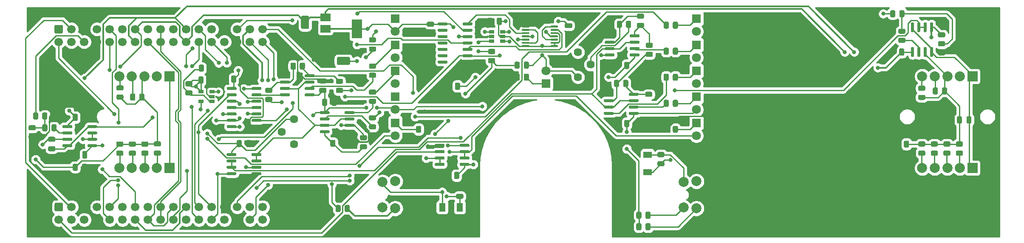
<source format=gbl>
G04 #@! TF.GenerationSoftware,KiCad,Pcbnew,5.1.10-6.fc34*
G04 #@! TF.CreationDate,2021-10-25T15:30:44+02:00*
G04 #@! TF.ProjectId,Amp Module,416d7020-4d6f-4647-956c-652e6b696361,rev?*
G04 #@! TF.SameCoordinates,Original*
G04 #@! TF.FileFunction,Copper,L2,Bot*
G04 #@! TF.FilePolarity,Positive*
%FSLAX46Y46*%
G04 Gerber Fmt 4.6, Leading zero omitted, Abs format (unit mm)*
G04 Created by KiCad (PCBNEW 5.1.10-6.fc34) date 2021-10-25 15:30:44*
%MOMM*%
%LPD*%
G01*
G04 APERTURE LIST*
G04 #@! TA.AperFunction,ComponentPad*
%ADD10C,2.000000*%
G04 #@! TD*
G04 #@! TA.AperFunction,ComponentPad*
%ADD11R,2.000000X2.000000*%
G04 #@! TD*
G04 #@! TA.AperFunction,ComponentPad*
%ADD12C,1.700000*%
G04 #@! TD*
G04 #@! TA.AperFunction,ComponentPad*
%ADD13C,1.620000*%
G04 #@! TD*
G04 #@! TA.AperFunction,SMDPad,CuDef*
%ADD14R,1.300000X1.700000*%
G04 #@! TD*
G04 #@! TA.AperFunction,SMDPad,CuDef*
%ADD15R,1.700000X1.300000*%
G04 #@! TD*
G04 #@! TA.AperFunction,ComponentPad*
%ADD16C,1.800000*%
G04 #@! TD*
G04 #@! TA.AperFunction,ComponentPad*
%ADD17R,1.800000X1.800000*%
G04 #@! TD*
G04 #@! TA.AperFunction,SMDPad,CuDef*
%ADD18R,2.000000X3.800000*%
G04 #@! TD*
G04 #@! TA.AperFunction,SMDPad,CuDef*
%ADD19R,2.000000X1.500000*%
G04 #@! TD*
G04 #@! TA.AperFunction,SMDPad,CuDef*
%ADD20R,1.060000X0.650000*%
G04 #@! TD*
G04 #@! TA.AperFunction,ViaPad*
%ADD21C,0.800000*%
G04 #@! TD*
G04 #@! TA.AperFunction,Conductor*
%ADD22C,0.250000*%
G04 #@! TD*
G04 #@! TA.AperFunction,Conductor*
%ADD23C,0.304800*%
G04 #@! TD*
G04 #@! TA.AperFunction,Conductor*
%ADD24C,0.254000*%
G04 #@! TD*
G04 #@! TA.AperFunction,Conductor*
%ADD25C,0.100000*%
G04 #@! TD*
G04 APERTURE END LIST*
D10*
X36740000Y-47890000D03*
X39240000Y-47890000D03*
X34240000Y-47890000D03*
X41740000Y-47890000D03*
D11*
X44240000Y-47890000D03*
X44240000Y-29590000D03*
D10*
X41740000Y-29590000D03*
X34240000Y-29590000D03*
X36740000Y-29590000D03*
X39240000Y-29590000D03*
X196740000Y-47890000D03*
X199240000Y-47890000D03*
X194240000Y-47890000D03*
X201740000Y-47890000D03*
D11*
X204240000Y-47890000D03*
X204240000Y-29590000D03*
D10*
X201740000Y-29590000D03*
X194240000Y-29590000D03*
X196740000Y-29590000D03*
X199240000Y-29590000D03*
X149240000Y-50540000D03*
X149240000Y-55940000D03*
X146700000Y-55780000D03*
X146700000Y-50700000D03*
X151780000Y-50700000D03*
X151780000Y-55780000D03*
X91780000Y-55780000D03*
X91780000Y-50700000D03*
X86700000Y-50700000D03*
X86700000Y-55780000D03*
X89240000Y-55940000D03*
X89240000Y-50540000D03*
D12*
X62801500Y-22720300D03*
X60261500Y-22720300D03*
X57721500Y-22720300D03*
X55181500Y-22720300D03*
X52641500Y-22720300D03*
X50101500Y-22720300D03*
X47561500Y-22720300D03*
X45021500Y-22720300D03*
X42481500Y-22720300D03*
X39941500Y-22720300D03*
X37401500Y-22720300D03*
X34861500Y-22720300D03*
X32321500Y-22720300D03*
X29781500Y-22720300D03*
X27241500Y-22720300D03*
X24701500Y-22720300D03*
X22161500Y-22720300D03*
X62801500Y-20180300D03*
X60261500Y-20180300D03*
X57721500Y-20180300D03*
X55181500Y-20180300D03*
X52641500Y-20180300D03*
X50101500Y-20180300D03*
X47561500Y-20180300D03*
X45021500Y-20180300D03*
X42481500Y-20180300D03*
X39941500Y-20180300D03*
X37401500Y-20180300D03*
X34861500Y-20180300D03*
X32321500Y-20180300D03*
X29781500Y-20180300D03*
X27241500Y-20180300D03*
X24701500Y-20180300D03*
G04 #@! TA.AperFunction,ComponentPad*
G36*
G01*
X21561500Y-19330300D02*
X22761500Y-19330300D01*
G75*
G02*
X23011500Y-19580300I0J-250000D01*
G01*
X23011500Y-20780300D01*
G75*
G02*
X22761500Y-21030300I-250000J0D01*
G01*
X21561500Y-21030300D01*
G75*
G02*
X21311500Y-20780300I0J250000D01*
G01*
X21311500Y-19580300D01*
G75*
G02*
X21561500Y-19330300I250000J0D01*
G01*
G37*
G04 #@! TD.AperFunction*
G04 #@! TA.AperFunction,SMDPad,CuDef*
G36*
G01*
X74320380Y-31902820D02*
X75270380Y-31902820D01*
G75*
G02*
X75520380Y-32152820I0J-250000D01*
G01*
X75520380Y-32652820D01*
G75*
G02*
X75270380Y-32902820I-250000J0D01*
G01*
X74320380Y-32902820D01*
G75*
G02*
X74070380Y-32652820I0J250000D01*
G01*
X74070380Y-32152820D01*
G75*
G02*
X74320380Y-31902820I250000J0D01*
G01*
G37*
G04 #@! TD.AperFunction*
G04 #@! TA.AperFunction,SMDPad,CuDef*
G36*
G01*
X74320380Y-30002820D02*
X75270380Y-30002820D01*
G75*
G02*
X75520380Y-30252820I0J-250000D01*
G01*
X75520380Y-30752820D01*
G75*
G02*
X75270380Y-31002820I-250000J0D01*
G01*
X74320380Y-31002820D01*
G75*
G02*
X74070380Y-30752820I0J250000D01*
G01*
X74070380Y-30252820D01*
G75*
G02*
X74320380Y-30002820I250000J0D01*
G01*
G37*
G04 #@! TD.AperFunction*
G04 #@! TA.AperFunction,SMDPad,CuDef*
G36*
G01*
X60540560Y-42532280D02*
X60540560Y-43482280D01*
G75*
G02*
X60290560Y-43732280I-250000J0D01*
G01*
X59790560Y-43732280D01*
G75*
G02*
X59540560Y-43482280I0J250000D01*
G01*
X59540560Y-42532280D01*
G75*
G02*
X59790560Y-42282280I250000J0D01*
G01*
X60290560Y-42282280D01*
G75*
G02*
X60540560Y-42532280I0J-250000D01*
G01*
G37*
G04 #@! TD.AperFunction*
G04 #@! TA.AperFunction,SMDPad,CuDef*
G36*
G01*
X58640560Y-42532280D02*
X58640560Y-43482280D01*
G75*
G02*
X58390560Y-43732280I-250000J0D01*
G01*
X57890560Y-43732280D01*
G75*
G02*
X57640560Y-43482280I0J250000D01*
G01*
X57640560Y-42532280D01*
G75*
G02*
X57890560Y-42282280I250000J0D01*
G01*
X58390560Y-42282280D01*
G75*
G02*
X58640560Y-42532280I0J-250000D01*
G01*
G37*
G04 #@! TD.AperFunction*
G04 #@! TA.AperFunction,SMDPad,CuDef*
G36*
G01*
X66265380Y-33444320D02*
X66265380Y-33144320D01*
G75*
G02*
X66415380Y-32994320I150000J0D01*
G01*
X68065380Y-32994320D01*
G75*
G02*
X68215380Y-33144320I0J-150000D01*
G01*
X68215380Y-33444320D01*
G75*
G02*
X68065380Y-33594320I-150000J0D01*
G01*
X66415380Y-33594320D01*
G75*
G02*
X66265380Y-33444320I0J150000D01*
G01*
G37*
G04 #@! TD.AperFunction*
G04 #@! TA.AperFunction,SMDPad,CuDef*
G36*
G01*
X66265380Y-32174320D02*
X66265380Y-31874320D01*
G75*
G02*
X66415380Y-31724320I150000J0D01*
G01*
X68065380Y-31724320D01*
G75*
G02*
X68215380Y-31874320I0J-150000D01*
G01*
X68215380Y-32174320D01*
G75*
G02*
X68065380Y-32324320I-150000J0D01*
G01*
X66415380Y-32324320D01*
G75*
G02*
X66265380Y-32174320I0J150000D01*
G01*
G37*
G04 #@! TD.AperFunction*
G04 #@! TA.AperFunction,SMDPad,CuDef*
G36*
G01*
X66265380Y-30904320D02*
X66265380Y-30604320D01*
G75*
G02*
X66415380Y-30454320I150000J0D01*
G01*
X68065380Y-30454320D01*
G75*
G02*
X68215380Y-30604320I0J-150000D01*
G01*
X68215380Y-30904320D01*
G75*
G02*
X68065380Y-31054320I-150000J0D01*
G01*
X66415380Y-31054320D01*
G75*
G02*
X66265380Y-30904320I0J150000D01*
G01*
G37*
G04 #@! TD.AperFunction*
G04 #@! TA.AperFunction,SMDPad,CuDef*
G36*
G01*
X66265380Y-29634320D02*
X66265380Y-29334320D01*
G75*
G02*
X66415380Y-29184320I150000J0D01*
G01*
X68065380Y-29184320D01*
G75*
G02*
X68215380Y-29334320I0J-150000D01*
G01*
X68215380Y-29634320D01*
G75*
G02*
X68065380Y-29784320I-150000J0D01*
G01*
X66415380Y-29784320D01*
G75*
G02*
X66265380Y-29634320I0J150000D01*
G01*
G37*
G04 #@! TD.AperFunction*
G04 #@! TA.AperFunction,SMDPad,CuDef*
G36*
G01*
X71215380Y-29634320D02*
X71215380Y-29334320D01*
G75*
G02*
X71365380Y-29184320I150000J0D01*
G01*
X73015380Y-29184320D01*
G75*
G02*
X73165380Y-29334320I0J-150000D01*
G01*
X73165380Y-29634320D01*
G75*
G02*
X73015380Y-29784320I-150000J0D01*
G01*
X71365380Y-29784320D01*
G75*
G02*
X71215380Y-29634320I0J150000D01*
G01*
G37*
G04 #@! TD.AperFunction*
G04 #@! TA.AperFunction,SMDPad,CuDef*
G36*
G01*
X71215380Y-30904320D02*
X71215380Y-30604320D01*
G75*
G02*
X71365380Y-30454320I150000J0D01*
G01*
X73015380Y-30454320D01*
G75*
G02*
X73165380Y-30604320I0J-150000D01*
G01*
X73165380Y-30904320D01*
G75*
G02*
X73015380Y-31054320I-150000J0D01*
G01*
X71365380Y-31054320D01*
G75*
G02*
X71215380Y-30904320I0J150000D01*
G01*
G37*
G04 #@! TD.AperFunction*
G04 #@! TA.AperFunction,SMDPad,CuDef*
G36*
G01*
X71215380Y-32174320D02*
X71215380Y-31874320D01*
G75*
G02*
X71365380Y-31724320I150000J0D01*
G01*
X73015380Y-31724320D01*
G75*
G02*
X73165380Y-31874320I0J-150000D01*
G01*
X73165380Y-32174320D01*
G75*
G02*
X73015380Y-32324320I-150000J0D01*
G01*
X71365380Y-32324320D01*
G75*
G02*
X71215380Y-32174320I0J150000D01*
G01*
G37*
G04 #@! TD.AperFunction*
G04 #@! TA.AperFunction,SMDPad,CuDef*
G36*
G01*
X71215380Y-33444320D02*
X71215380Y-33144320D01*
G75*
G02*
X71365380Y-32994320I150000J0D01*
G01*
X73015380Y-32994320D01*
G75*
G02*
X73165380Y-33144320I0J-150000D01*
G01*
X73165380Y-33444320D01*
G75*
G02*
X73015380Y-33594320I-150000J0D01*
G01*
X71365380Y-33594320D01*
G75*
G02*
X71215380Y-33444320I0J150000D01*
G01*
G37*
G04 #@! TD.AperFunction*
G04 #@! TA.AperFunction,SMDPad,CuDef*
G36*
G01*
X132976960Y-39471620D02*
X132976960Y-38521620D01*
G75*
G02*
X133226960Y-38271620I250000J0D01*
G01*
X133726960Y-38271620D01*
G75*
G02*
X133976960Y-38521620I0J-250000D01*
G01*
X133976960Y-39471620D01*
G75*
G02*
X133726960Y-39721620I-250000J0D01*
G01*
X133226960Y-39721620D01*
G75*
G02*
X132976960Y-39471620I0J250000D01*
G01*
G37*
G04 #@! TD.AperFunction*
G04 #@! TA.AperFunction,SMDPad,CuDef*
G36*
G01*
X134876960Y-39471620D02*
X134876960Y-38521620D01*
G75*
G02*
X135126960Y-38271620I250000J0D01*
G01*
X135626960Y-38271620D01*
G75*
G02*
X135876960Y-38521620I0J-250000D01*
G01*
X135876960Y-39471620D01*
G75*
G02*
X135626960Y-39721620I-250000J0D01*
G01*
X135126960Y-39721620D01*
G75*
G02*
X134876960Y-39471620I0J250000D01*
G01*
G37*
G04 #@! TD.AperFunction*
D13*
X128128400Y-27253560D03*
X125628400Y-24753560D03*
X125628400Y-29753560D03*
X69075300Y-38140640D03*
X69075300Y-43140640D03*
X66575300Y-40640640D03*
G04 #@! TA.AperFunction,SMDPad,CuDef*
G36*
G01*
X84256458Y-27033160D02*
X85156462Y-27033160D01*
G75*
G02*
X85406460Y-27283158I0J-249998D01*
G01*
X85406460Y-27808162D01*
G75*
G02*
X85156462Y-28058160I-249998J0D01*
G01*
X84256458Y-28058160D01*
G75*
G02*
X84006460Y-27808162I0J249998D01*
G01*
X84006460Y-27283158D01*
G75*
G02*
X84256458Y-27033160I249998J0D01*
G01*
G37*
G04 #@! TD.AperFunction*
G04 #@! TA.AperFunction,SMDPad,CuDef*
G36*
G01*
X84256458Y-28858160D02*
X85156462Y-28858160D01*
G75*
G02*
X85406460Y-29108158I0J-249998D01*
G01*
X85406460Y-29633162D01*
G75*
G02*
X85156462Y-29883160I-249998J0D01*
G01*
X84256458Y-29883160D01*
G75*
G02*
X84006460Y-29633162I0J249998D01*
G01*
X84006460Y-29108158D01*
G75*
G02*
X84256458Y-28858160I249998J0D01*
G01*
G37*
G04 #@! TD.AperFunction*
G04 #@! TA.AperFunction,SMDPad,CuDef*
G36*
G01*
X109484580Y-19075420D02*
X109484580Y-18125420D01*
G75*
G02*
X109734580Y-17875420I250000J0D01*
G01*
X110234580Y-17875420D01*
G75*
G02*
X110484580Y-18125420I0J-250000D01*
G01*
X110484580Y-19075420D01*
G75*
G02*
X110234580Y-19325420I-250000J0D01*
G01*
X109734580Y-19325420D01*
G75*
G02*
X109484580Y-19075420I0J250000D01*
G01*
G37*
G04 #@! TD.AperFunction*
G04 #@! TA.AperFunction,SMDPad,CuDef*
G36*
G01*
X107584580Y-19075420D02*
X107584580Y-18125420D01*
G75*
G02*
X107834580Y-17875420I250000J0D01*
G01*
X108334580Y-17875420D01*
G75*
G02*
X108584580Y-18125420I0J-250000D01*
G01*
X108584580Y-19075420D01*
G75*
G02*
X108334580Y-19325420I-250000J0D01*
G01*
X107834580Y-19325420D01*
G75*
G02*
X107584580Y-19075420I0J250000D01*
G01*
G37*
G04 #@! TD.AperFunction*
G04 #@! TA.AperFunction,SMDPad,CuDef*
G36*
G01*
X25980440Y-47294378D02*
X25980440Y-48194382D01*
G75*
G02*
X25730442Y-48444380I-249998J0D01*
G01*
X25205438Y-48444380D01*
G75*
G02*
X24955440Y-48194382I0J249998D01*
G01*
X24955440Y-47294378D01*
G75*
G02*
X25205438Y-47044380I249998J0D01*
G01*
X25730442Y-47044380D01*
G75*
G02*
X25980440Y-47294378I0J-249998D01*
G01*
G37*
G04 #@! TD.AperFunction*
G04 #@! TA.AperFunction,SMDPad,CuDef*
G36*
G01*
X27805440Y-47294378D02*
X27805440Y-48194382D01*
G75*
G02*
X27555442Y-48444380I-249998J0D01*
G01*
X27030438Y-48444380D01*
G75*
G02*
X26780440Y-48194382I0J249998D01*
G01*
X26780440Y-47294378D01*
G75*
G02*
X27030438Y-47044380I249998J0D01*
G01*
X27555442Y-47044380D01*
G75*
G02*
X27805440Y-47294378I0J-249998D01*
G01*
G37*
G04 #@! TD.AperFunction*
G04 #@! TA.AperFunction,SMDPad,CuDef*
G36*
G01*
X21254740Y-42651260D02*
X20304740Y-42651260D01*
G75*
G02*
X20054740Y-42401260I0J250000D01*
G01*
X20054740Y-41901260D01*
G75*
G02*
X20304740Y-41651260I250000J0D01*
G01*
X21254740Y-41651260D01*
G75*
G02*
X21504740Y-41901260I0J-250000D01*
G01*
X21504740Y-42401260D01*
G75*
G02*
X21254740Y-42651260I-250000J0D01*
G01*
G37*
G04 #@! TD.AperFunction*
G04 #@! TA.AperFunction,SMDPad,CuDef*
G36*
G01*
X21254740Y-44551260D02*
X20304740Y-44551260D01*
G75*
G02*
X20054740Y-44301260I0J250000D01*
G01*
X20054740Y-43801260D01*
G75*
G02*
X20304740Y-43551260I250000J0D01*
G01*
X21254740Y-43551260D01*
G75*
G02*
X21504740Y-43801260I0J-250000D01*
G01*
X21504740Y-44301260D01*
G75*
G02*
X21254740Y-44551260I-250000J0D01*
G01*
G37*
G04 #@! TD.AperFunction*
G04 #@! TA.AperFunction,SMDPad,CuDef*
G36*
G01*
X202160000Y-37815000D02*
X202160000Y-38765000D01*
G75*
G02*
X201910000Y-39015000I-250000J0D01*
G01*
X201410000Y-39015000D01*
G75*
G02*
X201160000Y-38765000I0J250000D01*
G01*
X201160000Y-37815000D01*
G75*
G02*
X201410000Y-37565000I250000J0D01*
G01*
X201910000Y-37565000D01*
G75*
G02*
X202160000Y-37815000I0J-250000D01*
G01*
G37*
G04 #@! TD.AperFunction*
G04 #@! TA.AperFunction,SMDPad,CuDef*
G36*
G01*
X204060000Y-37815000D02*
X204060000Y-38765000D01*
G75*
G02*
X203810000Y-39015000I-250000J0D01*
G01*
X203310000Y-39015000D01*
G75*
G02*
X203060000Y-38765000I0J250000D01*
G01*
X203060000Y-37815000D01*
G75*
G02*
X203310000Y-37565000I250000J0D01*
G01*
X203810000Y-37565000D01*
G75*
G02*
X204060000Y-37815000I0J-250000D01*
G01*
G37*
G04 #@! TD.AperFunction*
G04 #@! TA.AperFunction,SMDPad,CuDef*
G36*
G01*
X26855840Y-38247340D02*
X26855840Y-37297340D01*
G75*
G02*
X27105840Y-37047340I250000J0D01*
G01*
X27605840Y-37047340D01*
G75*
G02*
X27855840Y-37297340I0J-250000D01*
G01*
X27855840Y-38247340D01*
G75*
G02*
X27605840Y-38497340I-250000J0D01*
G01*
X27105840Y-38497340D01*
G75*
G02*
X26855840Y-38247340I0J250000D01*
G01*
G37*
G04 #@! TD.AperFunction*
G04 #@! TA.AperFunction,SMDPad,CuDef*
G36*
G01*
X24955840Y-38247340D02*
X24955840Y-37297340D01*
G75*
G02*
X25205840Y-37047340I250000J0D01*
G01*
X25705840Y-37047340D01*
G75*
G02*
X25955840Y-37297340I0J-250000D01*
G01*
X25955840Y-38247340D01*
G75*
G02*
X25705840Y-38497340I-250000J0D01*
G01*
X25205840Y-38497340D01*
G75*
G02*
X24955840Y-38247340I0J250000D01*
G01*
G37*
G04 #@! TD.AperFunction*
G04 #@! TA.AperFunction,SMDPad,CuDef*
G36*
G01*
X188752060Y-24249360D02*
X188752060Y-25199360D01*
G75*
G02*
X188502060Y-25449360I-250000J0D01*
G01*
X188002060Y-25449360D01*
G75*
G02*
X187752060Y-25199360I0J250000D01*
G01*
X187752060Y-24249360D01*
G75*
G02*
X188002060Y-23999360I250000J0D01*
G01*
X188502060Y-23999360D01*
G75*
G02*
X188752060Y-24249360I0J-250000D01*
G01*
G37*
G04 #@! TD.AperFunction*
G04 #@! TA.AperFunction,SMDPad,CuDef*
G36*
G01*
X190652060Y-24249360D02*
X190652060Y-25199360D01*
G75*
G02*
X190402060Y-25449360I-250000J0D01*
G01*
X189902060Y-25449360D01*
G75*
G02*
X189652060Y-25199360I0J250000D01*
G01*
X189652060Y-24249360D01*
G75*
G02*
X189902060Y-23999360I250000J0D01*
G01*
X190402060Y-23999360D01*
G75*
G02*
X190652060Y-24249360I0J-250000D01*
G01*
G37*
G04 #@! TD.AperFunction*
G04 #@! TA.AperFunction,SMDPad,CuDef*
G36*
G01*
X27866000Y-44777640D02*
X27866000Y-45727640D01*
G75*
G02*
X27616000Y-45977640I-250000J0D01*
G01*
X27116000Y-45977640D01*
G75*
G02*
X26866000Y-45727640I0J250000D01*
G01*
X26866000Y-44777640D01*
G75*
G02*
X27116000Y-44527640I250000J0D01*
G01*
X27616000Y-44527640D01*
G75*
G02*
X27866000Y-44777640I0J-250000D01*
G01*
G37*
G04 #@! TD.AperFunction*
G04 #@! TA.AperFunction,SMDPad,CuDef*
G36*
G01*
X25966000Y-44777640D02*
X25966000Y-45727640D01*
G75*
G02*
X25716000Y-45977640I-250000J0D01*
G01*
X25216000Y-45977640D01*
G75*
G02*
X24966000Y-45727640I0J250000D01*
G01*
X24966000Y-44777640D01*
G75*
G02*
X25216000Y-44527640I250000J0D01*
G01*
X25716000Y-44527640D01*
G75*
G02*
X25966000Y-44777640I0J-250000D01*
G01*
G37*
G04 #@! TD.AperFunction*
G04 #@! TA.AperFunction,SMDPad,CuDef*
G36*
G01*
X198564520Y-21803020D02*
X197614520Y-21803020D01*
G75*
G02*
X197364520Y-21553020I0J250000D01*
G01*
X197364520Y-21053020D01*
G75*
G02*
X197614520Y-20803020I250000J0D01*
G01*
X198564520Y-20803020D01*
G75*
G02*
X198814520Y-21053020I0J-250000D01*
G01*
X198814520Y-21553020D01*
G75*
G02*
X198564520Y-21803020I-250000J0D01*
G01*
G37*
G04 #@! TD.AperFunction*
G04 #@! TA.AperFunction,SMDPad,CuDef*
G36*
G01*
X198564520Y-19903020D02*
X197614520Y-19903020D01*
G75*
G02*
X197364520Y-19653020I0J250000D01*
G01*
X197364520Y-19153020D01*
G75*
G02*
X197614520Y-18903020I250000J0D01*
G01*
X198564520Y-18903020D01*
G75*
G02*
X198814520Y-19153020I0J-250000D01*
G01*
X198814520Y-19653020D01*
G75*
G02*
X198564520Y-19903020I-250000J0D01*
G01*
G37*
G04 #@! TD.AperFunction*
G04 #@! TA.AperFunction,SMDPad,CuDef*
G36*
G01*
X70699540Y-21107020D02*
X71799540Y-21107020D01*
G75*
G02*
X72049540Y-21357020I0J-250000D01*
G01*
X72049540Y-23457020D01*
G75*
G02*
X71799540Y-23707020I-250000J0D01*
G01*
X70699540Y-23707020D01*
G75*
G02*
X70449540Y-23457020I0J250000D01*
G01*
X70449540Y-21357020D01*
G75*
G02*
X70699540Y-21107020I250000J0D01*
G01*
G37*
G04 #@! TD.AperFunction*
G04 #@! TA.AperFunction,SMDPad,CuDef*
G36*
G01*
X70699540Y-17507020D02*
X71799540Y-17507020D01*
G75*
G02*
X72049540Y-17757020I0J-250000D01*
G01*
X72049540Y-19857020D01*
G75*
G02*
X71799540Y-20107020I-250000J0D01*
G01*
X70699540Y-20107020D01*
G75*
G02*
X70449540Y-19857020I0J250000D01*
G01*
X70449540Y-17757020D01*
G75*
G02*
X70699540Y-17507020I250000J0D01*
G01*
G37*
G04 #@! TD.AperFunction*
G04 #@! TA.AperFunction,SMDPad,CuDef*
G36*
G01*
X80214400Y-25962520D02*
X80214400Y-27062520D01*
G75*
G02*
X79964400Y-27312520I-250000J0D01*
G01*
X77864400Y-27312520D01*
G75*
G02*
X77614400Y-27062520I0J250000D01*
G01*
X77614400Y-25962520D01*
G75*
G02*
X77864400Y-25712520I250000J0D01*
G01*
X79964400Y-25712520D01*
G75*
G02*
X80214400Y-25962520I0J-250000D01*
G01*
G37*
G04 #@! TD.AperFunction*
G04 #@! TA.AperFunction,SMDPad,CuDef*
G36*
G01*
X76614400Y-25962520D02*
X76614400Y-27062520D01*
G75*
G02*
X76364400Y-27312520I-250000J0D01*
G01*
X74264400Y-27312520D01*
G75*
G02*
X74014400Y-27062520I0J250000D01*
G01*
X74014400Y-25962520D01*
G75*
G02*
X74264400Y-25712520I250000J0D01*
G01*
X76364400Y-25712520D01*
G75*
G02*
X76614400Y-25962520I0J-250000D01*
G01*
G37*
G04 #@! TD.AperFunction*
G04 #@! TA.AperFunction,SMDPad,CuDef*
G36*
G01*
X102557600Y-52140700D02*
X101607600Y-52140700D01*
G75*
G02*
X101357600Y-51890700I0J250000D01*
G01*
X101357600Y-51390700D01*
G75*
G02*
X101607600Y-51140700I250000J0D01*
G01*
X102557600Y-51140700D01*
G75*
G02*
X102807600Y-51390700I0J-250000D01*
G01*
X102807600Y-51890700D01*
G75*
G02*
X102557600Y-52140700I-250000J0D01*
G01*
G37*
G04 #@! TD.AperFunction*
G04 #@! TA.AperFunction,SMDPad,CuDef*
G36*
G01*
X102557600Y-54040700D02*
X101607600Y-54040700D01*
G75*
G02*
X101357600Y-53790700I0J250000D01*
G01*
X101357600Y-53290700D01*
G75*
G02*
X101607600Y-53040700I250000J0D01*
G01*
X102557600Y-53040700D01*
G75*
G02*
X102807600Y-53290700I0J-250000D01*
G01*
X102807600Y-53790700D01*
G75*
G02*
X102557600Y-54040700I-250000J0D01*
G01*
G37*
G04 #@! TD.AperFunction*
G04 #@! TA.AperFunction,SMDPad,CuDef*
G36*
G01*
X102135600Y-31094660D02*
X102135600Y-32044660D01*
G75*
G02*
X101885600Y-32294660I-250000J0D01*
G01*
X101385600Y-32294660D01*
G75*
G02*
X101135600Y-32044660I0J250000D01*
G01*
X101135600Y-31094660D01*
G75*
G02*
X101385600Y-30844660I250000J0D01*
G01*
X101885600Y-30844660D01*
G75*
G02*
X102135600Y-31094660I0J-250000D01*
G01*
G37*
G04 #@! TD.AperFunction*
G04 #@! TA.AperFunction,SMDPad,CuDef*
G36*
G01*
X100235600Y-31094660D02*
X100235600Y-32044660D01*
G75*
G02*
X99985600Y-32294660I-250000J0D01*
G01*
X99485600Y-32294660D01*
G75*
G02*
X99235600Y-32044660I0J250000D01*
G01*
X99235600Y-31094660D01*
G75*
G02*
X99485600Y-30844660I250000J0D01*
G01*
X99985600Y-30844660D01*
G75*
G02*
X100235600Y-31094660I0J-250000D01*
G01*
G37*
G04 #@! TD.AperFunction*
G04 #@! TA.AperFunction,SMDPad,CuDef*
G36*
G01*
X99067960Y-49847520D02*
X99067960Y-48897520D01*
G75*
G02*
X99317960Y-48647520I250000J0D01*
G01*
X99817960Y-48647520D01*
G75*
G02*
X100067960Y-48897520I0J-250000D01*
G01*
X100067960Y-49847520D01*
G75*
G02*
X99817960Y-50097520I-250000J0D01*
G01*
X99317960Y-50097520D01*
G75*
G02*
X99067960Y-49847520I0J250000D01*
G01*
G37*
G04 #@! TD.AperFunction*
G04 #@! TA.AperFunction,SMDPad,CuDef*
G36*
G01*
X100967960Y-49847520D02*
X100967960Y-48897520D01*
G75*
G02*
X101217960Y-48647520I250000J0D01*
G01*
X101717960Y-48647520D01*
G75*
G02*
X101967960Y-48897520I0J-250000D01*
G01*
X101967960Y-49847520D01*
G75*
G02*
X101717960Y-50097520I-250000J0D01*
G01*
X101217960Y-50097520D01*
G75*
G02*
X100967960Y-49847520I0J250000D01*
G01*
G37*
G04 #@! TD.AperFunction*
G04 #@! TA.AperFunction,SMDPad,CuDef*
G36*
G01*
X123283960Y-18969140D02*
X124233960Y-18969140D01*
G75*
G02*
X124483960Y-19219140I0J-250000D01*
G01*
X124483960Y-19719140D01*
G75*
G02*
X124233960Y-19969140I-250000J0D01*
G01*
X123283960Y-19969140D01*
G75*
G02*
X123033960Y-19719140I0J250000D01*
G01*
X123033960Y-19219140D01*
G75*
G02*
X123283960Y-18969140I250000J0D01*
G01*
G37*
G04 #@! TD.AperFunction*
G04 #@! TA.AperFunction,SMDPad,CuDef*
G36*
G01*
X123283960Y-17069140D02*
X124233960Y-17069140D01*
G75*
G02*
X124483960Y-17319140I0J-250000D01*
G01*
X124483960Y-17819140D01*
G75*
G02*
X124233960Y-18069140I-250000J0D01*
G01*
X123283960Y-18069140D01*
G75*
G02*
X123033960Y-17819140I0J250000D01*
G01*
X123033960Y-17319140D01*
G75*
G02*
X123283960Y-17069140I250000J0D01*
G01*
G37*
G04 #@! TD.AperFunction*
G04 #@! TA.AperFunction,SMDPad,CuDef*
G36*
G01*
X96715600Y-21579500D02*
X95765600Y-21579500D01*
G75*
G02*
X95515600Y-21329500I0J250000D01*
G01*
X95515600Y-20829500D01*
G75*
G02*
X95765600Y-20579500I250000J0D01*
G01*
X96715600Y-20579500D01*
G75*
G02*
X96965600Y-20829500I0J-250000D01*
G01*
X96965600Y-21329500D01*
G75*
G02*
X96715600Y-21579500I-250000J0D01*
G01*
G37*
G04 #@! TD.AperFunction*
G04 #@! TA.AperFunction,SMDPad,CuDef*
G36*
G01*
X96715600Y-19679500D02*
X95765600Y-19679500D01*
G75*
G02*
X95515600Y-19429500I0J250000D01*
G01*
X95515600Y-18929500D01*
G75*
G02*
X95765600Y-18679500I250000J0D01*
G01*
X96715600Y-18679500D01*
G75*
G02*
X96965600Y-18929500I0J-250000D01*
G01*
X96965600Y-19429500D01*
G75*
G02*
X96715600Y-19679500I-250000J0D01*
G01*
G37*
G04 #@! TD.AperFunction*
G04 #@! TA.AperFunction,SMDPad,CuDef*
G36*
G01*
X52920560Y-29852600D02*
X52920560Y-30802600D01*
G75*
G02*
X52670560Y-31052600I-250000J0D01*
G01*
X52170560Y-31052600D01*
G75*
G02*
X51920560Y-30802600I0J250000D01*
G01*
X51920560Y-29852600D01*
G75*
G02*
X52170560Y-29602600I250000J0D01*
G01*
X52670560Y-29602600D01*
G75*
G02*
X52920560Y-29852600I0J-250000D01*
G01*
G37*
G04 #@! TD.AperFunction*
G04 #@! TA.AperFunction,SMDPad,CuDef*
G36*
G01*
X51020560Y-29852600D02*
X51020560Y-30802600D01*
G75*
G02*
X50770560Y-31052600I-250000J0D01*
G01*
X50270560Y-31052600D01*
G75*
G02*
X50020560Y-30802600I0J250000D01*
G01*
X50020560Y-29852600D01*
G75*
G02*
X50270560Y-29602600I250000J0D01*
G01*
X50770560Y-29602600D01*
G75*
G02*
X51020560Y-29852600I0J-250000D01*
G01*
G37*
G04 #@! TD.AperFunction*
G04 #@! TA.AperFunction,SMDPad,CuDef*
G36*
G01*
X57538160Y-29639240D02*
X57538160Y-30589240D01*
G75*
G02*
X57288160Y-30839240I-250000J0D01*
G01*
X56788160Y-30839240D01*
G75*
G02*
X56538160Y-30589240I0J250000D01*
G01*
X56538160Y-29639240D01*
G75*
G02*
X56788160Y-29389240I250000J0D01*
G01*
X57288160Y-29389240D01*
G75*
G02*
X57538160Y-29639240I0J-250000D01*
G01*
G37*
G04 #@! TD.AperFunction*
G04 #@! TA.AperFunction,SMDPad,CuDef*
G36*
G01*
X59438160Y-29639240D02*
X59438160Y-30589240D01*
G75*
G02*
X59188160Y-30839240I-250000J0D01*
G01*
X58688160Y-30839240D01*
G75*
G02*
X58438160Y-30589240I0J250000D01*
G01*
X58438160Y-29639240D01*
G75*
G02*
X58688160Y-29389240I250000J0D01*
G01*
X59188160Y-29389240D01*
G75*
G02*
X59438160Y-29639240I0J-250000D01*
G01*
G37*
G04 #@! TD.AperFunction*
G04 #@! TA.AperFunction,SMDPad,CuDef*
G36*
G01*
X75663640Y-34305220D02*
X75663640Y-35255220D01*
G75*
G02*
X75413640Y-35505220I-250000J0D01*
G01*
X74913640Y-35505220D01*
G75*
G02*
X74663640Y-35255220I0J250000D01*
G01*
X74663640Y-34305220D01*
G75*
G02*
X74913640Y-34055220I250000J0D01*
G01*
X75413640Y-34055220D01*
G75*
G02*
X75663640Y-34305220I0J-250000D01*
G01*
G37*
G04 #@! TD.AperFunction*
G04 #@! TA.AperFunction,SMDPad,CuDef*
G36*
G01*
X77563640Y-34305220D02*
X77563640Y-35255220D01*
G75*
G02*
X77313640Y-35505220I-250000J0D01*
G01*
X76813640Y-35505220D01*
G75*
G02*
X76563640Y-35255220I0J250000D01*
G01*
X76563640Y-34305220D01*
G75*
G02*
X76813640Y-34055220I250000J0D01*
G01*
X77313640Y-34055220D01*
G75*
G02*
X77563640Y-34305220I0J-250000D01*
G01*
G37*
G04 #@! TD.AperFunction*
G04 #@! TA.AperFunction,SMDPad,CuDef*
G36*
G01*
X134864260Y-27868900D02*
X134864260Y-26918900D01*
G75*
G02*
X135114260Y-26668900I250000J0D01*
G01*
X135614260Y-26668900D01*
G75*
G02*
X135864260Y-26918900I0J-250000D01*
G01*
X135864260Y-27868900D01*
G75*
G02*
X135614260Y-28118900I-250000J0D01*
G01*
X135114260Y-28118900D01*
G75*
G02*
X134864260Y-27868900I0J250000D01*
G01*
G37*
G04 #@! TD.AperFunction*
G04 #@! TA.AperFunction,SMDPad,CuDef*
G36*
G01*
X132964260Y-27868900D02*
X132964260Y-26918900D01*
G75*
G02*
X133214260Y-26668900I250000J0D01*
G01*
X133714260Y-26668900D01*
G75*
G02*
X133964260Y-26918900I0J-250000D01*
G01*
X133964260Y-27868900D01*
G75*
G02*
X133714260Y-28118900I-250000J0D01*
G01*
X133214260Y-28118900D01*
G75*
G02*
X132964260Y-27868900I0J250000D01*
G01*
G37*
G04 #@! TD.AperFunction*
D14*
X98585080Y-55742840D03*
X102085080Y-55742840D03*
D15*
X139504420Y-48714600D03*
X139504420Y-45214600D03*
D16*
X89240000Y-41432500D03*
D17*
X89240000Y-38892500D03*
D16*
X149240000Y-41432500D03*
D17*
X149240000Y-38892500D03*
X119240000Y-31010000D03*
D16*
X119240000Y-28470000D03*
X89240000Y-25832500D03*
D17*
X89240000Y-23292500D03*
D16*
X89240000Y-31032500D03*
D17*
X89240000Y-28492500D03*
X89240000Y-33692500D03*
D16*
X89240000Y-36232500D03*
D17*
X89240000Y-18092500D03*
D16*
X89240000Y-20632500D03*
X149240000Y-25832500D03*
D17*
X149240000Y-23292500D03*
X149240000Y-28492500D03*
D16*
X149240000Y-31032500D03*
D17*
X149240000Y-33692500D03*
D16*
X149240000Y-36232500D03*
D17*
X149240000Y-18092500D03*
D16*
X149240000Y-20632500D03*
G04 #@! TA.AperFunction,ComponentPad*
G36*
G01*
X21586900Y-54826800D02*
X22786900Y-54826800D01*
G75*
G02*
X23036900Y-55076800I0J-250000D01*
G01*
X23036900Y-56276800D01*
G75*
G02*
X22786900Y-56526800I-250000J0D01*
G01*
X21586900Y-56526800D01*
G75*
G02*
X21336900Y-56276800I0J250000D01*
G01*
X21336900Y-55076800D01*
G75*
G02*
X21586900Y-54826800I250000J0D01*
G01*
G37*
G04 #@! TD.AperFunction*
D12*
X24726900Y-55676800D03*
X27266900Y-55676800D03*
X29806900Y-55676800D03*
X32346900Y-55676800D03*
X34886900Y-55676800D03*
X37426900Y-55676800D03*
X39966900Y-55676800D03*
X42506900Y-55676800D03*
X45046900Y-55676800D03*
X47586900Y-55676800D03*
X50126900Y-55676800D03*
X52666900Y-55676800D03*
X55206900Y-55676800D03*
X57746900Y-55676800D03*
X60286900Y-55676800D03*
X62826900Y-55676800D03*
X22186900Y-58216800D03*
X24726900Y-58216800D03*
X27266900Y-58216800D03*
X29806900Y-58216800D03*
X32346900Y-58216800D03*
X34886900Y-58216800D03*
X37426900Y-58216800D03*
X39966900Y-58216800D03*
X42506900Y-58216800D03*
X45046900Y-58216800D03*
X47586900Y-58216800D03*
X50126900Y-58216800D03*
X52666900Y-58216800D03*
X55206900Y-58216800D03*
X57746900Y-58216800D03*
X60286900Y-58216800D03*
X62826900Y-58216800D03*
G04 #@! TA.AperFunction,SMDPad,CuDef*
G36*
G01*
X17063660Y-37960722D02*
X17063660Y-37060718D01*
G75*
G02*
X17313658Y-36810720I249998J0D01*
G01*
X17838662Y-36810720D01*
G75*
G02*
X18088660Y-37060718I0J-249998D01*
G01*
X18088660Y-37960722D01*
G75*
G02*
X17838662Y-38210720I-249998J0D01*
G01*
X17313658Y-38210720D01*
G75*
G02*
X17063660Y-37960722I0J249998D01*
G01*
G37*
G04 #@! TD.AperFunction*
G04 #@! TA.AperFunction,SMDPad,CuDef*
G36*
G01*
X18888660Y-37960722D02*
X18888660Y-37060718D01*
G75*
G02*
X19138658Y-36810720I249998J0D01*
G01*
X19663662Y-36810720D01*
G75*
G02*
X19913660Y-37060718I0J-249998D01*
G01*
X19913660Y-37960722D01*
G75*
G02*
X19663662Y-38210720I-249998J0D01*
G01*
X19138658Y-38210720D01*
G75*
G02*
X18888660Y-37960722I0J249998D01*
G01*
G37*
G04 #@! TD.AperFunction*
G04 #@! TA.AperFunction,SMDPad,CuDef*
G36*
G01*
X189678260Y-17549282D02*
X189678260Y-16649278D01*
G75*
G02*
X189928258Y-16399280I249998J0D01*
G01*
X190453262Y-16399280D01*
G75*
G02*
X190703260Y-16649278I0J-249998D01*
G01*
X190703260Y-17549282D01*
G75*
G02*
X190453262Y-17799280I-249998J0D01*
G01*
X189928258Y-17799280D01*
G75*
G02*
X189678260Y-17549282I0J249998D01*
G01*
G37*
G04 #@! TD.AperFunction*
G04 #@! TA.AperFunction,SMDPad,CuDef*
G36*
G01*
X187853260Y-17549282D02*
X187853260Y-16649278D01*
G75*
G02*
X188103258Y-16399280I249998J0D01*
G01*
X188628262Y-16399280D01*
G75*
G02*
X188878260Y-16649278I0J-249998D01*
G01*
X188878260Y-17549282D01*
G75*
G02*
X188628262Y-17799280I-249998J0D01*
G01*
X188103258Y-17799280D01*
G75*
G02*
X187853260Y-17549282I0J249998D01*
G01*
G37*
G04 #@! TD.AperFunction*
G04 #@! TA.AperFunction,SMDPad,CuDef*
G36*
G01*
X16433378Y-41172080D02*
X17333382Y-41172080D01*
G75*
G02*
X17583380Y-41422078I0J-249998D01*
G01*
X17583380Y-41947082D01*
G75*
G02*
X17333382Y-42197080I-249998J0D01*
G01*
X16433378Y-42197080D01*
G75*
G02*
X16183380Y-41947082I0J249998D01*
G01*
X16183380Y-41422078D01*
G75*
G02*
X16433378Y-41172080I249998J0D01*
G01*
G37*
G04 #@! TD.AperFunction*
G04 #@! TA.AperFunction,SMDPad,CuDef*
G36*
G01*
X16433378Y-39347080D02*
X17333382Y-39347080D01*
G75*
G02*
X17583380Y-39597078I0J-249998D01*
G01*
X17583380Y-40122082D01*
G75*
G02*
X17333382Y-40372080I-249998J0D01*
G01*
X16433378Y-40372080D01*
G75*
G02*
X16183380Y-40122082I0J249998D01*
G01*
X16183380Y-39597078D01*
G75*
G02*
X16433378Y-39347080I249998J0D01*
G01*
G37*
G04 #@! TD.AperFunction*
G04 #@! TA.AperFunction,SMDPad,CuDef*
G36*
G01*
X197639518Y-22575460D02*
X198539522Y-22575460D01*
G75*
G02*
X198789520Y-22825458I0J-249998D01*
G01*
X198789520Y-23350462D01*
G75*
G02*
X198539522Y-23600460I-249998J0D01*
G01*
X197639518Y-23600460D01*
G75*
G02*
X197389520Y-23350462I0J249998D01*
G01*
X197389520Y-22825458D01*
G75*
G02*
X197639518Y-22575460I249998J0D01*
G01*
G37*
G04 #@! TD.AperFunction*
G04 #@! TA.AperFunction,SMDPad,CuDef*
G36*
G01*
X197639518Y-24400460D02*
X198539522Y-24400460D01*
G75*
G02*
X198789520Y-24650458I0J-249998D01*
G01*
X198789520Y-25175462D01*
G75*
G02*
X198539522Y-25425460I-249998J0D01*
G01*
X197639518Y-25425460D01*
G75*
G02*
X197389520Y-25175462I0J249998D01*
G01*
X197389520Y-24650458D01*
G75*
G02*
X197639518Y-24400460I249998J0D01*
G01*
G37*
G04 #@! TD.AperFunction*
G04 #@! TA.AperFunction,SMDPad,CuDef*
G36*
G01*
X19920000Y-39410218D02*
X19920000Y-40310222D01*
G75*
G02*
X19670002Y-40560220I-249998J0D01*
G01*
X19144998Y-40560220D01*
G75*
G02*
X18895000Y-40310222I0J249998D01*
G01*
X18895000Y-39410218D01*
G75*
G02*
X19144998Y-39160220I249998J0D01*
G01*
X19670002Y-39160220D01*
G75*
G02*
X19920000Y-39410218I0J-249998D01*
G01*
G37*
G04 #@! TD.AperFunction*
G04 #@! TA.AperFunction,SMDPad,CuDef*
G36*
G01*
X21745000Y-39410218D02*
X21745000Y-40310222D01*
G75*
G02*
X21495002Y-40560220I-249998J0D01*
G01*
X20969998Y-40560220D01*
G75*
G02*
X20720000Y-40310222I0J249998D01*
G01*
X20720000Y-39410218D01*
G75*
G02*
X20969998Y-39160220I249998J0D01*
G01*
X21495002Y-39160220D01*
G75*
G02*
X21745000Y-39410218I0J-249998D01*
G01*
G37*
G04 #@! TD.AperFunction*
G04 #@! TA.AperFunction,SMDPad,CuDef*
G36*
G01*
X190627422Y-21090940D02*
X189727418Y-21090940D01*
G75*
G02*
X189477420Y-20840942I0J249998D01*
G01*
X189477420Y-20315938D01*
G75*
G02*
X189727418Y-20065940I249998J0D01*
G01*
X190627422Y-20065940D01*
G75*
G02*
X190877420Y-20315938I0J-249998D01*
G01*
X190877420Y-20840942D01*
G75*
G02*
X190627422Y-21090940I-249998J0D01*
G01*
G37*
G04 #@! TD.AperFunction*
G04 #@! TA.AperFunction,SMDPad,CuDef*
G36*
G01*
X190627422Y-22915940D02*
X189727418Y-22915940D01*
G75*
G02*
X189477420Y-22665942I0J249998D01*
G01*
X189477420Y-22140938D01*
G75*
G02*
X189727418Y-21890940I249998J0D01*
G01*
X190627422Y-21890940D01*
G75*
G02*
X190877420Y-22140938I0J-249998D01*
G01*
X190877420Y-22665942D01*
G75*
G02*
X190627422Y-22915940I-249998J0D01*
G01*
G37*
G04 #@! TD.AperFunction*
G04 #@! TA.AperFunction,SMDPad,CuDef*
G36*
G01*
X188762580Y-43569042D02*
X188762580Y-42669038D01*
G75*
G02*
X189012578Y-42419040I249998J0D01*
G01*
X189537582Y-42419040D01*
G75*
G02*
X189787580Y-42669038I0J-249998D01*
G01*
X189787580Y-43569042D01*
G75*
G02*
X189537582Y-43819040I-249998J0D01*
G01*
X189012578Y-43819040D01*
G75*
G02*
X188762580Y-43569042I0J249998D01*
G01*
G37*
G04 #@! TD.AperFunction*
G04 #@! TA.AperFunction,SMDPad,CuDef*
G36*
G01*
X190587580Y-43569042D02*
X190587580Y-42669038D01*
G75*
G02*
X190837578Y-42419040I249998J0D01*
G01*
X191362582Y-42419040D01*
G75*
G02*
X191612580Y-42669038I0J-249998D01*
G01*
X191612580Y-43569042D01*
G75*
G02*
X191362582Y-43819040I-249998J0D01*
G01*
X190837578Y-43819040D01*
G75*
G02*
X190587580Y-43569042I0J249998D01*
G01*
G37*
G04 #@! TD.AperFunction*
G04 #@! TA.AperFunction,SMDPad,CuDef*
G36*
G01*
X41388238Y-42570340D02*
X42288242Y-42570340D01*
G75*
G02*
X42538240Y-42820338I0J-249998D01*
G01*
X42538240Y-43345342D01*
G75*
G02*
X42288242Y-43595340I-249998J0D01*
G01*
X41388238Y-43595340D01*
G75*
G02*
X41138240Y-43345342I0J249998D01*
G01*
X41138240Y-42820338D01*
G75*
G02*
X41388238Y-42570340I249998J0D01*
G01*
G37*
G04 #@! TD.AperFunction*
G04 #@! TA.AperFunction,SMDPad,CuDef*
G36*
G01*
X41388238Y-44395340D02*
X42288242Y-44395340D01*
G75*
G02*
X42538240Y-44645338I0J-249998D01*
G01*
X42538240Y-45170342D01*
G75*
G02*
X42288242Y-45420340I-249998J0D01*
G01*
X41388238Y-45420340D01*
G75*
G02*
X41138240Y-45170342I0J249998D01*
G01*
X41138240Y-44645338D01*
G75*
G02*
X41388238Y-44395340I249998J0D01*
G01*
G37*
G04 #@! TD.AperFunction*
G04 #@! TA.AperFunction,SMDPad,CuDef*
G36*
G01*
X38886338Y-42590020D02*
X39786342Y-42590020D01*
G75*
G02*
X40036340Y-42840018I0J-249998D01*
G01*
X40036340Y-43365022D01*
G75*
G02*
X39786342Y-43615020I-249998J0D01*
G01*
X38886338Y-43615020D01*
G75*
G02*
X38636340Y-43365022I0J249998D01*
G01*
X38636340Y-42840018D01*
G75*
G02*
X38886338Y-42590020I249998J0D01*
G01*
G37*
G04 #@! TD.AperFunction*
G04 #@! TA.AperFunction,SMDPad,CuDef*
G36*
G01*
X38886338Y-44415020D02*
X39786342Y-44415020D01*
G75*
G02*
X40036340Y-44665018I0J-249998D01*
G01*
X40036340Y-45190022D01*
G75*
G02*
X39786342Y-45440020I-249998J0D01*
G01*
X38886338Y-45440020D01*
G75*
G02*
X38636340Y-45190022I0J249998D01*
G01*
X38636340Y-44665018D01*
G75*
G02*
X38886338Y-44415020I249998J0D01*
G01*
G37*
G04 #@! TD.AperFunction*
G04 #@! TA.AperFunction,SMDPad,CuDef*
G36*
G01*
X36402218Y-44418200D02*
X37302222Y-44418200D01*
G75*
G02*
X37552220Y-44668198I0J-249998D01*
G01*
X37552220Y-45193202D01*
G75*
G02*
X37302222Y-45443200I-249998J0D01*
G01*
X36402218Y-45443200D01*
G75*
G02*
X36152220Y-45193202I0J249998D01*
G01*
X36152220Y-44668198D01*
G75*
G02*
X36402218Y-44418200I249998J0D01*
G01*
G37*
G04 #@! TD.AperFunction*
G04 #@! TA.AperFunction,SMDPad,CuDef*
G36*
G01*
X36402218Y-42593200D02*
X37302222Y-42593200D01*
G75*
G02*
X37552220Y-42843198I0J-249998D01*
G01*
X37552220Y-43368202D01*
G75*
G02*
X37302222Y-43618200I-249998J0D01*
G01*
X36402218Y-43618200D01*
G75*
G02*
X36152220Y-43368202I0J249998D01*
G01*
X36152220Y-42843198D01*
G75*
G02*
X36402218Y-42593200I249998J0D01*
G01*
G37*
G04 #@! TD.AperFunction*
G04 #@! TA.AperFunction,SMDPad,CuDef*
G36*
G01*
X33890158Y-44418200D02*
X34790162Y-44418200D01*
G75*
G02*
X35040160Y-44668198I0J-249998D01*
G01*
X35040160Y-45193202D01*
G75*
G02*
X34790162Y-45443200I-249998J0D01*
G01*
X33890158Y-45443200D01*
G75*
G02*
X33640160Y-45193202I0J249998D01*
G01*
X33640160Y-44668198D01*
G75*
G02*
X33890158Y-44418200I249998J0D01*
G01*
G37*
G04 #@! TD.AperFunction*
G04 #@! TA.AperFunction,SMDPad,CuDef*
G36*
G01*
X33890158Y-42593200D02*
X34790162Y-42593200D01*
G75*
G02*
X35040160Y-42843198I0J-249998D01*
G01*
X35040160Y-43368202D01*
G75*
G02*
X34790162Y-43618200I-249998J0D01*
G01*
X33890158Y-43618200D01*
G75*
G02*
X33640160Y-43368202I0J249998D01*
G01*
X33640160Y-42843198D01*
G75*
G02*
X33890158Y-42593200I249998J0D01*
G01*
G37*
G04 #@! TD.AperFunction*
G04 #@! TA.AperFunction,SMDPad,CuDef*
G36*
G01*
X34820002Y-34245000D02*
X33919998Y-34245000D01*
G75*
G02*
X33670000Y-33995002I0J249998D01*
G01*
X33670000Y-33469998D01*
G75*
G02*
X33919998Y-33220000I249998J0D01*
G01*
X34820002Y-33220000D01*
G75*
G02*
X35070000Y-33469998I0J-249998D01*
G01*
X35070000Y-33995002D01*
G75*
G02*
X34820002Y-34245000I-249998J0D01*
G01*
G37*
G04 #@! TD.AperFunction*
G04 #@! TA.AperFunction,SMDPad,CuDef*
G36*
G01*
X34820002Y-32420000D02*
X33919998Y-32420000D01*
G75*
G02*
X33670000Y-32170002I0J249998D01*
G01*
X33670000Y-31644998D01*
G75*
G02*
X33919998Y-31395000I249998J0D01*
G01*
X34820002Y-31395000D01*
G75*
G02*
X35070000Y-31644998I0J-249998D01*
G01*
X35070000Y-32170002D01*
G75*
G02*
X34820002Y-32420000I-249998J0D01*
G01*
G37*
G04 #@! TD.AperFunction*
G04 #@! TA.AperFunction,SMDPad,CuDef*
G36*
G01*
X37430000Y-33279998D02*
X37430000Y-34180002D01*
G75*
G02*
X37180002Y-34430000I-249998J0D01*
G01*
X36654998Y-34430000D01*
G75*
G02*
X36405000Y-34180002I0J249998D01*
G01*
X36405000Y-33279998D01*
G75*
G02*
X36654998Y-33030000I249998J0D01*
G01*
X37180002Y-33030000D01*
G75*
G02*
X37430000Y-33279998I0J-249998D01*
G01*
G37*
G04 #@! TD.AperFunction*
G04 #@! TA.AperFunction,SMDPad,CuDef*
G36*
G01*
X39255000Y-33279998D02*
X39255000Y-34180002D01*
G75*
G02*
X39005002Y-34430000I-249998J0D01*
G01*
X38479998Y-34430000D01*
G75*
G02*
X38230000Y-34180002I0J249998D01*
G01*
X38230000Y-33279998D01*
G75*
G02*
X38479998Y-33030000I249998J0D01*
G01*
X39005002Y-33030000D01*
G75*
G02*
X39255000Y-33279998I0J-249998D01*
G01*
G37*
G04 #@! TD.AperFunction*
G04 #@! TA.AperFunction,SMDPad,CuDef*
G36*
G01*
X201198698Y-44410740D02*
X202098702Y-44410740D01*
G75*
G02*
X202348700Y-44660738I0J-249998D01*
G01*
X202348700Y-45185742D01*
G75*
G02*
X202098702Y-45435740I-249998J0D01*
G01*
X201198698Y-45435740D01*
G75*
G02*
X200948700Y-45185742I0J249998D01*
G01*
X200948700Y-44660738D01*
G75*
G02*
X201198698Y-44410740I249998J0D01*
G01*
G37*
G04 #@! TD.AperFunction*
G04 #@! TA.AperFunction,SMDPad,CuDef*
G36*
G01*
X201198698Y-42585740D02*
X202098702Y-42585740D01*
G75*
G02*
X202348700Y-42835738I0J-249998D01*
G01*
X202348700Y-43360742D01*
G75*
G02*
X202098702Y-43610740I-249998J0D01*
G01*
X201198698Y-43610740D01*
G75*
G02*
X200948700Y-43360742I0J249998D01*
G01*
X200948700Y-42835738D01*
G75*
G02*
X201198698Y-42585740I249998J0D01*
G01*
G37*
G04 #@! TD.AperFunction*
G04 #@! TA.AperFunction,SMDPad,CuDef*
G36*
G01*
X198698698Y-42585740D02*
X199598702Y-42585740D01*
G75*
G02*
X199848700Y-42835738I0J-249998D01*
G01*
X199848700Y-43360742D01*
G75*
G02*
X199598702Y-43610740I-249998J0D01*
G01*
X198698698Y-43610740D01*
G75*
G02*
X198448700Y-43360742I0J249998D01*
G01*
X198448700Y-42835738D01*
G75*
G02*
X198698698Y-42585740I249998J0D01*
G01*
G37*
G04 #@! TD.AperFunction*
G04 #@! TA.AperFunction,SMDPad,CuDef*
G36*
G01*
X198698698Y-44410740D02*
X199598702Y-44410740D01*
G75*
G02*
X199848700Y-44660738I0J-249998D01*
G01*
X199848700Y-45185742D01*
G75*
G02*
X199598702Y-45435740I-249998J0D01*
G01*
X198698698Y-45435740D01*
G75*
G02*
X198448700Y-45185742I0J249998D01*
G01*
X198448700Y-44660738D01*
G75*
G02*
X198698698Y-44410740I249998J0D01*
G01*
G37*
G04 #@! TD.AperFunction*
G04 #@! TA.AperFunction,SMDPad,CuDef*
G36*
G01*
X196198698Y-44410740D02*
X197098702Y-44410740D01*
G75*
G02*
X197348700Y-44660738I0J-249998D01*
G01*
X197348700Y-45185742D01*
G75*
G02*
X197098702Y-45435740I-249998J0D01*
G01*
X196198698Y-45435740D01*
G75*
G02*
X195948700Y-45185742I0J249998D01*
G01*
X195948700Y-44660738D01*
G75*
G02*
X196198698Y-44410740I249998J0D01*
G01*
G37*
G04 #@! TD.AperFunction*
G04 #@! TA.AperFunction,SMDPad,CuDef*
G36*
G01*
X196198698Y-42585740D02*
X197098702Y-42585740D01*
G75*
G02*
X197348700Y-42835738I0J-249998D01*
G01*
X197348700Y-43360742D01*
G75*
G02*
X197098702Y-43610740I-249998J0D01*
G01*
X196198698Y-43610740D01*
G75*
G02*
X195948700Y-43360742I0J249998D01*
G01*
X195948700Y-42835738D01*
G75*
G02*
X196198698Y-42585740I249998J0D01*
G01*
G37*
G04 #@! TD.AperFunction*
G04 #@! TA.AperFunction,SMDPad,CuDef*
G36*
G01*
X193698698Y-42585740D02*
X194598702Y-42585740D01*
G75*
G02*
X194848700Y-42835738I0J-249998D01*
G01*
X194848700Y-43360742D01*
G75*
G02*
X194598702Y-43610740I-249998J0D01*
G01*
X193698698Y-43610740D01*
G75*
G02*
X193448700Y-43360742I0J249998D01*
G01*
X193448700Y-42835738D01*
G75*
G02*
X193698698Y-42585740I249998J0D01*
G01*
G37*
G04 #@! TD.AperFunction*
G04 #@! TA.AperFunction,SMDPad,CuDef*
G36*
G01*
X193698698Y-44410740D02*
X194598702Y-44410740D01*
G75*
G02*
X194848700Y-44660738I0J-249998D01*
G01*
X194848700Y-45185742D01*
G75*
G02*
X194598702Y-45435740I-249998J0D01*
G01*
X193698698Y-45435740D01*
G75*
G02*
X193448700Y-45185742I0J249998D01*
G01*
X193448700Y-44660738D01*
G75*
G02*
X193698698Y-44410740I249998J0D01*
G01*
G37*
G04 #@! TD.AperFunction*
G04 #@! TA.AperFunction,SMDPad,CuDef*
G36*
G01*
X194590002Y-32480000D02*
X193689998Y-32480000D01*
G75*
G02*
X193440000Y-32230002I0J249998D01*
G01*
X193440000Y-31704998D01*
G75*
G02*
X193689998Y-31455000I249998J0D01*
G01*
X194590002Y-31455000D01*
G75*
G02*
X194840000Y-31704998I0J-249998D01*
G01*
X194840000Y-32230002D01*
G75*
G02*
X194590002Y-32480000I-249998J0D01*
G01*
G37*
G04 #@! TD.AperFunction*
G04 #@! TA.AperFunction,SMDPad,CuDef*
G36*
G01*
X194590002Y-34305000D02*
X193689998Y-34305000D01*
G75*
G02*
X193440000Y-34055002I0J249998D01*
G01*
X193440000Y-33529998D01*
G75*
G02*
X193689998Y-33280000I249998J0D01*
G01*
X194590002Y-33280000D01*
G75*
G02*
X194840000Y-33529998I0J-249998D01*
G01*
X194840000Y-34055002D01*
G75*
G02*
X194590002Y-34305000I-249998J0D01*
G01*
G37*
G04 #@! TD.AperFunction*
G04 #@! TA.AperFunction,SMDPad,CuDef*
G36*
G01*
X199195000Y-32059998D02*
X199195000Y-32960002D01*
G75*
G02*
X198945002Y-33210000I-249998J0D01*
G01*
X198419998Y-33210000D01*
G75*
G02*
X198170000Y-32960002I0J249998D01*
G01*
X198170000Y-32059998D01*
G75*
G02*
X198419998Y-31810000I249998J0D01*
G01*
X198945002Y-31810000D01*
G75*
G02*
X199195000Y-32059998I0J-249998D01*
G01*
G37*
G04 #@! TD.AperFunction*
G04 #@! TA.AperFunction,SMDPad,CuDef*
G36*
G01*
X197370000Y-32059998D02*
X197370000Y-32960002D01*
G75*
G02*
X197120002Y-33210000I-249998J0D01*
G01*
X196594998Y-33210000D01*
G75*
G02*
X196345000Y-32960002I0J249998D01*
G01*
X196345000Y-32059998D01*
G75*
G02*
X196594998Y-31810000I249998J0D01*
G01*
X197120002Y-31810000D01*
G75*
G02*
X197370000Y-32059998I0J-249998D01*
G01*
G37*
G04 #@! TD.AperFunction*
G04 #@! TA.AperFunction,SMDPad,CuDef*
G36*
G01*
X79147620Y-56421442D02*
X79147620Y-55521438D01*
G75*
G02*
X79397618Y-55271440I249998J0D01*
G01*
X79922622Y-55271440D01*
G75*
G02*
X80172620Y-55521438I0J-249998D01*
G01*
X80172620Y-56421442D01*
G75*
G02*
X79922622Y-56671440I-249998J0D01*
G01*
X79397618Y-56671440D01*
G75*
G02*
X79147620Y-56421442I0J249998D01*
G01*
G37*
G04 #@! TD.AperFunction*
G04 #@! TA.AperFunction,SMDPad,CuDef*
G36*
G01*
X77322620Y-56421442D02*
X77322620Y-55521438D01*
G75*
G02*
X77572618Y-55271440I249998J0D01*
G01*
X78097622Y-55271440D01*
G75*
G02*
X78347620Y-55521438I0J-249998D01*
G01*
X78347620Y-56421442D01*
G75*
G02*
X78097622Y-56671440I-249998J0D01*
G01*
X77572618Y-56671440D01*
G75*
G02*
X77322620Y-56421442I0J249998D01*
G01*
G37*
G04 #@! TD.AperFunction*
G04 #@! TA.AperFunction,SMDPad,CuDef*
G36*
G01*
X137259000Y-60063802D02*
X137259000Y-59163798D01*
G75*
G02*
X137508998Y-58913800I249998J0D01*
G01*
X138034002Y-58913800D01*
G75*
G02*
X138284000Y-59163798I0J-249998D01*
G01*
X138284000Y-60063802D01*
G75*
G02*
X138034002Y-60313800I-249998J0D01*
G01*
X137508998Y-60313800D01*
G75*
G02*
X137259000Y-60063802I0J249998D01*
G01*
G37*
G04 #@! TD.AperFunction*
G04 #@! TA.AperFunction,SMDPad,CuDef*
G36*
G01*
X139084000Y-60063802D02*
X139084000Y-59163798D01*
G75*
G02*
X139333998Y-58913800I249998J0D01*
G01*
X139859002Y-58913800D01*
G75*
G02*
X140109000Y-59163798I0J-249998D01*
G01*
X140109000Y-60063802D01*
G75*
G02*
X139859002Y-60313800I-249998J0D01*
G01*
X139333998Y-60313800D01*
G75*
G02*
X139084000Y-60063802I0J249998D01*
G01*
G37*
G04 #@! TD.AperFunction*
G04 #@! TA.AperFunction,SMDPad,CuDef*
G36*
G01*
X114032080Y-26908338D02*
X114032080Y-27808342D01*
G75*
G02*
X113782082Y-28058340I-249998J0D01*
G01*
X113257078Y-28058340D01*
G75*
G02*
X113007080Y-27808342I0J249998D01*
G01*
X113007080Y-26908338D01*
G75*
G02*
X113257078Y-26658340I249998J0D01*
G01*
X113782082Y-26658340D01*
G75*
G02*
X114032080Y-26908338I0J-249998D01*
G01*
G37*
G04 #@! TD.AperFunction*
G04 #@! TA.AperFunction,SMDPad,CuDef*
G36*
G01*
X115857080Y-26908338D02*
X115857080Y-27808342D01*
G75*
G02*
X115607082Y-28058340I-249998J0D01*
G01*
X115082078Y-28058340D01*
G75*
G02*
X114832080Y-27808342I0J249998D01*
G01*
X114832080Y-26908338D01*
G75*
G02*
X115082078Y-26658340I249998J0D01*
G01*
X115607082Y-26658340D01*
G75*
G02*
X115857080Y-26908338I0J-249998D01*
G01*
G37*
G04 #@! TD.AperFunction*
G04 #@! TA.AperFunction,SMDPad,CuDef*
G36*
G01*
X137256460Y-57762562D02*
X137256460Y-56862558D01*
G75*
G02*
X137506458Y-56612560I249998J0D01*
G01*
X138031462Y-56612560D01*
G75*
G02*
X138281460Y-56862558I0J-249998D01*
G01*
X138281460Y-57762562D01*
G75*
G02*
X138031462Y-58012560I-249998J0D01*
G01*
X137506458Y-58012560D01*
G75*
G02*
X137256460Y-57762562I0J249998D01*
G01*
G37*
G04 #@! TD.AperFunction*
G04 #@! TA.AperFunction,SMDPad,CuDef*
G36*
G01*
X139081460Y-57762562D02*
X139081460Y-56862558D01*
G75*
G02*
X139331458Y-56612560I249998J0D01*
G01*
X139856462Y-56612560D01*
G75*
G02*
X140106460Y-56862558I0J-249998D01*
G01*
X140106460Y-57762562D01*
G75*
G02*
X139856462Y-58012560I-249998J0D01*
G01*
X139331458Y-58012560D01*
G75*
G02*
X139081460Y-57762562I0J249998D01*
G01*
G37*
G04 #@! TD.AperFunction*
G04 #@! TA.AperFunction,SMDPad,CuDef*
G36*
G01*
X107987678Y-24122320D02*
X108887682Y-24122320D01*
G75*
G02*
X109137680Y-24372318I0J-249998D01*
G01*
X109137680Y-24897322D01*
G75*
G02*
X108887682Y-25147320I-249998J0D01*
G01*
X107987678Y-25147320D01*
G75*
G02*
X107737680Y-24897322I0J249998D01*
G01*
X107737680Y-24372318D01*
G75*
G02*
X107987678Y-24122320I249998J0D01*
G01*
G37*
G04 #@! TD.AperFunction*
G04 #@! TA.AperFunction,SMDPad,CuDef*
G36*
G01*
X107987678Y-25947320D02*
X108887682Y-25947320D01*
G75*
G02*
X109137680Y-26197318I0J-249998D01*
G01*
X109137680Y-26722322D01*
G75*
G02*
X108887682Y-26972320I-249998J0D01*
G01*
X107987678Y-26972320D01*
G75*
G02*
X107737680Y-26722322I0J249998D01*
G01*
X107737680Y-26197318D01*
G75*
G02*
X107987678Y-25947320I249998J0D01*
G01*
G37*
G04 #@! TD.AperFunction*
G04 #@! TA.AperFunction,SMDPad,CuDef*
G36*
G01*
X142613802Y-47551400D02*
X141713798Y-47551400D01*
G75*
G02*
X141463800Y-47301402I0J249998D01*
G01*
X141463800Y-46776398D01*
G75*
G02*
X141713798Y-46526400I249998J0D01*
G01*
X142613802Y-46526400D01*
G75*
G02*
X142863800Y-46776398I0J-249998D01*
G01*
X142863800Y-47301402D01*
G75*
G02*
X142613802Y-47551400I-249998J0D01*
G01*
G37*
G04 #@! TD.AperFunction*
G04 #@! TA.AperFunction,SMDPad,CuDef*
G36*
G01*
X142613802Y-45726400D02*
X141713798Y-45726400D01*
G75*
G02*
X141463800Y-45476402I0J249998D01*
G01*
X141463800Y-44951398D01*
G75*
G02*
X141713798Y-44701400I249998J0D01*
G01*
X142613802Y-44701400D01*
G75*
G02*
X142863800Y-44951398I0J-249998D01*
G01*
X142863800Y-45476402D01*
G75*
G02*
X142613802Y-45726400I-249998J0D01*
G01*
G37*
G04 #@! TD.AperFunction*
G04 #@! TA.AperFunction,SMDPad,CuDef*
G36*
G01*
X93380500Y-40617562D02*
X93380500Y-39717558D01*
G75*
G02*
X93630498Y-39467560I249998J0D01*
G01*
X94155502Y-39467560D01*
G75*
G02*
X94405500Y-39717558I0J-249998D01*
G01*
X94405500Y-40617562D01*
G75*
G02*
X94155502Y-40867560I-249998J0D01*
G01*
X93630498Y-40867560D01*
G75*
G02*
X93380500Y-40617562I0J249998D01*
G01*
G37*
G04 #@! TD.AperFunction*
G04 #@! TA.AperFunction,SMDPad,CuDef*
G36*
G01*
X95205500Y-40617562D02*
X95205500Y-39717558D01*
G75*
G02*
X95455498Y-39467560I249998J0D01*
G01*
X95980502Y-39467560D01*
G75*
G02*
X96230500Y-39717558I0J-249998D01*
G01*
X96230500Y-40617562D01*
G75*
G02*
X95980502Y-40867560I-249998J0D01*
G01*
X95455498Y-40867560D01*
G75*
G02*
X95205500Y-40617562I0J249998D01*
G01*
G37*
G04 #@! TD.AperFunction*
G04 #@! TA.AperFunction,SMDPad,CuDef*
G36*
G01*
X143734840Y-39709938D02*
X143734840Y-40609942D01*
G75*
G02*
X143484842Y-40859940I-249998J0D01*
G01*
X142959838Y-40859940D01*
G75*
G02*
X142709840Y-40609942I0J249998D01*
G01*
X142709840Y-39709938D01*
G75*
G02*
X142959838Y-39459940I249998J0D01*
G01*
X143484842Y-39459940D01*
G75*
G02*
X143734840Y-39709938I0J-249998D01*
G01*
G37*
G04 #@! TD.AperFunction*
G04 #@! TA.AperFunction,SMDPad,CuDef*
G36*
G01*
X145559840Y-39709938D02*
X145559840Y-40609942D01*
G75*
G02*
X145309842Y-40859940I-249998J0D01*
G01*
X144784838Y-40859940D01*
G75*
G02*
X144534840Y-40609942I0J249998D01*
G01*
X144534840Y-39709938D01*
G75*
G02*
X144784838Y-39459940I249998J0D01*
G01*
X145309842Y-39459940D01*
G75*
G02*
X145559840Y-39709938I0J-249998D01*
G01*
G37*
G04 #@! TD.AperFunction*
G04 #@! TA.AperFunction,SMDPad,CuDef*
G36*
G01*
X115857080Y-29311178D02*
X115857080Y-30211182D01*
G75*
G02*
X115607082Y-30461180I-249998J0D01*
G01*
X115082078Y-30461180D01*
G75*
G02*
X114832080Y-30211182I0J249998D01*
G01*
X114832080Y-29311178D01*
G75*
G02*
X115082078Y-29061180I249998J0D01*
G01*
X115607082Y-29061180D01*
G75*
G02*
X115857080Y-29311178I0J-249998D01*
G01*
G37*
G04 #@! TD.AperFunction*
G04 #@! TA.AperFunction,SMDPad,CuDef*
G36*
G01*
X114032080Y-29311178D02*
X114032080Y-30211182D01*
G75*
G02*
X113782082Y-30461180I-249998J0D01*
G01*
X113257078Y-30461180D01*
G75*
G02*
X113007080Y-30211182I0J249998D01*
G01*
X113007080Y-29311178D01*
G75*
G02*
X113257078Y-29061180I249998J0D01*
G01*
X113782082Y-29061180D01*
G75*
G02*
X114032080Y-29311178I0J-249998D01*
G01*
G37*
G04 #@! TD.AperFunction*
G04 #@! TA.AperFunction,SMDPad,CuDef*
G36*
G01*
X47660138Y-30561220D02*
X48560142Y-30561220D01*
G75*
G02*
X48810140Y-30811218I0J-249998D01*
G01*
X48810140Y-31336222D01*
G75*
G02*
X48560142Y-31586220I-249998J0D01*
G01*
X47660138Y-31586220D01*
G75*
G02*
X47410140Y-31336222I0J249998D01*
G01*
X47410140Y-30811218D01*
G75*
G02*
X47660138Y-30561220I249998J0D01*
G01*
G37*
G04 #@! TD.AperFunction*
G04 #@! TA.AperFunction,SMDPad,CuDef*
G36*
G01*
X47660138Y-32386220D02*
X48560142Y-32386220D01*
G75*
G02*
X48810140Y-32636218I0J-249998D01*
G01*
X48810140Y-33161222D01*
G75*
G02*
X48560142Y-33411220I-249998J0D01*
G01*
X47660138Y-33411220D01*
G75*
G02*
X47410140Y-33161222I0J249998D01*
G01*
X47410140Y-32636218D01*
G75*
G02*
X47660138Y-32386220I249998J0D01*
G01*
G37*
G04 #@! TD.AperFunction*
G04 #@! TA.AperFunction,SMDPad,CuDef*
G36*
G01*
X51903580Y-28405242D02*
X51903580Y-27505238D01*
G75*
G02*
X52153578Y-27255240I249998J0D01*
G01*
X52678582Y-27255240D01*
G75*
G02*
X52928580Y-27505238I0J-249998D01*
G01*
X52928580Y-28405242D01*
G75*
G02*
X52678582Y-28655240I-249998J0D01*
G01*
X52153578Y-28655240D01*
G75*
G02*
X51903580Y-28405242I0J249998D01*
G01*
G37*
G04 #@! TD.AperFunction*
G04 #@! TA.AperFunction,SMDPad,CuDef*
G36*
G01*
X50078580Y-28405242D02*
X50078580Y-27505238D01*
G75*
G02*
X50328578Y-27255240I249998J0D01*
G01*
X50853582Y-27255240D01*
G75*
G02*
X51103580Y-27505238I0J-249998D01*
G01*
X51103580Y-28405242D01*
G75*
G02*
X50853582Y-28655240I-249998J0D01*
G01*
X50328578Y-28655240D01*
G75*
G02*
X50078580Y-28405242I0J249998D01*
G01*
G37*
G04 #@! TD.AperFunction*
G04 #@! TA.AperFunction,SMDPad,CuDef*
G36*
G01*
X64483402Y-32889240D02*
X63583398Y-32889240D01*
G75*
G02*
X63333400Y-32639242I0J249998D01*
G01*
X63333400Y-32114238D01*
G75*
G02*
X63583398Y-31864240I249998J0D01*
G01*
X64483402Y-31864240D01*
G75*
G02*
X64733400Y-32114238I0J-249998D01*
G01*
X64733400Y-32639242D01*
G75*
G02*
X64483402Y-32889240I-249998J0D01*
G01*
G37*
G04 #@! TD.AperFunction*
G04 #@! TA.AperFunction,SMDPad,CuDef*
G36*
G01*
X64483402Y-34714240D02*
X63583398Y-34714240D01*
G75*
G02*
X63333400Y-34464242I0J249998D01*
G01*
X63333400Y-33939238D01*
G75*
G02*
X63583398Y-33689240I249998J0D01*
G01*
X64483402Y-33689240D01*
G75*
G02*
X64733400Y-33939238I0J-249998D01*
G01*
X64733400Y-34464242D01*
G75*
G02*
X64483402Y-34714240I-249998J0D01*
G01*
G37*
G04 #@! TD.AperFunction*
G04 #@! TA.AperFunction,SMDPad,CuDef*
G36*
G01*
X68379280Y-28001382D02*
X68379280Y-27101378D01*
G75*
G02*
X68629278Y-26851380I249998J0D01*
G01*
X69154282Y-26851380D01*
G75*
G02*
X69404280Y-27101378I0J-249998D01*
G01*
X69404280Y-28001382D01*
G75*
G02*
X69154282Y-28251380I-249998J0D01*
G01*
X68629278Y-28251380D01*
G75*
G02*
X68379280Y-28001382I0J249998D01*
G01*
G37*
G04 #@! TD.AperFunction*
G04 #@! TA.AperFunction,SMDPad,CuDef*
G36*
G01*
X70204280Y-28001382D02*
X70204280Y-27101378D01*
G75*
G02*
X70454278Y-26851380I249998J0D01*
G01*
X70979282Y-26851380D01*
G75*
G02*
X71229280Y-27101378I0J-249998D01*
G01*
X71229280Y-28001382D01*
G75*
G02*
X70979282Y-28251380I-249998J0D01*
G01*
X70454278Y-28251380D01*
G75*
G02*
X70204280Y-28001382I0J249998D01*
G01*
G37*
G04 #@! TD.AperFunction*
G04 #@! TA.AperFunction,SMDPad,CuDef*
G36*
G01*
X77662618Y-31880760D02*
X78562622Y-31880760D01*
G75*
G02*
X78812620Y-32130758I0J-249998D01*
G01*
X78812620Y-32655762D01*
G75*
G02*
X78562622Y-32905760I-249998J0D01*
G01*
X77662618Y-32905760D01*
G75*
G02*
X77412620Y-32655762I0J249998D01*
G01*
X77412620Y-32130758D01*
G75*
G02*
X77662618Y-31880760I249998J0D01*
G01*
G37*
G04 #@! TD.AperFunction*
G04 #@! TA.AperFunction,SMDPad,CuDef*
G36*
G01*
X77662618Y-30055760D02*
X78562622Y-30055760D01*
G75*
G02*
X78812620Y-30305758I0J-249998D01*
G01*
X78812620Y-30830762D01*
G75*
G02*
X78562622Y-31080760I-249998J0D01*
G01*
X77662618Y-31080760D01*
G75*
G02*
X77412620Y-30830762I0J249998D01*
G01*
X77412620Y-30305758D01*
G75*
G02*
X77662618Y-30055760I249998J0D01*
G01*
G37*
G04 #@! TD.AperFunction*
G04 #@! TA.AperFunction,SMDPad,CuDef*
G36*
G01*
X82435278Y-41320660D02*
X83335282Y-41320660D01*
G75*
G02*
X83585280Y-41570658I0J-249998D01*
G01*
X83585280Y-42095662D01*
G75*
G02*
X83335282Y-42345660I-249998J0D01*
G01*
X82435278Y-42345660D01*
G75*
G02*
X82185280Y-42095662I0J249998D01*
G01*
X82185280Y-41570658D01*
G75*
G02*
X82435278Y-41320660I249998J0D01*
G01*
G37*
G04 #@! TD.AperFunction*
G04 #@! TA.AperFunction,SMDPad,CuDef*
G36*
G01*
X82435278Y-43145660D02*
X83335282Y-43145660D01*
G75*
G02*
X83585280Y-43395658I0J-249998D01*
G01*
X83585280Y-43920662D01*
G75*
G02*
X83335282Y-44170660I-249998J0D01*
G01*
X82435278Y-44170660D01*
G75*
G02*
X82185280Y-43920662I0J249998D01*
G01*
X82185280Y-43395658D01*
G75*
G02*
X82435278Y-43145660I249998J0D01*
G01*
G37*
G04 #@! TD.AperFunction*
G04 #@! TA.AperFunction,SMDPad,CuDef*
G36*
G01*
X76286300Y-43409022D02*
X76286300Y-42509018D01*
G75*
G02*
X76536298Y-42259020I249998J0D01*
G01*
X77061302Y-42259020D01*
G75*
G02*
X77311300Y-42509018I0J-249998D01*
G01*
X77311300Y-43409022D01*
G75*
G02*
X77061302Y-43659020I-249998J0D01*
G01*
X76536298Y-43659020D01*
G75*
G02*
X76286300Y-43409022I0J249998D01*
G01*
G37*
G04 #@! TD.AperFunction*
G04 #@! TA.AperFunction,SMDPad,CuDef*
G36*
G01*
X78111300Y-43409022D02*
X78111300Y-42509018D01*
G75*
G02*
X78361298Y-42259020I249998J0D01*
G01*
X78886302Y-42259020D01*
G75*
G02*
X79136300Y-42509018I0J-249998D01*
G01*
X79136300Y-43409022D01*
G75*
G02*
X78886302Y-43659020I-249998J0D01*
G01*
X78361298Y-43659020D01*
G75*
G02*
X78111300Y-43409022I0J249998D01*
G01*
G37*
G04 #@! TD.AperFunction*
G04 #@! TA.AperFunction,SMDPad,CuDef*
G36*
G01*
X84253918Y-34057540D02*
X85153922Y-34057540D01*
G75*
G02*
X85403920Y-34307538I0J-249998D01*
G01*
X85403920Y-34832542D01*
G75*
G02*
X85153922Y-35082540I-249998J0D01*
G01*
X84253918Y-35082540D01*
G75*
G02*
X84003920Y-34832542I0J249998D01*
G01*
X84003920Y-34307538D01*
G75*
G02*
X84253918Y-34057540I249998J0D01*
G01*
G37*
G04 #@! TD.AperFunction*
G04 #@! TA.AperFunction,SMDPad,CuDef*
G36*
G01*
X84253918Y-32232540D02*
X85153922Y-32232540D01*
G75*
G02*
X85403920Y-32482538I0J-249998D01*
G01*
X85403920Y-33007542D01*
G75*
G02*
X85153922Y-33257540I-249998J0D01*
G01*
X84253918Y-33257540D01*
G75*
G02*
X84003920Y-33007542I0J249998D01*
G01*
X84003920Y-32482538D01*
G75*
G02*
X84253918Y-32232540I249998J0D01*
G01*
G37*
G04 #@! TD.AperFunction*
G04 #@! TA.AperFunction,SMDPad,CuDef*
G36*
G01*
X84253918Y-37343020D02*
X85153922Y-37343020D01*
G75*
G02*
X85403920Y-37593018I0J-249998D01*
G01*
X85403920Y-38118022D01*
G75*
G02*
X85153922Y-38368020I-249998J0D01*
G01*
X84253918Y-38368020D01*
G75*
G02*
X84003920Y-38118022I0J249998D01*
G01*
X84003920Y-37593018D01*
G75*
G02*
X84253918Y-37343020I249998J0D01*
G01*
G37*
G04 #@! TD.AperFunction*
G04 #@! TA.AperFunction,SMDPad,CuDef*
G36*
G01*
X84253918Y-39168020D02*
X85153922Y-39168020D01*
G75*
G02*
X85403920Y-39418018I0J-249998D01*
G01*
X85403920Y-39943022D01*
G75*
G02*
X85153922Y-40193020I-249998J0D01*
G01*
X84253918Y-40193020D01*
G75*
G02*
X84003920Y-39943022I0J249998D01*
G01*
X84003920Y-39418018D01*
G75*
G02*
X84253918Y-39168020I249998J0D01*
G01*
G37*
G04 #@! TD.AperFunction*
G04 #@! TA.AperFunction,SMDPad,CuDef*
G36*
G01*
X84256458Y-23623220D02*
X85156462Y-23623220D01*
G75*
G02*
X85406460Y-23873218I0J-249998D01*
G01*
X85406460Y-24398222D01*
G75*
G02*
X85156462Y-24648220I-249998J0D01*
G01*
X84256458Y-24648220D01*
G75*
G02*
X84006460Y-24398222I0J249998D01*
G01*
X84006460Y-23873218D01*
G75*
G02*
X84256458Y-23623220I249998J0D01*
G01*
G37*
G04 #@! TD.AperFunction*
G04 #@! TA.AperFunction,SMDPad,CuDef*
G36*
G01*
X84256458Y-21798220D02*
X85156462Y-21798220D01*
G75*
G02*
X85406460Y-22048218I0J-249998D01*
G01*
X85406460Y-22573222D01*
G75*
G02*
X85156462Y-22823220I-249998J0D01*
G01*
X84256458Y-22823220D01*
G75*
G02*
X84006460Y-22573222I0J249998D01*
G01*
X84006460Y-22048218D01*
G75*
G02*
X84256458Y-21798220I249998J0D01*
G01*
G37*
G04 #@! TD.AperFunction*
G04 #@! TA.AperFunction,SMDPad,CuDef*
G36*
G01*
X134402880Y-18757478D02*
X134402880Y-19657482D01*
G75*
G02*
X134152882Y-19907480I-249998J0D01*
G01*
X133627878Y-19907480D01*
G75*
G02*
X133377880Y-19657482I0J249998D01*
G01*
X133377880Y-18757478D01*
G75*
G02*
X133627878Y-18507480I249998J0D01*
G01*
X134152882Y-18507480D01*
G75*
G02*
X134402880Y-18757478I0J-249998D01*
G01*
G37*
G04 #@! TD.AperFunction*
G04 #@! TA.AperFunction,SMDPad,CuDef*
G36*
G01*
X136227880Y-18757478D02*
X136227880Y-19657482D01*
G75*
G02*
X135977882Y-19907480I-249998J0D01*
G01*
X135452878Y-19907480D01*
G75*
G02*
X135202880Y-19657482I0J249998D01*
G01*
X135202880Y-18757478D01*
G75*
G02*
X135452878Y-18507480I249998J0D01*
G01*
X135977882Y-18507480D01*
G75*
G02*
X136227880Y-18757478I0J-249998D01*
G01*
G37*
G04 #@! TD.AperFunction*
G04 #@! TA.AperFunction,SMDPad,CuDef*
G36*
G01*
X137642178Y-18883580D02*
X138542182Y-18883580D01*
G75*
G02*
X138792180Y-19133578I0J-249998D01*
G01*
X138792180Y-19658582D01*
G75*
G02*
X138542182Y-19908580I-249998J0D01*
G01*
X137642178Y-19908580D01*
G75*
G02*
X137392180Y-19658582I0J249998D01*
G01*
X137392180Y-19133578D01*
G75*
G02*
X137642178Y-18883580I249998J0D01*
G01*
G37*
G04 #@! TD.AperFunction*
G04 #@! TA.AperFunction,SMDPad,CuDef*
G36*
G01*
X137642178Y-17058580D02*
X138542182Y-17058580D01*
G75*
G02*
X138792180Y-17308578I0J-249998D01*
G01*
X138792180Y-17833582D01*
G75*
G02*
X138542182Y-18083580I-249998J0D01*
G01*
X137642178Y-18083580D01*
G75*
G02*
X137392180Y-17833582I0J249998D01*
G01*
X137392180Y-17308578D01*
G75*
G02*
X137642178Y-17058580I249998J0D01*
G01*
G37*
G04 #@! TD.AperFunction*
G04 #@! TA.AperFunction,SMDPad,CuDef*
G36*
G01*
X139399858Y-24690020D02*
X140299862Y-24690020D01*
G75*
G02*
X140549860Y-24940018I0J-249998D01*
G01*
X140549860Y-25465022D01*
G75*
G02*
X140299862Y-25715020I-249998J0D01*
G01*
X139399858Y-25715020D01*
G75*
G02*
X139149860Y-25465022I0J249998D01*
G01*
X139149860Y-24940018D01*
G75*
G02*
X139399858Y-24690020I249998J0D01*
G01*
G37*
G04 #@! TD.AperFunction*
G04 #@! TA.AperFunction,SMDPad,CuDef*
G36*
G01*
X139399858Y-22865020D02*
X140299862Y-22865020D01*
G75*
G02*
X140549860Y-23115018I0J-249998D01*
G01*
X140549860Y-23640022D01*
G75*
G02*
X140299862Y-23890020I-249998J0D01*
G01*
X139399858Y-23890020D01*
G75*
G02*
X139149860Y-23640022I0J249998D01*
G01*
X139149860Y-23115018D01*
G75*
G02*
X139399858Y-22865020I249998J0D01*
G01*
G37*
G04 #@! TD.AperFunction*
G04 #@! TA.AperFunction,SMDPad,CuDef*
G36*
G01*
X134641540Y-31458322D02*
X134641540Y-30558318D01*
G75*
G02*
X134891538Y-30308320I249998J0D01*
G01*
X135416542Y-30308320D01*
G75*
G02*
X135666540Y-30558318I0J-249998D01*
G01*
X135666540Y-31458322D01*
G75*
G02*
X135416542Y-31708320I-249998J0D01*
G01*
X134891538Y-31708320D01*
G75*
G02*
X134641540Y-31458322I0J249998D01*
G01*
G37*
G04 #@! TD.AperFunction*
G04 #@! TA.AperFunction,SMDPad,CuDef*
G36*
G01*
X132816540Y-31458322D02*
X132816540Y-30558318D01*
G75*
G02*
X133066538Y-30308320I249998J0D01*
G01*
X133591542Y-30308320D01*
G75*
G02*
X133841540Y-30558318I0J-249998D01*
G01*
X133841540Y-31458322D01*
G75*
G02*
X133591542Y-31708320I-249998J0D01*
G01*
X133066538Y-31708320D01*
G75*
G02*
X132816540Y-31458322I0J249998D01*
G01*
G37*
G04 #@! TD.AperFunction*
G04 #@! TA.AperFunction,SMDPad,CuDef*
G36*
G01*
X140195722Y-31868160D02*
X139295718Y-31868160D01*
G75*
G02*
X139045720Y-31618162I0J249998D01*
G01*
X139045720Y-31093158D01*
G75*
G02*
X139295718Y-30843160I249998J0D01*
G01*
X140195722Y-30843160D01*
G75*
G02*
X140445720Y-31093158I0J-249998D01*
G01*
X140445720Y-31618162D01*
G75*
G02*
X140195722Y-31868160I-249998J0D01*
G01*
G37*
G04 #@! TD.AperFunction*
G04 #@! TA.AperFunction,SMDPad,CuDef*
G36*
G01*
X140195722Y-33693160D02*
X139295718Y-33693160D01*
G75*
G02*
X139045720Y-33443162I0J249998D01*
G01*
X139045720Y-32918158D01*
G75*
G02*
X139295718Y-32668160I249998J0D01*
G01*
X140195722Y-32668160D01*
G75*
G02*
X140445720Y-32918158I0J-249998D01*
G01*
X140445720Y-33443162D01*
G75*
G02*
X140195722Y-33693160I-249998J0D01*
G01*
G37*
G04 #@! TD.AperFunction*
G04 #@! TA.AperFunction,SMDPad,CuDef*
G36*
G01*
X143734840Y-24114338D02*
X143734840Y-25014342D01*
G75*
G02*
X143484842Y-25264340I-249998J0D01*
G01*
X142959838Y-25264340D01*
G75*
G02*
X142709840Y-25014342I0J249998D01*
G01*
X142709840Y-24114338D01*
G75*
G02*
X142959838Y-23864340I249998J0D01*
G01*
X143484842Y-23864340D01*
G75*
G02*
X143734840Y-24114338I0J-249998D01*
G01*
G37*
G04 #@! TD.AperFunction*
G04 #@! TA.AperFunction,SMDPad,CuDef*
G36*
G01*
X145559840Y-24114338D02*
X145559840Y-25014342D01*
G75*
G02*
X145309842Y-25264340I-249998J0D01*
G01*
X144784838Y-25264340D01*
G75*
G02*
X144534840Y-25014342I0J249998D01*
G01*
X144534840Y-24114338D01*
G75*
G02*
X144784838Y-23864340I249998J0D01*
G01*
X145309842Y-23864340D01*
G75*
G02*
X145559840Y-24114338I0J-249998D01*
G01*
G37*
G04 #@! TD.AperFunction*
G04 #@! TA.AperFunction,SMDPad,CuDef*
G36*
G01*
X145559840Y-29316258D02*
X145559840Y-30216262D01*
G75*
G02*
X145309842Y-30466260I-249998J0D01*
G01*
X144784838Y-30466260D01*
G75*
G02*
X144534840Y-30216262I0J249998D01*
G01*
X144534840Y-29316258D01*
G75*
G02*
X144784838Y-29066260I249998J0D01*
G01*
X145309842Y-29066260D01*
G75*
G02*
X145559840Y-29316258I0J-249998D01*
G01*
G37*
G04 #@! TD.AperFunction*
G04 #@! TA.AperFunction,SMDPad,CuDef*
G36*
G01*
X143734840Y-29316258D02*
X143734840Y-30216262D01*
G75*
G02*
X143484842Y-30466260I-249998J0D01*
G01*
X142959838Y-30466260D01*
G75*
G02*
X142709840Y-30216262I0J249998D01*
G01*
X142709840Y-29316258D01*
G75*
G02*
X142959838Y-29066260I249998J0D01*
G01*
X143484842Y-29066260D01*
G75*
G02*
X143734840Y-29316258I0J-249998D01*
G01*
G37*
G04 #@! TD.AperFunction*
G04 #@! TA.AperFunction,SMDPad,CuDef*
G36*
G01*
X143734840Y-34523258D02*
X143734840Y-35423262D01*
G75*
G02*
X143484842Y-35673260I-249998J0D01*
G01*
X142959838Y-35673260D01*
G75*
G02*
X142709840Y-35423262I0J249998D01*
G01*
X142709840Y-34523258D01*
G75*
G02*
X142959838Y-34273260I249998J0D01*
G01*
X143484842Y-34273260D01*
G75*
G02*
X143734840Y-34523258I0J-249998D01*
G01*
G37*
G04 #@! TD.AperFunction*
G04 #@! TA.AperFunction,SMDPad,CuDef*
G36*
G01*
X145559840Y-34523258D02*
X145559840Y-35423262D01*
G75*
G02*
X145309842Y-35673260I-249998J0D01*
G01*
X144784838Y-35673260D01*
G75*
G02*
X144534840Y-35423262I0J249998D01*
G01*
X144534840Y-34523258D01*
G75*
G02*
X144784838Y-34273260I249998J0D01*
G01*
X145309842Y-34273260D01*
G75*
G02*
X145559840Y-34523258I0J-249998D01*
G01*
G37*
G04 #@! TD.AperFunction*
G04 #@! TA.AperFunction,SMDPad,CuDef*
G36*
G01*
X145559840Y-18922578D02*
X145559840Y-19822582D01*
G75*
G02*
X145309842Y-20072580I-249998J0D01*
G01*
X144784838Y-20072580D01*
G75*
G02*
X144534840Y-19822582I0J249998D01*
G01*
X144534840Y-18922578D01*
G75*
G02*
X144784838Y-18672580I249998J0D01*
G01*
X145309842Y-18672580D01*
G75*
G02*
X145559840Y-18922578I0J-249998D01*
G01*
G37*
G04 #@! TD.AperFunction*
G04 #@! TA.AperFunction,SMDPad,CuDef*
G36*
G01*
X143734840Y-18922578D02*
X143734840Y-19822582D01*
G75*
G02*
X143484842Y-20072580I-249998J0D01*
G01*
X142959838Y-20072580D01*
G75*
G02*
X142709840Y-19822582I0J249998D01*
G01*
X142709840Y-18922578D01*
G75*
G02*
X142959838Y-18672580I249998J0D01*
G01*
X143484842Y-18672580D01*
G75*
G02*
X143734840Y-18922578I0J-249998D01*
G01*
G37*
G04 #@! TD.AperFunction*
G04 #@! TA.AperFunction,SMDPad,CuDef*
G36*
G01*
X27875360Y-43568760D02*
X27875360Y-43268760D01*
G75*
G02*
X28025360Y-43118760I150000J0D01*
G01*
X29675360Y-43118760D01*
G75*
G02*
X29825360Y-43268760I0J-150000D01*
G01*
X29825360Y-43568760D01*
G75*
G02*
X29675360Y-43718760I-150000J0D01*
G01*
X28025360Y-43718760D01*
G75*
G02*
X27875360Y-43568760I0J150000D01*
G01*
G37*
G04 #@! TD.AperFunction*
G04 #@! TA.AperFunction,SMDPad,CuDef*
G36*
G01*
X27875360Y-42298760D02*
X27875360Y-41998760D01*
G75*
G02*
X28025360Y-41848760I150000J0D01*
G01*
X29675360Y-41848760D01*
G75*
G02*
X29825360Y-41998760I0J-150000D01*
G01*
X29825360Y-42298760D01*
G75*
G02*
X29675360Y-42448760I-150000J0D01*
G01*
X28025360Y-42448760D01*
G75*
G02*
X27875360Y-42298760I0J150000D01*
G01*
G37*
G04 #@! TD.AperFunction*
G04 #@! TA.AperFunction,SMDPad,CuDef*
G36*
G01*
X27875360Y-41028760D02*
X27875360Y-40728760D01*
G75*
G02*
X28025360Y-40578760I150000J0D01*
G01*
X29675360Y-40578760D01*
G75*
G02*
X29825360Y-40728760I0J-150000D01*
G01*
X29825360Y-41028760D01*
G75*
G02*
X29675360Y-41178760I-150000J0D01*
G01*
X28025360Y-41178760D01*
G75*
G02*
X27875360Y-41028760I0J150000D01*
G01*
G37*
G04 #@! TD.AperFunction*
G04 #@! TA.AperFunction,SMDPad,CuDef*
G36*
G01*
X27875360Y-39758760D02*
X27875360Y-39458760D01*
G75*
G02*
X28025360Y-39308760I150000J0D01*
G01*
X29675360Y-39308760D01*
G75*
G02*
X29825360Y-39458760I0J-150000D01*
G01*
X29825360Y-39758760D01*
G75*
G02*
X29675360Y-39908760I-150000J0D01*
G01*
X28025360Y-39908760D01*
G75*
G02*
X27875360Y-39758760I0J150000D01*
G01*
G37*
G04 #@! TD.AperFunction*
G04 #@! TA.AperFunction,SMDPad,CuDef*
G36*
G01*
X22925360Y-39758760D02*
X22925360Y-39458760D01*
G75*
G02*
X23075360Y-39308760I150000J0D01*
G01*
X24725360Y-39308760D01*
G75*
G02*
X24875360Y-39458760I0J-150000D01*
G01*
X24875360Y-39758760D01*
G75*
G02*
X24725360Y-39908760I-150000J0D01*
G01*
X23075360Y-39908760D01*
G75*
G02*
X22925360Y-39758760I0J150000D01*
G01*
G37*
G04 #@! TD.AperFunction*
G04 #@! TA.AperFunction,SMDPad,CuDef*
G36*
G01*
X22925360Y-41028760D02*
X22925360Y-40728760D01*
G75*
G02*
X23075360Y-40578760I150000J0D01*
G01*
X24725360Y-40578760D01*
G75*
G02*
X24875360Y-40728760I0J-150000D01*
G01*
X24875360Y-41028760D01*
G75*
G02*
X24725360Y-41178760I-150000J0D01*
G01*
X23075360Y-41178760D01*
G75*
G02*
X22925360Y-41028760I0J150000D01*
G01*
G37*
G04 #@! TD.AperFunction*
G04 #@! TA.AperFunction,SMDPad,CuDef*
G36*
G01*
X22925360Y-42298760D02*
X22925360Y-41998760D01*
G75*
G02*
X23075360Y-41848760I150000J0D01*
G01*
X24725360Y-41848760D01*
G75*
G02*
X24875360Y-41998760I0J-150000D01*
G01*
X24875360Y-42298760D01*
G75*
G02*
X24725360Y-42448760I-150000J0D01*
G01*
X23075360Y-42448760D01*
G75*
G02*
X22925360Y-42298760I0J150000D01*
G01*
G37*
G04 #@! TD.AperFunction*
G04 #@! TA.AperFunction,SMDPad,CuDef*
G36*
G01*
X22925360Y-43568760D02*
X22925360Y-43268760D01*
G75*
G02*
X23075360Y-43118760I150000J0D01*
G01*
X24725360Y-43118760D01*
G75*
G02*
X24875360Y-43268760I0J-150000D01*
G01*
X24875360Y-43568760D01*
G75*
G02*
X24725360Y-43718760I-150000J0D01*
G01*
X23075360Y-43718760D01*
G75*
G02*
X22925360Y-43568760I0J150000D01*
G01*
G37*
G04 #@! TD.AperFunction*
G04 #@! TA.AperFunction,SMDPad,CuDef*
G36*
G01*
X196243080Y-20750400D02*
X195943080Y-20750400D01*
G75*
G02*
X195793080Y-20600400I0J150000D01*
G01*
X195793080Y-18950400D01*
G75*
G02*
X195943080Y-18800400I150000J0D01*
G01*
X196243080Y-18800400D01*
G75*
G02*
X196393080Y-18950400I0J-150000D01*
G01*
X196393080Y-20600400D01*
G75*
G02*
X196243080Y-20750400I-150000J0D01*
G01*
G37*
G04 #@! TD.AperFunction*
G04 #@! TA.AperFunction,SMDPad,CuDef*
G36*
G01*
X194973080Y-20750400D02*
X194673080Y-20750400D01*
G75*
G02*
X194523080Y-20600400I0J150000D01*
G01*
X194523080Y-18950400D01*
G75*
G02*
X194673080Y-18800400I150000J0D01*
G01*
X194973080Y-18800400D01*
G75*
G02*
X195123080Y-18950400I0J-150000D01*
G01*
X195123080Y-20600400D01*
G75*
G02*
X194973080Y-20750400I-150000J0D01*
G01*
G37*
G04 #@! TD.AperFunction*
G04 #@! TA.AperFunction,SMDPad,CuDef*
G36*
G01*
X193703080Y-20750400D02*
X193403080Y-20750400D01*
G75*
G02*
X193253080Y-20600400I0J150000D01*
G01*
X193253080Y-18950400D01*
G75*
G02*
X193403080Y-18800400I150000J0D01*
G01*
X193703080Y-18800400D01*
G75*
G02*
X193853080Y-18950400I0J-150000D01*
G01*
X193853080Y-20600400D01*
G75*
G02*
X193703080Y-20750400I-150000J0D01*
G01*
G37*
G04 #@! TD.AperFunction*
G04 #@! TA.AperFunction,SMDPad,CuDef*
G36*
G01*
X192433080Y-20750400D02*
X192133080Y-20750400D01*
G75*
G02*
X191983080Y-20600400I0J150000D01*
G01*
X191983080Y-18950400D01*
G75*
G02*
X192133080Y-18800400I150000J0D01*
G01*
X192433080Y-18800400D01*
G75*
G02*
X192583080Y-18950400I0J-150000D01*
G01*
X192583080Y-20600400D01*
G75*
G02*
X192433080Y-20750400I-150000J0D01*
G01*
G37*
G04 #@! TD.AperFunction*
G04 #@! TA.AperFunction,SMDPad,CuDef*
G36*
G01*
X192433080Y-25700400D02*
X192133080Y-25700400D01*
G75*
G02*
X191983080Y-25550400I0J150000D01*
G01*
X191983080Y-23900400D01*
G75*
G02*
X192133080Y-23750400I150000J0D01*
G01*
X192433080Y-23750400D01*
G75*
G02*
X192583080Y-23900400I0J-150000D01*
G01*
X192583080Y-25550400D01*
G75*
G02*
X192433080Y-25700400I-150000J0D01*
G01*
G37*
G04 #@! TD.AperFunction*
G04 #@! TA.AperFunction,SMDPad,CuDef*
G36*
G01*
X193703080Y-25700400D02*
X193403080Y-25700400D01*
G75*
G02*
X193253080Y-25550400I0J150000D01*
G01*
X193253080Y-23900400D01*
G75*
G02*
X193403080Y-23750400I150000J0D01*
G01*
X193703080Y-23750400D01*
G75*
G02*
X193853080Y-23900400I0J-150000D01*
G01*
X193853080Y-25550400D01*
G75*
G02*
X193703080Y-25700400I-150000J0D01*
G01*
G37*
G04 #@! TD.AperFunction*
G04 #@! TA.AperFunction,SMDPad,CuDef*
G36*
G01*
X194973080Y-25700400D02*
X194673080Y-25700400D01*
G75*
G02*
X194523080Y-25550400I0J150000D01*
G01*
X194523080Y-23900400D01*
G75*
G02*
X194673080Y-23750400I150000J0D01*
G01*
X194973080Y-23750400D01*
G75*
G02*
X195123080Y-23900400I0J-150000D01*
G01*
X195123080Y-25550400D01*
G75*
G02*
X194973080Y-25700400I-150000J0D01*
G01*
G37*
G04 #@! TD.AperFunction*
G04 #@! TA.AperFunction,SMDPad,CuDef*
G36*
G01*
X196243080Y-25700400D02*
X195943080Y-25700400D01*
G75*
G02*
X195793080Y-25550400I0J150000D01*
G01*
X195793080Y-23900400D01*
G75*
G02*
X195943080Y-23750400I150000J0D01*
G01*
X196243080Y-23750400D01*
G75*
G02*
X196393080Y-23900400I0J-150000D01*
G01*
X196393080Y-25550400D01*
G75*
G02*
X196243080Y-25700400I-150000J0D01*
G01*
G37*
G04 #@! TD.AperFunction*
D18*
X81620760Y-20096480D03*
D19*
X75320760Y-20096480D03*
X75320760Y-17796480D03*
X75320760Y-22396480D03*
G04 #@! TA.AperFunction,SMDPad,CuDef*
G36*
G01*
X102076380Y-47333040D02*
X102076380Y-47033040D01*
G75*
G02*
X102226380Y-46883040I150000J0D01*
G01*
X103876380Y-46883040D01*
G75*
G02*
X104026380Y-47033040I0J-150000D01*
G01*
X104026380Y-47333040D01*
G75*
G02*
X103876380Y-47483040I-150000J0D01*
G01*
X102226380Y-47483040D01*
G75*
G02*
X102076380Y-47333040I0J150000D01*
G01*
G37*
G04 #@! TD.AperFunction*
G04 #@! TA.AperFunction,SMDPad,CuDef*
G36*
G01*
X102076380Y-46063040D02*
X102076380Y-45763040D01*
G75*
G02*
X102226380Y-45613040I150000J0D01*
G01*
X103876380Y-45613040D01*
G75*
G02*
X104026380Y-45763040I0J-150000D01*
G01*
X104026380Y-46063040D01*
G75*
G02*
X103876380Y-46213040I-150000J0D01*
G01*
X102226380Y-46213040D01*
G75*
G02*
X102076380Y-46063040I0J150000D01*
G01*
G37*
G04 #@! TD.AperFunction*
G04 #@! TA.AperFunction,SMDPad,CuDef*
G36*
G01*
X102076380Y-44793040D02*
X102076380Y-44493040D01*
G75*
G02*
X102226380Y-44343040I150000J0D01*
G01*
X103876380Y-44343040D01*
G75*
G02*
X104026380Y-44493040I0J-150000D01*
G01*
X104026380Y-44793040D01*
G75*
G02*
X103876380Y-44943040I-150000J0D01*
G01*
X102226380Y-44943040D01*
G75*
G02*
X102076380Y-44793040I0J150000D01*
G01*
G37*
G04 #@! TD.AperFunction*
G04 #@! TA.AperFunction,SMDPad,CuDef*
G36*
G01*
X102076380Y-43523040D02*
X102076380Y-43223040D01*
G75*
G02*
X102226380Y-43073040I150000J0D01*
G01*
X103876380Y-43073040D01*
G75*
G02*
X104026380Y-43223040I0J-150000D01*
G01*
X104026380Y-43523040D01*
G75*
G02*
X103876380Y-43673040I-150000J0D01*
G01*
X102226380Y-43673040D01*
G75*
G02*
X102076380Y-43523040I0J150000D01*
G01*
G37*
G04 #@! TD.AperFunction*
G04 #@! TA.AperFunction,SMDPad,CuDef*
G36*
G01*
X97126380Y-43523040D02*
X97126380Y-43223040D01*
G75*
G02*
X97276380Y-43073040I150000J0D01*
G01*
X98926380Y-43073040D01*
G75*
G02*
X99076380Y-43223040I0J-150000D01*
G01*
X99076380Y-43523040D01*
G75*
G02*
X98926380Y-43673040I-150000J0D01*
G01*
X97276380Y-43673040D01*
G75*
G02*
X97126380Y-43523040I0J150000D01*
G01*
G37*
G04 #@! TD.AperFunction*
G04 #@! TA.AperFunction,SMDPad,CuDef*
G36*
G01*
X97126380Y-44793040D02*
X97126380Y-44493040D01*
G75*
G02*
X97276380Y-44343040I150000J0D01*
G01*
X98926380Y-44343040D01*
G75*
G02*
X99076380Y-44493040I0J-150000D01*
G01*
X99076380Y-44793040D01*
G75*
G02*
X98926380Y-44943040I-150000J0D01*
G01*
X97276380Y-44943040D01*
G75*
G02*
X97126380Y-44793040I0J150000D01*
G01*
G37*
G04 #@! TD.AperFunction*
G04 #@! TA.AperFunction,SMDPad,CuDef*
G36*
G01*
X97126380Y-46063040D02*
X97126380Y-45763040D01*
G75*
G02*
X97276380Y-45613040I150000J0D01*
G01*
X98926380Y-45613040D01*
G75*
G02*
X99076380Y-45763040I0J-150000D01*
G01*
X99076380Y-46063040D01*
G75*
G02*
X98926380Y-46213040I-150000J0D01*
G01*
X97276380Y-46213040D01*
G75*
G02*
X97126380Y-46063040I0J150000D01*
G01*
G37*
G04 #@! TD.AperFunction*
G04 #@! TA.AperFunction,SMDPad,CuDef*
G36*
G01*
X97126380Y-47333040D02*
X97126380Y-47033040D01*
G75*
G02*
X97276380Y-46883040I150000J0D01*
G01*
X98926380Y-46883040D01*
G75*
G02*
X99076380Y-47033040I0J-150000D01*
G01*
X99076380Y-47333040D01*
G75*
G02*
X98926380Y-47483040I-150000J0D01*
G01*
X97276380Y-47483040D01*
G75*
G02*
X97126380Y-47333040I0J150000D01*
G01*
G37*
G04 #@! TD.AperFunction*
D20*
X108452740Y-22570480D03*
X108452740Y-21620480D03*
X108452740Y-20670480D03*
X110652740Y-20670480D03*
X110652740Y-22570480D03*
X110652740Y-21620480D03*
G04 #@! TA.AperFunction,SMDPad,CuDef*
G36*
G01*
X114469360Y-23655240D02*
X114469360Y-23455240D01*
G75*
G02*
X114569360Y-23355240I100000J0D01*
G01*
X115844360Y-23355240D01*
G75*
G02*
X115944360Y-23455240I0J-100000D01*
G01*
X115944360Y-23655240D01*
G75*
G02*
X115844360Y-23755240I-100000J0D01*
G01*
X114569360Y-23755240D01*
G75*
G02*
X114469360Y-23655240I0J100000D01*
G01*
G37*
G04 #@! TD.AperFunction*
G04 #@! TA.AperFunction,SMDPad,CuDef*
G36*
G01*
X114469360Y-23005240D02*
X114469360Y-22805240D01*
G75*
G02*
X114569360Y-22705240I100000J0D01*
G01*
X115844360Y-22705240D01*
G75*
G02*
X115944360Y-22805240I0J-100000D01*
G01*
X115944360Y-23005240D01*
G75*
G02*
X115844360Y-23105240I-100000J0D01*
G01*
X114569360Y-23105240D01*
G75*
G02*
X114469360Y-23005240I0J100000D01*
G01*
G37*
G04 #@! TD.AperFunction*
G04 #@! TA.AperFunction,SMDPad,CuDef*
G36*
G01*
X114469360Y-22355240D02*
X114469360Y-22155240D01*
G75*
G02*
X114569360Y-22055240I100000J0D01*
G01*
X115844360Y-22055240D01*
G75*
G02*
X115944360Y-22155240I0J-100000D01*
G01*
X115944360Y-22355240D01*
G75*
G02*
X115844360Y-22455240I-100000J0D01*
G01*
X114569360Y-22455240D01*
G75*
G02*
X114469360Y-22355240I0J100000D01*
G01*
G37*
G04 #@! TD.AperFunction*
G04 #@! TA.AperFunction,SMDPad,CuDef*
G36*
G01*
X114469360Y-21705240D02*
X114469360Y-21505240D01*
G75*
G02*
X114569360Y-21405240I100000J0D01*
G01*
X115844360Y-21405240D01*
G75*
G02*
X115944360Y-21505240I0J-100000D01*
G01*
X115944360Y-21705240D01*
G75*
G02*
X115844360Y-21805240I-100000J0D01*
G01*
X114569360Y-21805240D01*
G75*
G02*
X114469360Y-21705240I0J100000D01*
G01*
G37*
G04 #@! TD.AperFunction*
G04 #@! TA.AperFunction,SMDPad,CuDef*
G36*
G01*
X114469360Y-21055240D02*
X114469360Y-20855240D01*
G75*
G02*
X114569360Y-20755240I100000J0D01*
G01*
X115844360Y-20755240D01*
G75*
G02*
X115944360Y-20855240I0J-100000D01*
G01*
X115944360Y-21055240D01*
G75*
G02*
X115844360Y-21155240I-100000J0D01*
G01*
X114569360Y-21155240D01*
G75*
G02*
X114469360Y-21055240I0J100000D01*
G01*
G37*
G04 #@! TD.AperFunction*
G04 #@! TA.AperFunction,SMDPad,CuDef*
G36*
G01*
X114469360Y-20405240D02*
X114469360Y-20205240D01*
G75*
G02*
X114569360Y-20105240I100000J0D01*
G01*
X115844360Y-20105240D01*
G75*
G02*
X115944360Y-20205240I0J-100000D01*
G01*
X115944360Y-20405240D01*
G75*
G02*
X115844360Y-20505240I-100000J0D01*
G01*
X114569360Y-20505240D01*
G75*
G02*
X114469360Y-20405240I0J100000D01*
G01*
G37*
G04 #@! TD.AperFunction*
G04 #@! TA.AperFunction,SMDPad,CuDef*
G36*
G01*
X114469360Y-19755240D02*
X114469360Y-19555240D01*
G75*
G02*
X114569360Y-19455240I100000J0D01*
G01*
X115844360Y-19455240D01*
G75*
G02*
X115944360Y-19555240I0J-100000D01*
G01*
X115944360Y-19755240D01*
G75*
G02*
X115844360Y-19855240I-100000J0D01*
G01*
X114569360Y-19855240D01*
G75*
G02*
X114469360Y-19755240I0J100000D01*
G01*
G37*
G04 #@! TD.AperFunction*
G04 #@! TA.AperFunction,SMDPad,CuDef*
G36*
G01*
X120194360Y-19755240D02*
X120194360Y-19555240D01*
G75*
G02*
X120294360Y-19455240I100000J0D01*
G01*
X121569360Y-19455240D01*
G75*
G02*
X121669360Y-19555240I0J-100000D01*
G01*
X121669360Y-19755240D01*
G75*
G02*
X121569360Y-19855240I-100000J0D01*
G01*
X120294360Y-19855240D01*
G75*
G02*
X120194360Y-19755240I0J100000D01*
G01*
G37*
G04 #@! TD.AperFunction*
G04 #@! TA.AperFunction,SMDPad,CuDef*
G36*
G01*
X120194360Y-20405240D02*
X120194360Y-20205240D01*
G75*
G02*
X120294360Y-20105240I100000J0D01*
G01*
X121569360Y-20105240D01*
G75*
G02*
X121669360Y-20205240I0J-100000D01*
G01*
X121669360Y-20405240D01*
G75*
G02*
X121569360Y-20505240I-100000J0D01*
G01*
X120294360Y-20505240D01*
G75*
G02*
X120194360Y-20405240I0J100000D01*
G01*
G37*
G04 #@! TD.AperFunction*
G04 #@! TA.AperFunction,SMDPad,CuDef*
G36*
G01*
X120194360Y-21055240D02*
X120194360Y-20855240D01*
G75*
G02*
X120294360Y-20755240I100000J0D01*
G01*
X121569360Y-20755240D01*
G75*
G02*
X121669360Y-20855240I0J-100000D01*
G01*
X121669360Y-21055240D01*
G75*
G02*
X121569360Y-21155240I-100000J0D01*
G01*
X120294360Y-21155240D01*
G75*
G02*
X120194360Y-21055240I0J100000D01*
G01*
G37*
G04 #@! TD.AperFunction*
G04 #@! TA.AperFunction,SMDPad,CuDef*
G36*
G01*
X120194360Y-21705240D02*
X120194360Y-21505240D01*
G75*
G02*
X120294360Y-21405240I100000J0D01*
G01*
X121569360Y-21405240D01*
G75*
G02*
X121669360Y-21505240I0J-100000D01*
G01*
X121669360Y-21705240D01*
G75*
G02*
X121569360Y-21805240I-100000J0D01*
G01*
X120294360Y-21805240D01*
G75*
G02*
X120194360Y-21705240I0J100000D01*
G01*
G37*
G04 #@! TD.AperFunction*
G04 #@! TA.AperFunction,SMDPad,CuDef*
G36*
G01*
X120194360Y-22355240D02*
X120194360Y-22155240D01*
G75*
G02*
X120294360Y-22055240I100000J0D01*
G01*
X121569360Y-22055240D01*
G75*
G02*
X121669360Y-22155240I0J-100000D01*
G01*
X121669360Y-22355240D01*
G75*
G02*
X121569360Y-22455240I-100000J0D01*
G01*
X120294360Y-22455240D01*
G75*
G02*
X120194360Y-22355240I0J100000D01*
G01*
G37*
G04 #@! TD.AperFunction*
G04 #@! TA.AperFunction,SMDPad,CuDef*
G36*
G01*
X120194360Y-23005240D02*
X120194360Y-22805240D01*
G75*
G02*
X120294360Y-22705240I100000J0D01*
G01*
X121569360Y-22705240D01*
G75*
G02*
X121669360Y-22805240I0J-100000D01*
G01*
X121669360Y-23005240D01*
G75*
G02*
X121569360Y-23105240I-100000J0D01*
G01*
X120294360Y-23105240D01*
G75*
G02*
X120194360Y-23005240I0J100000D01*
G01*
G37*
G04 #@! TD.AperFunction*
G04 #@! TA.AperFunction,SMDPad,CuDef*
G36*
G01*
X120194360Y-23655240D02*
X120194360Y-23455240D01*
G75*
G02*
X120294360Y-23355240I100000J0D01*
G01*
X121569360Y-23355240D01*
G75*
G02*
X121669360Y-23455240I0J-100000D01*
G01*
X121669360Y-23655240D01*
G75*
G02*
X121569360Y-23755240I-100000J0D01*
G01*
X120294360Y-23755240D01*
G75*
G02*
X120194360Y-23655240I0J100000D01*
G01*
G37*
G04 #@! TD.AperFunction*
G04 #@! TA.AperFunction,SMDPad,CuDef*
G36*
G01*
X99660580Y-18971120D02*
X99660580Y-19271120D01*
G75*
G02*
X99510580Y-19421120I-150000J0D01*
G01*
X97860580Y-19421120D01*
G75*
G02*
X97710580Y-19271120I0J150000D01*
G01*
X97710580Y-18971120D01*
G75*
G02*
X97860580Y-18821120I150000J0D01*
G01*
X99510580Y-18821120D01*
G75*
G02*
X99660580Y-18971120I0J-150000D01*
G01*
G37*
G04 #@! TD.AperFunction*
G04 #@! TA.AperFunction,SMDPad,CuDef*
G36*
G01*
X99660580Y-20241120D02*
X99660580Y-20541120D01*
G75*
G02*
X99510580Y-20691120I-150000J0D01*
G01*
X97860580Y-20691120D01*
G75*
G02*
X97710580Y-20541120I0J150000D01*
G01*
X97710580Y-20241120D01*
G75*
G02*
X97860580Y-20091120I150000J0D01*
G01*
X99510580Y-20091120D01*
G75*
G02*
X99660580Y-20241120I0J-150000D01*
G01*
G37*
G04 #@! TD.AperFunction*
G04 #@! TA.AperFunction,SMDPad,CuDef*
G36*
G01*
X99660580Y-21511120D02*
X99660580Y-21811120D01*
G75*
G02*
X99510580Y-21961120I-150000J0D01*
G01*
X97860580Y-21961120D01*
G75*
G02*
X97710580Y-21811120I0J150000D01*
G01*
X97710580Y-21511120D01*
G75*
G02*
X97860580Y-21361120I150000J0D01*
G01*
X99510580Y-21361120D01*
G75*
G02*
X99660580Y-21511120I0J-150000D01*
G01*
G37*
G04 #@! TD.AperFunction*
G04 #@! TA.AperFunction,SMDPad,CuDef*
G36*
G01*
X99660580Y-22781120D02*
X99660580Y-23081120D01*
G75*
G02*
X99510580Y-23231120I-150000J0D01*
G01*
X97860580Y-23231120D01*
G75*
G02*
X97710580Y-23081120I0J150000D01*
G01*
X97710580Y-22781120D01*
G75*
G02*
X97860580Y-22631120I150000J0D01*
G01*
X99510580Y-22631120D01*
G75*
G02*
X99660580Y-22781120I0J-150000D01*
G01*
G37*
G04 #@! TD.AperFunction*
G04 #@! TA.AperFunction,SMDPad,CuDef*
G36*
G01*
X99660580Y-24051120D02*
X99660580Y-24351120D01*
G75*
G02*
X99510580Y-24501120I-150000J0D01*
G01*
X97860580Y-24501120D01*
G75*
G02*
X97710580Y-24351120I0J150000D01*
G01*
X97710580Y-24051120D01*
G75*
G02*
X97860580Y-23901120I150000J0D01*
G01*
X99510580Y-23901120D01*
G75*
G02*
X99660580Y-24051120I0J-150000D01*
G01*
G37*
G04 #@! TD.AperFunction*
G04 #@! TA.AperFunction,SMDPad,CuDef*
G36*
G01*
X99660580Y-25321120D02*
X99660580Y-25621120D01*
G75*
G02*
X99510580Y-25771120I-150000J0D01*
G01*
X97860580Y-25771120D01*
G75*
G02*
X97710580Y-25621120I0J150000D01*
G01*
X97710580Y-25321120D01*
G75*
G02*
X97860580Y-25171120I150000J0D01*
G01*
X99510580Y-25171120D01*
G75*
G02*
X99660580Y-25321120I0J-150000D01*
G01*
G37*
G04 #@! TD.AperFunction*
G04 #@! TA.AperFunction,SMDPad,CuDef*
G36*
G01*
X99660580Y-26591120D02*
X99660580Y-26891120D01*
G75*
G02*
X99510580Y-27041120I-150000J0D01*
G01*
X97860580Y-27041120D01*
G75*
G02*
X97710580Y-26891120I0J150000D01*
G01*
X97710580Y-26591120D01*
G75*
G02*
X97860580Y-26441120I150000J0D01*
G01*
X99510580Y-26441120D01*
G75*
G02*
X99660580Y-26591120I0J-150000D01*
G01*
G37*
G04 #@! TD.AperFunction*
G04 #@! TA.AperFunction,SMDPad,CuDef*
G36*
G01*
X104610580Y-26591120D02*
X104610580Y-26891120D01*
G75*
G02*
X104460580Y-27041120I-150000J0D01*
G01*
X102810580Y-27041120D01*
G75*
G02*
X102660580Y-26891120I0J150000D01*
G01*
X102660580Y-26591120D01*
G75*
G02*
X102810580Y-26441120I150000J0D01*
G01*
X104460580Y-26441120D01*
G75*
G02*
X104610580Y-26591120I0J-150000D01*
G01*
G37*
G04 #@! TD.AperFunction*
G04 #@! TA.AperFunction,SMDPad,CuDef*
G36*
G01*
X104610580Y-25321120D02*
X104610580Y-25621120D01*
G75*
G02*
X104460580Y-25771120I-150000J0D01*
G01*
X102810580Y-25771120D01*
G75*
G02*
X102660580Y-25621120I0J150000D01*
G01*
X102660580Y-25321120D01*
G75*
G02*
X102810580Y-25171120I150000J0D01*
G01*
X104460580Y-25171120D01*
G75*
G02*
X104610580Y-25321120I0J-150000D01*
G01*
G37*
G04 #@! TD.AperFunction*
G04 #@! TA.AperFunction,SMDPad,CuDef*
G36*
G01*
X104610580Y-24051120D02*
X104610580Y-24351120D01*
G75*
G02*
X104460580Y-24501120I-150000J0D01*
G01*
X102810580Y-24501120D01*
G75*
G02*
X102660580Y-24351120I0J150000D01*
G01*
X102660580Y-24051120D01*
G75*
G02*
X102810580Y-23901120I150000J0D01*
G01*
X104460580Y-23901120D01*
G75*
G02*
X104610580Y-24051120I0J-150000D01*
G01*
G37*
G04 #@! TD.AperFunction*
G04 #@! TA.AperFunction,SMDPad,CuDef*
G36*
G01*
X104610580Y-22781120D02*
X104610580Y-23081120D01*
G75*
G02*
X104460580Y-23231120I-150000J0D01*
G01*
X102810580Y-23231120D01*
G75*
G02*
X102660580Y-23081120I0J150000D01*
G01*
X102660580Y-22781120D01*
G75*
G02*
X102810580Y-22631120I150000J0D01*
G01*
X104460580Y-22631120D01*
G75*
G02*
X104610580Y-22781120I0J-150000D01*
G01*
G37*
G04 #@! TD.AperFunction*
G04 #@! TA.AperFunction,SMDPad,CuDef*
G36*
G01*
X104610580Y-21511120D02*
X104610580Y-21811120D01*
G75*
G02*
X104460580Y-21961120I-150000J0D01*
G01*
X102810580Y-21961120D01*
G75*
G02*
X102660580Y-21811120I0J150000D01*
G01*
X102660580Y-21511120D01*
G75*
G02*
X102810580Y-21361120I150000J0D01*
G01*
X104460580Y-21361120D01*
G75*
G02*
X104610580Y-21511120I0J-150000D01*
G01*
G37*
G04 #@! TD.AperFunction*
G04 #@! TA.AperFunction,SMDPad,CuDef*
G36*
G01*
X104610580Y-20241120D02*
X104610580Y-20541120D01*
G75*
G02*
X104460580Y-20691120I-150000J0D01*
G01*
X102810580Y-20691120D01*
G75*
G02*
X102660580Y-20541120I0J150000D01*
G01*
X102660580Y-20241120D01*
G75*
G02*
X102810580Y-20091120I150000J0D01*
G01*
X104460580Y-20091120D01*
G75*
G02*
X104610580Y-20241120I0J-150000D01*
G01*
G37*
G04 #@! TD.AperFunction*
G04 #@! TA.AperFunction,SMDPad,CuDef*
G36*
G01*
X104610580Y-18971120D02*
X104610580Y-19271120D01*
G75*
G02*
X104460580Y-19421120I-150000J0D01*
G01*
X102810580Y-19421120D01*
G75*
G02*
X102660580Y-19271120I0J150000D01*
G01*
X102660580Y-18971120D01*
G75*
G02*
X102810580Y-18821120I150000J0D01*
G01*
X104460580Y-18821120D01*
G75*
G02*
X104610580Y-18971120I0J-150000D01*
G01*
G37*
G04 #@! TD.AperFunction*
X52733120Y-32666900D03*
X52733120Y-33616900D03*
X52733120Y-34566900D03*
X50533120Y-34566900D03*
X50533120Y-32666900D03*
G04 #@! TA.AperFunction,SMDPad,CuDef*
G36*
G01*
X57585480Y-45062000D02*
X57585480Y-45362000D01*
G75*
G02*
X57435480Y-45512000I-150000J0D01*
G01*
X55785480Y-45512000D01*
G75*
G02*
X55635480Y-45362000I0J150000D01*
G01*
X55635480Y-45062000D01*
G75*
G02*
X55785480Y-44912000I150000J0D01*
G01*
X57435480Y-44912000D01*
G75*
G02*
X57585480Y-45062000I0J-150000D01*
G01*
G37*
G04 #@! TD.AperFunction*
G04 #@! TA.AperFunction,SMDPad,CuDef*
G36*
G01*
X57585480Y-46332000D02*
X57585480Y-46632000D01*
G75*
G02*
X57435480Y-46782000I-150000J0D01*
G01*
X55785480Y-46782000D01*
G75*
G02*
X55635480Y-46632000I0J150000D01*
G01*
X55635480Y-46332000D01*
G75*
G02*
X55785480Y-46182000I150000J0D01*
G01*
X57435480Y-46182000D01*
G75*
G02*
X57585480Y-46332000I0J-150000D01*
G01*
G37*
G04 #@! TD.AperFunction*
G04 #@! TA.AperFunction,SMDPad,CuDef*
G36*
G01*
X57585480Y-47602000D02*
X57585480Y-47902000D01*
G75*
G02*
X57435480Y-48052000I-150000J0D01*
G01*
X55785480Y-48052000D01*
G75*
G02*
X55635480Y-47902000I0J150000D01*
G01*
X55635480Y-47602000D01*
G75*
G02*
X55785480Y-47452000I150000J0D01*
G01*
X57435480Y-47452000D01*
G75*
G02*
X57585480Y-47602000I0J-150000D01*
G01*
G37*
G04 #@! TD.AperFunction*
G04 #@! TA.AperFunction,SMDPad,CuDef*
G36*
G01*
X57585480Y-48872000D02*
X57585480Y-49172000D01*
G75*
G02*
X57435480Y-49322000I-150000J0D01*
G01*
X55785480Y-49322000D01*
G75*
G02*
X55635480Y-49172000I0J150000D01*
G01*
X55635480Y-48872000D01*
G75*
G02*
X55785480Y-48722000I150000J0D01*
G01*
X57435480Y-48722000D01*
G75*
G02*
X57585480Y-48872000I0J-150000D01*
G01*
G37*
G04 #@! TD.AperFunction*
G04 #@! TA.AperFunction,SMDPad,CuDef*
G36*
G01*
X62535480Y-48872000D02*
X62535480Y-49172000D01*
G75*
G02*
X62385480Y-49322000I-150000J0D01*
G01*
X60735480Y-49322000D01*
G75*
G02*
X60585480Y-49172000I0J150000D01*
G01*
X60585480Y-48872000D01*
G75*
G02*
X60735480Y-48722000I150000J0D01*
G01*
X62385480Y-48722000D01*
G75*
G02*
X62535480Y-48872000I0J-150000D01*
G01*
G37*
G04 #@! TD.AperFunction*
G04 #@! TA.AperFunction,SMDPad,CuDef*
G36*
G01*
X62535480Y-47602000D02*
X62535480Y-47902000D01*
G75*
G02*
X62385480Y-48052000I-150000J0D01*
G01*
X60735480Y-48052000D01*
G75*
G02*
X60585480Y-47902000I0J150000D01*
G01*
X60585480Y-47602000D01*
G75*
G02*
X60735480Y-47452000I150000J0D01*
G01*
X62385480Y-47452000D01*
G75*
G02*
X62535480Y-47602000I0J-150000D01*
G01*
G37*
G04 #@! TD.AperFunction*
G04 #@! TA.AperFunction,SMDPad,CuDef*
G36*
G01*
X62535480Y-46332000D02*
X62535480Y-46632000D01*
G75*
G02*
X62385480Y-46782000I-150000J0D01*
G01*
X60735480Y-46782000D01*
G75*
G02*
X60585480Y-46632000I0J150000D01*
G01*
X60585480Y-46332000D01*
G75*
G02*
X60735480Y-46182000I150000J0D01*
G01*
X62385480Y-46182000D01*
G75*
G02*
X62535480Y-46332000I0J-150000D01*
G01*
G37*
G04 #@! TD.AperFunction*
G04 #@! TA.AperFunction,SMDPad,CuDef*
G36*
G01*
X62535480Y-45062000D02*
X62535480Y-45362000D01*
G75*
G02*
X62385480Y-45512000I-150000J0D01*
G01*
X60735480Y-45512000D01*
G75*
G02*
X60585480Y-45362000I0J150000D01*
G01*
X60585480Y-45062000D01*
G75*
G02*
X60735480Y-44912000I150000J0D01*
G01*
X62385480Y-44912000D01*
G75*
G02*
X62535480Y-45062000I0J-150000D01*
G01*
G37*
G04 #@! TD.AperFunction*
G04 #@! TA.AperFunction,SMDPad,CuDef*
G36*
G01*
X76135100Y-36674920D02*
X76135100Y-36974920D01*
G75*
G02*
X75985100Y-37124920I-150000J0D01*
G01*
X74335100Y-37124920D01*
G75*
G02*
X74185100Y-36974920I0J150000D01*
G01*
X74185100Y-36674920D01*
G75*
G02*
X74335100Y-36524920I150000J0D01*
G01*
X75985100Y-36524920D01*
G75*
G02*
X76135100Y-36674920I0J-150000D01*
G01*
G37*
G04 #@! TD.AperFunction*
G04 #@! TA.AperFunction,SMDPad,CuDef*
G36*
G01*
X76135100Y-37944920D02*
X76135100Y-38244920D01*
G75*
G02*
X75985100Y-38394920I-150000J0D01*
G01*
X74335100Y-38394920D01*
G75*
G02*
X74185100Y-38244920I0J150000D01*
G01*
X74185100Y-37944920D01*
G75*
G02*
X74335100Y-37794920I150000J0D01*
G01*
X75985100Y-37794920D01*
G75*
G02*
X76135100Y-37944920I0J-150000D01*
G01*
G37*
G04 #@! TD.AperFunction*
G04 #@! TA.AperFunction,SMDPad,CuDef*
G36*
G01*
X76135100Y-39214920D02*
X76135100Y-39514920D01*
G75*
G02*
X75985100Y-39664920I-150000J0D01*
G01*
X74335100Y-39664920D01*
G75*
G02*
X74185100Y-39514920I0J150000D01*
G01*
X74185100Y-39214920D01*
G75*
G02*
X74335100Y-39064920I150000J0D01*
G01*
X75985100Y-39064920D01*
G75*
G02*
X76135100Y-39214920I0J-150000D01*
G01*
G37*
G04 #@! TD.AperFunction*
G04 #@! TA.AperFunction,SMDPad,CuDef*
G36*
G01*
X76135100Y-40484920D02*
X76135100Y-40784920D01*
G75*
G02*
X75985100Y-40934920I-150000J0D01*
G01*
X74335100Y-40934920D01*
G75*
G02*
X74185100Y-40784920I0J150000D01*
G01*
X74185100Y-40484920D01*
G75*
G02*
X74335100Y-40334920I150000J0D01*
G01*
X75985100Y-40334920D01*
G75*
G02*
X76135100Y-40484920I0J-150000D01*
G01*
G37*
G04 #@! TD.AperFunction*
G04 #@! TA.AperFunction,SMDPad,CuDef*
G36*
G01*
X81085100Y-40484920D02*
X81085100Y-40784920D01*
G75*
G02*
X80935100Y-40934920I-150000J0D01*
G01*
X79285100Y-40934920D01*
G75*
G02*
X79135100Y-40784920I0J150000D01*
G01*
X79135100Y-40484920D01*
G75*
G02*
X79285100Y-40334920I150000J0D01*
G01*
X80935100Y-40334920D01*
G75*
G02*
X81085100Y-40484920I0J-150000D01*
G01*
G37*
G04 #@! TD.AperFunction*
G04 #@! TA.AperFunction,SMDPad,CuDef*
G36*
G01*
X81085100Y-39214920D02*
X81085100Y-39514920D01*
G75*
G02*
X80935100Y-39664920I-150000J0D01*
G01*
X79285100Y-39664920D01*
G75*
G02*
X79135100Y-39514920I0J150000D01*
G01*
X79135100Y-39214920D01*
G75*
G02*
X79285100Y-39064920I150000J0D01*
G01*
X80935100Y-39064920D01*
G75*
G02*
X81085100Y-39214920I0J-150000D01*
G01*
G37*
G04 #@! TD.AperFunction*
G04 #@! TA.AperFunction,SMDPad,CuDef*
G36*
G01*
X81085100Y-37944920D02*
X81085100Y-38244920D01*
G75*
G02*
X80935100Y-38394920I-150000J0D01*
G01*
X79285100Y-38394920D01*
G75*
G02*
X79135100Y-38244920I0J150000D01*
G01*
X79135100Y-37944920D01*
G75*
G02*
X79285100Y-37794920I150000J0D01*
G01*
X80935100Y-37794920D01*
G75*
G02*
X81085100Y-37944920I0J-150000D01*
G01*
G37*
G04 #@! TD.AperFunction*
G04 #@! TA.AperFunction,SMDPad,CuDef*
G36*
G01*
X81085100Y-36674920D02*
X81085100Y-36974920D01*
G75*
G02*
X80935100Y-37124920I-150000J0D01*
G01*
X79285100Y-37124920D01*
G75*
G02*
X79135100Y-36974920I0J150000D01*
G01*
X79135100Y-36674920D01*
G75*
G02*
X79285100Y-36524920I150000J0D01*
G01*
X80935100Y-36524920D01*
G75*
G02*
X81085100Y-36674920I0J-150000D01*
G01*
G37*
G04 #@! TD.AperFunction*
G04 #@! TA.AperFunction,SMDPad,CuDef*
G36*
G01*
X62550720Y-31874320D02*
X62550720Y-32174320D01*
G75*
G02*
X62400720Y-32324320I-150000J0D01*
G01*
X60750720Y-32324320D01*
G75*
G02*
X60600720Y-32174320I0J150000D01*
G01*
X60600720Y-31874320D01*
G75*
G02*
X60750720Y-31724320I150000J0D01*
G01*
X62400720Y-31724320D01*
G75*
G02*
X62550720Y-31874320I0J-150000D01*
G01*
G37*
G04 #@! TD.AperFunction*
G04 #@! TA.AperFunction,SMDPad,CuDef*
G36*
G01*
X62550720Y-33144320D02*
X62550720Y-33444320D01*
G75*
G02*
X62400720Y-33594320I-150000J0D01*
G01*
X60750720Y-33594320D01*
G75*
G02*
X60600720Y-33444320I0J150000D01*
G01*
X60600720Y-33144320D01*
G75*
G02*
X60750720Y-32994320I150000J0D01*
G01*
X62400720Y-32994320D01*
G75*
G02*
X62550720Y-33144320I0J-150000D01*
G01*
G37*
G04 #@! TD.AperFunction*
G04 #@! TA.AperFunction,SMDPad,CuDef*
G36*
G01*
X62550720Y-34414320D02*
X62550720Y-34714320D01*
G75*
G02*
X62400720Y-34864320I-150000J0D01*
G01*
X60750720Y-34864320D01*
G75*
G02*
X60600720Y-34714320I0J150000D01*
G01*
X60600720Y-34414320D01*
G75*
G02*
X60750720Y-34264320I150000J0D01*
G01*
X62400720Y-34264320D01*
G75*
G02*
X62550720Y-34414320I0J-150000D01*
G01*
G37*
G04 #@! TD.AperFunction*
G04 #@! TA.AperFunction,SMDPad,CuDef*
G36*
G01*
X62550720Y-35684320D02*
X62550720Y-35984320D01*
G75*
G02*
X62400720Y-36134320I-150000J0D01*
G01*
X60750720Y-36134320D01*
G75*
G02*
X60600720Y-35984320I0J150000D01*
G01*
X60600720Y-35684320D01*
G75*
G02*
X60750720Y-35534320I150000J0D01*
G01*
X62400720Y-35534320D01*
G75*
G02*
X62550720Y-35684320I0J-150000D01*
G01*
G37*
G04 #@! TD.AperFunction*
G04 #@! TA.AperFunction,SMDPad,CuDef*
G36*
G01*
X62550720Y-36954320D02*
X62550720Y-37254320D01*
G75*
G02*
X62400720Y-37404320I-150000J0D01*
G01*
X60750720Y-37404320D01*
G75*
G02*
X60600720Y-37254320I0J150000D01*
G01*
X60600720Y-36954320D01*
G75*
G02*
X60750720Y-36804320I150000J0D01*
G01*
X62400720Y-36804320D01*
G75*
G02*
X62550720Y-36954320I0J-150000D01*
G01*
G37*
G04 #@! TD.AperFunction*
G04 #@! TA.AperFunction,SMDPad,CuDef*
G36*
G01*
X62550720Y-38224320D02*
X62550720Y-38524320D01*
G75*
G02*
X62400720Y-38674320I-150000J0D01*
G01*
X60750720Y-38674320D01*
G75*
G02*
X60600720Y-38524320I0J150000D01*
G01*
X60600720Y-38224320D01*
G75*
G02*
X60750720Y-38074320I150000J0D01*
G01*
X62400720Y-38074320D01*
G75*
G02*
X62550720Y-38224320I0J-150000D01*
G01*
G37*
G04 #@! TD.AperFunction*
G04 #@! TA.AperFunction,SMDPad,CuDef*
G36*
G01*
X62550720Y-39494320D02*
X62550720Y-39794320D01*
G75*
G02*
X62400720Y-39944320I-150000J0D01*
G01*
X60750720Y-39944320D01*
G75*
G02*
X60600720Y-39794320I0J150000D01*
G01*
X60600720Y-39494320D01*
G75*
G02*
X60750720Y-39344320I150000J0D01*
G01*
X62400720Y-39344320D01*
G75*
G02*
X62550720Y-39494320I0J-150000D01*
G01*
G37*
G04 #@! TD.AperFunction*
G04 #@! TA.AperFunction,SMDPad,CuDef*
G36*
G01*
X57600720Y-39494320D02*
X57600720Y-39794320D01*
G75*
G02*
X57450720Y-39944320I-150000J0D01*
G01*
X55800720Y-39944320D01*
G75*
G02*
X55650720Y-39794320I0J150000D01*
G01*
X55650720Y-39494320D01*
G75*
G02*
X55800720Y-39344320I150000J0D01*
G01*
X57450720Y-39344320D01*
G75*
G02*
X57600720Y-39494320I0J-150000D01*
G01*
G37*
G04 #@! TD.AperFunction*
G04 #@! TA.AperFunction,SMDPad,CuDef*
G36*
G01*
X57600720Y-38224320D02*
X57600720Y-38524320D01*
G75*
G02*
X57450720Y-38674320I-150000J0D01*
G01*
X55800720Y-38674320D01*
G75*
G02*
X55650720Y-38524320I0J150000D01*
G01*
X55650720Y-38224320D01*
G75*
G02*
X55800720Y-38074320I150000J0D01*
G01*
X57450720Y-38074320D01*
G75*
G02*
X57600720Y-38224320I0J-150000D01*
G01*
G37*
G04 #@! TD.AperFunction*
G04 #@! TA.AperFunction,SMDPad,CuDef*
G36*
G01*
X57600720Y-36954320D02*
X57600720Y-37254320D01*
G75*
G02*
X57450720Y-37404320I-150000J0D01*
G01*
X55800720Y-37404320D01*
G75*
G02*
X55650720Y-37254320I0J150000D01*
G01*
X55650720Y-36954320D01*
G75*
G02*
X55800720Y-36804320I150000J0D01*
G01*
X57450720Y-36804320D01*
G75*
G02*
X57600720Y-36954320I0J-150000D01*
G01*
G37*
G04 #@! TD.AperFunction*
G04 #@! TA.AperFunction,SMDPad,CuDef*
G36*
G01*
X57600720Y-35684320D02*
X57600720Y-35984320D01*
G75*
G02*
X57450720Y-36134320I-150000J0D01*
G01*
X55800720Y-36134320D01*
G75*
G02*
X55650720Y-35984320I0J150000D01*
G01*
X55650720Y-35684320D01*
G75*
G02*
X55800720Y-35534320I150000J0D01*
G01*
X57450720Y-35534320D01*
G75*
G02*
X57600720Y-35684320I0J-150000D01*
G01*
G37*
G04 #@! TD.AperFunction*
G04 #@! TA.AperFunction,SMDPad,CuDef*
G36*
G01*
X57600720Y-34414320D02*
X57600720Y-34714320D01*
G75*
G02*
X57450720Y-34864320I-150000J0D01*
G01*
X55800720Y-34864320D01*
G75*
G02*
X55650720Y-34714320I0J150000D01*
G01*
X55650720Y-34414320D01*
G75*
G02*
X55800720Y-34264320I150000J0D01*
G01*
X57450720Y-34264320D01*
G75*
G02*
X57600720Y-34414320I0J-150000D01*
G01*
G37*
G04 #@! TD.AperFunction*
G04 #@! TA.AperFunction,SMDPad,CuDef*
G36*
G01*
X57600720Y-33144320D02*
X57600720Y-33444320D01*
G75*
G02*
X57450720Y-33594320I-150000J0D01*
G01*
X55800720Y-33594320D01*
G75*
G02*
X55650720Y-33444320I0J150000D01*
G01*
X55650720Y-33144320D01*
G75*
G02*
X55800720Y-32994320I150000J0D01*
G01*
X57450720Y-32994320D01*
G75*
G02*
X57600720Y-33144320I0J-150000D01*
G01*
G37*
G04 #@! TD.AperFunction*
G04 #@! TA.AperFunction,SMDPad,CuDef*
G36*
G01*
X57600720Y-31874320D02*
X57600720Y-32174320D01*
G75*
G02*
X57450720Y-32324320I-150000J0D01*
G01*
X55800720Y-32324320D01*
G75*
G02*
X55650720Y-32174320I0J150000D01*
G01*
X55650720Y-31874320D01*
G75*
G02*
X55800720Y-31724320I150000J0D01*
G01*
X57450720Y-31724320D01*
G75*
G02*
X57600720Y-31874320I0J-150000D01*
G01*
G37*
G04 #@! TD.AperFunction*
G04 #@! TA.AperFunction,SMDPad,CuDef*
G36*
G01*
X130982040Y-25471260D02*
X130982040Y-25171260D01*
G75*
G02*
X131132040Y-25021260I150000J0D01*
G01*
X132782040Y-25021260D01*
G75*
G02*
X132932040Y-25171260I0J-150000D01*
G01*
X132932040Y-25471260D01*
G75*
G02*
X132782040Y-25621260I-150000J0D01*
G01*
X131132040Y-25621260D01*
G75*
G02*
X130982040Y-25471260I0J150000D01*
G01*
G37*
G04 #@! TD.AperFunction*
G04 #@! TA.AperFunction,SMDPad,CuDef*
G36*
G01*
X130982040Y-24201260D02*
X130982040Y-23901260D01*
G75*
G02*
X131132040Y-23751260I150000J0D01*
G01*
X132782040Y-23751260D01*
G75*
G02*
X132932040Y-23901260I0J-150000D01*
G01*
X132932040Y-24201260D01*
G75*
G02*
X132782040Y-24351260I-150000J0D01*
G01*
X131132040Y-24351260D01*
G75*
G02*
X130982040Y-24201260I0J150000D01*
G01*
G37*
G04 #@! TD.AperFunction*
G04 #@! TA.AperFunction,SMDPad,CuDef*
G36*
G01*
X130982040Y-22931260D02*
X130982040Y-22631260D01*
G75*
G02*
X131132040Y-22481260I150000J0D01*
G01*
X132782040Y-22481260D01*
G75*
G02*
X132932040Y-22631260I0J-150000D01*
G01*
X132932040Y-22931260D01*
G75*
G02*
X132782040Y-23081260I-150000J0D01*
G01*
X131132040Y-23081260D01*
G75*
G02*
X130982040Y-22931260I0J150000D01*
G01*
G37*
G04 #@! TD.AperFunction*
G04 #@! TA.AperFunction,SMDPad,CuDef*
G36*
G01*
X130982040Y-21661260D02*
X130982040Y-21361260D01*
G75*
G02*
X131132040Y-21211260I150000J0D01*
G01*
X132782040Y-21211260D01*
G75*
G02*
X132932040Y-21361260I0J-150000D01*
G01*
X132932040Y-21661260D01*
G75*
G02*
X132782040Y-21811260I-150000J0D01*
G01*
X131132040Y-21811260D01*
G75*
G02*
X130982040Y-21661260I0J150000D01*
G01*
G37*
G04 #@! TD.AperFunction*
G04 #@! TA.AperFunction,SMDPad,CuDef*
G36*
G01*
X135932040Y-21661260D02*
X135932040Y-21361260D01*
G75*
G02*
X136082040Y-21211260I150000J0D01*
G01*
X137732040Y-21211260D01*
G75*
G02*
X137882040Y-21361260I0J-150000D01*
G01*
X137882040Y-21661260D01*
G75*
G02*
X137732040Y-21811260I-150000J0D01*
G01*
X136082040Y-21811260D01*
G75*
G02*
X135932040Y-21661260I0J150000D01*
G01*
G37*
G04 #@! TD.AperFunction*
G04 #@! TA.AperFunction,SMDPad,CuDef*
G36*
G01*
X135932040Y-22931260D02*
X135932040Y-22631260D01*
G75*
G02*
X136082040Y-22481260I150000J0D01*
G01*
X137732040Y-22481260D01*
G75*
G02*
X137882040Y-22631260I0J-150000D01*
G01*
X137882040Y-22931260D01*
G75*
G02*
X137732040Y-23081260I-150000J0D01*
G01*
X136082040Y-23081260D01*
G75*
G02*
X135932040Y-22931260I0J150000D01*
G01*
G37*
G04 #@! TD.AperFunction*
G04 #@! TA.AperFunction,SMDPad,CuDef*
G36*
G01*
X135932040Y-24201260D02*
X135932040Y-23901260D01*
G75*
G02*
X136082040Y-23751260I150000J0D01*
G01*
X137732040Y-23751260D01*
G75*
G02*
X137882040Y-23901260I0J-150000D01*
G01*
X137882040Y-24201260D01*
G75*
G02*
X137732040Y-24351260I-150000J0D01*
G01*
X136082040Y-24351260D01*
G75*
G02*
X135932040Y-24201260I0J150000D01*
G01*
G37*
G04 #@! TD.AperFunction*
G04 #@! TA.AperFunction,SMDPad,CuDef*
G36*
G01*
X135932040Y-25471260D02*
X135932040Y-25171260D01*
G75*
G02*
X136082040Y-25021260I150000J0D01*
G01*
X137732040Y-25021260D01*
G75*
G02*
X137882040Y-25171260I0J-150000D01*
G01*
X137882040Y-25471260D01*
G75*
G02*
X137732040Y-25621260I-150000J0D01*
G01*
X136082040Y-25621260D01*
G75*
G02*
X135932040Y-25471260I0J150000D01*
G01*
G37*
G04 #@! TD.AperFunction*
G04 #@! TA.AperFunction,SMDPad,CuDef*
G36*
G01*
X135741540Y-37127320D02*
X135741540Y-36827320D01*
G75*
G02*
X135891540Y-36677320I150000J0D01*
G01*
X137541540Y-36677320D01*
G75*
G02*
X137691540Y-36827320I0J-150000D01*
G01*
X137691540Y-37127320D01*
G75*
G02*
X137541540Y-37277320I-150000J0D01*
G01*
X135891540Y-37277320D01*
G75*
G02*
X135741540Y-37127320I0J150000D01*
G01*
G37*
G04 #@! TD.AperFunction*
G04 #@! TA.AperFunction,SMDPad,CuDef*
G36*
G01*
X135741540Y-35857320D02*
X135741540Y-35557320D01*
G75*
G02*
X135891540Y-35407320I150000J0D01*
G01*
X137541540Y-35407320D01*
G75*
G02*
X137691540Y-35557320I0J-150000D01*
G01*
X137691540Y-35857320D01*
G75*
G02*
X137541540Y-36007320I-150000J0D01*
G01*
X135891540Y-36007320D01*
G75*
G02*
X135741540Y-35857320I0J150000D01*
G01*
G37*
G04 #@! TD.AperFunction*
G04 #@! TA.AperFunction,SMDPad,CuDef*
G36*
G01*
X135741540Y-34587320D02*
X135741540Y-34287320D01*
G75*
G02*
X135891540Y-34137320I150000J0D01*
G01*
X137541540Y-34137320D01*
G75*
G02*
X137691540Y-34287320I0J-150000D01*
G01*
X137691540Y-34587320D01*
G75*
G02*
X137541540Y-34737320I-150000J0D01*
G01*
X135891540Y-34737320D01*
G75*
G02*
X135741540Y-34587320I0J150000D01*
G01*
G37*
G04 #@! TD.AperFunction*
G04 #@! TA.AperFunction,SMDPad,CuDef*
G36*
G01*
X135741540Y-33317320D02*
X135741540Y-33017320D01*
G75*
G02*
X135891540Y-32867320I150000J0D01*
G01*
X137541540Y-32867320D01*
G75*
G02*
X137691540Y-33017320I0J-150000D01*
G01*
X137691540Y-33317320D01*
G75*
G02*
X137541540Y-33467320I-150000J0D01*
G01*
X135891540Y-33467320D01*
G75*
G02*
X135741540Y-33317320I0J150000D01*
G01*
G37*
G04 #@! TD.AperFunction*
G04 #@! TA.AperFunction,SMDPad,CuDef*
G36*
G01*
X130791540Y-33317320D02*
X130791540Y-33017320D01*
G75*
G02*
X130941540Y-32867320I150000J0D01*
G01*
X132591540Y-32867320D01*
G75*
G02*
X132741540Y-33017320I0J-150000D01*
G01*
X132741540Y-33317320D01*
G75*
G02*
X132591540Y-33467320I-150000J0D01*
G01*
X130941540Y-33467320D01*
G75*
G02*
X130791540Y-33317320I0J150000D01*
G01*
G37*
G04 #@! TD.AperFunction*
G04 #@! TA.AperFunction,SMDPad,CuDef*
G36*
G01*
X130791540Y-34587320D02*
X130791540Y-34287320D01*
G75*
G02*
X130941540Y-34137320I150000J0D01*
G01*
X132591540Y-34137320D01*
G75*
G02*
X132741540Y-34287320I0J-150000D01*
G01*
X132741540Y-34587320D01*
G75*
G02*
X132591540Y-34737320I-150000J0D01*
G01*
X130941540Y-34737320D01*
G75*
G02*
X130791540Y-34587320I0J150000D01*
G01*
G37*
G04 #@! TD.AperFunction*
G04 #@! TA.AperFunction,SMDPad,CuDef*
G36*
G01*
X130791540Y-35857320D02*
X130791540Y-35557320D01*
G75*
G02*
X130941540Y-35407320I150000J0D01*
G01*
X132591540Y-35407320D01*
G75*
G02*
X132741540Y-35557320I0J-150000D01*
G01*
X132741540Y-35857320D01*
G75*
G02*
X132591540Y-36007320I-150000J0D01*
G01*
X130941540Y-36007320D01*
G75*
G02*
X130791540Y-35857320I0J150000D01*
G01*
G37*
G04 #@! TD.AperFunction*
G04 #@! TA.AperFunction,SMDPad,CuDef*
G36*
G01*
X130791540Y-37127320D02*
X130791540Y-36827320D01*
G75*
G02*
X130941540Y-36677320I150000J0D01*
G01*
X132591540Y-36677320D01*
G75*
G02*
X132741540Y-36827320I0J-150000D01*
G01*
X132741540Y-37127320D01*
G75*
G02*
X132591540Y-37277320I-150000J0D01*
G01*
X130941540Y-37277320D01*
G75*
G02*
X130791540Y-37127320I0J150000D01*
G01*
G37*
G04 #@! TD.AperFunction*
D21*
X40899080Y-37774880D03*
X18968720Y-43182540D03*
X17584420Y-46189900D03*
X24277320Y-36469320D03*
X180690520Y-24721820D03*
X185379360Y-27866340D03*
X27355339Y-29942790D03*
X93853000Y-20828000D03*
X96266000Y-33528000D03*
X95758000Y-38735000D03*
X95758000Y-43601640D03*
X60794900Y-27703780D03*
X61490860Y-42705020D03*
X57754520Y-50495042D03*
X93853000Y-28064460D03*
X186618880Y-26245820D03*
X184543688Y-24170640D03*
X130058160Y-33086040D03*
X131954270Y-38467030D03*
X198249540Y-18188940D03*
X201838560Y-18188940D03*
X113009680Y-35125660D03*
X129689860Y-21478240D03*
X127048260Y-18722340D03*
X106395520Y-18994120D03*
X113654840Y-17713960D03*
X134059641Y-25172381D03*
X76443840Y-30474920D03*
X76454000Y-33185100D03*
X105763060Y-21244560D03*
X101130100Y-28178760D03*
X72948800Y-26249901D03*
X82000000Y-38747700D03*
X82240120Y-49636680D03*
X80578960Y-42938700D03*
X61495940Y-40657780D03*
X95018860Y-36606480D03*
X85217000Y-41628060D03*
X92991940Y-41932860D03*
X82000000Y-30718760D03*
X67025520Y-27703780D03*
X69166740Y-25618440D03*
X82000000Y-34775140D03*
X158000000Y-30777180D03*
X158000000Y-34086800D03*
X138164570Y-38467030D03*
X108399580Y-35128200D03*
X141627860Y-33106360D03*
X30848300Y-48138080D03*
X30848300Y-43418760D03*
X178798220Y-24721820D03*
X196093080Y-21831300D03*
X34406848Y-27647017D03*
X49479200Y-31589980D03*
X72876410Y-37364670D03*
X51780440Y-40982900D03*
X81605120Y-26512520D03*
X83672680Y-20096480D03*
X100779580Y-19804380D03*
X121711720Y-18600420D03*
X135371840Y-44069000D03*
X104787700Y-47180500D03*
X106578400Y-35572700D03*
X111266130Y-18600420D03*
X116575840Y-21605240D03*
X57934860Y-28389580D03*
X76591160Y-51136710D03*
X85605620Y-35847020D03*
X83433920Y-35869880D03*
X135367235Y-40707490D03*
X131749800Y-29753560D03*
X118524020Y-23493526D03*
X118524020Y-25393549D03*
X105783380Y-22796500D03*
X105783380Y-24571960D03*
X99448620Y-53543200D03*
X144045940Y-46309280D03*
X107091480Y-20667980D03*
X105189053Y-29738287D03*
X103210360Y-33045400D03*
X98582482Y-52669440D03*
X95371920Y-45913040D03*
X51770280Y-42031920D03*
X33290350Y-37089080D03*
X100081082Y-44645578D03*
X92753180Y-32909356D03*
X86100920Y-36771582D03*
X85397340Y-20634960D03*
X64985900Y-30167580D03*
X63881000Y-51285140D03*
X63863220Y-30393640D03*
X53863240Y-49032160D03*
X55659020Y-26896062D03*
X48696880Y-35659060D03*
X48740060Y-27553920D03*
X81607660Y-23241000D03*
X54010600Y-32666900D03*
X54041040Y-26921462D03*
X51894615Y-36456497D03*
X54909720Y-37099240D03*
X34014335Y-50345665D03*
X32321500Y-28297929D03*
X62671960Y-30388560D03*
X68732400Y-18371820D03*
X186461400Y-17091660D03*
X47591978Y-27541220D03*
X48818800Y-24025860D03*
X50004980Y-40777160D03*
X81640680Y-17091660D03*
X59504580Y-47671980D03*
X34025655Y-51382304D03*
X34137598Y-38844220D03*
X101917500Y-21663662D03*
X80175100Y-50408840D03*
X61581225Y-51832315D03*
X97144840Y-41094658D03*
X99799140Y-38440360D03*
X102219760Y-41846500D03*
X144929860Y-32387540D03*
X80165839Y-49408871D03*
X82124956Y-47449740D03*
X99747230Y-43376690D03*
X26972260Y-42148760D03*
X47724060Y-48483520D03*
X54071520Y-42136060D03*
X68790820Y-34960560D03*
X79192120Y-33652460D03*
X110058200Y-25468580D03*
X78422500Y-39364920D03*
X80457040Y-32392620D03*
X59802874Y-34642525D03*
X83399790Y-25760680D03*
X67650360Y-36151820D03*
X93205300Y-37637720D03*
X111940380Y-20670480D03*
X119258080Y-20667980D03*
X111978860Y-22638600D03*
X113698020Y-22263100D03*
X59806840Y-37078920D03*
X130241040Y-25318713D03*
X66575300Y-34750000D03*
X59034680Y-32026860D03*
X58262520Y-39639240D03*
X58249820Y-35087560D03*
X58249820Y-37939994D03*
X53543200Y-38356540D03*
X50444612Y-36156535D03*
D22*
X23267860Y-44051260D02*
X23900360Y-43418760D01*
X20779740Y-44051260D02*
X23267860Y-44051260D01*
X24277128Y-43418760D02*
X23900360Y-43418760D01*
X28087128Y-39608760D02*
X24277128Y-43418760D01*
X28850360Y-39608760D02*
X28087128Y-39608760D01*
X44240000Y-29590000D02*
X44240000Y-47890000D01*
X28934180Y-39692580D02*
X28850360Y-39608760D01*
X38981380Y-39692580D02*
X28934180Y-39692580D01*
X40899080Y-37774880D02*
X38981380Y-39692580D01*
X20782240Y-42148760D02*
X20779740Y-42151260D01*
X23900360Y-42148760D02*
X20782240Y-42148760D01*
X20000000Y-42151260D02*
X18968720Y-43182540D01*
X20779740Y-42151260D02*
X20000000Y-42151260D01*
X25467940Y-47744380D02*
X19138900Y-47744380D01*
X19138900Y-47744380D02*
X17584420Y-46189900D01*
X39356020Y-43082840D02*
X39336340Y-43102520D01*
X41838240Y-43082840D02*
X39356020Y-43082840D01*
X36855400Y-43102520D02*
X36852220Y-43105700D01*
X39336340Y-43102520D02*
X36855400Y-43102520D01*
X36852220Y-43105700D02*
X34340160Y-43105700D01*
X26732320Y-46480000D02*
X25467940Y-47744380D01*
X30965860Y-46480000D02*
X26732320Y-46480000D01*
X34340160Y-43105700D02*
X30965860Y-46480000D01*
X37402500Y-35070000D02*
X38742500Y-33730000D01*
X35707500Y-35070000D02*
X37402500Y-35070000D01*
X34370000Y-33732500D02*
X35707500Y-35070000D01*
X41838240Y-36825740D02*
X38742500Y-33730000D01*
X41838240Y-43082840D02*
X41838240Y-36825740D01*
X38742500Y-30087500D02*
X39240000Y-29590000D01*
X38742500Y-33730000D02*
X38742500Y-30087500D01*
X194148700Y-43098240D02*
X196648700Y-43098240D01*
X196648700Y-43098240D02*
X199148700Y-43098240D01*
X199148700Y-43098240D02*
X201648700Y-43098240D01*
X197400000Y-33792500D02*
X198682500Y-32510000D01*
X194140000Y-33792500D02*
X197400000Y-33792500D01*
X201648700Y-38301300D02*
X201660000Y-38290000D01*
X201648700Y-43098240D02*
X201648700Y-38301300D01*
X201660000Y-35487500D02*
X198682500Y-32510000D01*
X201660000Y-38290000D02*
X201660000Y-35487500D01*
X191120880Y-43098240D02*
X191100080Y-43119040D01*
X194148700Y-43098240D02*
X191120880Y-43098240D01*
X198682500Y-30147500D02*
X199240000Y-29590000D01*
X198682500Y-32510000D02*
X198682500Y-30147500D01*
X194823080Y-25173080D02*
X194823080Y-24725400D01*
X199240000Y-29590000D02*
X194823080Y-25173080D01*
X196093080Y-23962168D02*
X196093080Y-24725400D01*
X192283080Y-20152168D02*
X196093080Y-23962168D01*
X192283080Y-19775400D02*
X192283080Y-20152168D01*
X203560000Y-29849850D02*
X204148700Y-29261150D01*
X203560000Y-46972450D02*
X204148700Y-47561150D01*
X197118150Y-25750470D02*
X196093080Y-24725400D01*
X200638020Y-25750470D02*
X197118150Y-25750470D01*
X203560000Y-30270000D02*
X204240000Y-29590000D01*
X203560000Y-38290000D02*
X203560000Y-30270000D01*
X203560000Y-47210000D02*
X204240000Y-47890000D01*
X203560000Y-38290000D02*
X203560000Y-47210000D01*
X204240000Y-29352450D02*
X200638020Y-25750470D01*
X204240000Y-29590000D02*
X204240000Y-29352450D01*
X23900360Y-39327820D02*
X25455840Y-37772340D01*
X23900360Y-39608760D02*
X23900360Y-39327820D01*
D23*
X36128960Y-21447760D02*
X37401500Y-22720300D01*
X36128960Y-19507200D02*
X36128960Y-21447760D01*
X37716460Y-17919700D02*
X36128960Y-19507200D01*
X45389963Y-17919700D02*
X37716460Y-17919700D01*
X47561500Y-20091237D02*
X45389963Y-17919700D01*
X47561500Y-20180300D02*
X47561500Y-20091237D01*
D22*
X190153100Y-24725400D02*
X190152060Y-24724360D01*
X192283080Y-24725400D02*
X190153100Y-24725400D01*
D23*
X25455840Y-37647840D02*
X24277320Y-36469320D01*
D22*
X25455840Y-37772340D02*
X25455840Y-37647840D01*
D23*
X44879260Y-60322460D02*
X39532560Y-60322460D01*
X46319440Y-58882280D02*
X44879260Y-60322460D01*
X46319440Y-56944260D02*
X46319440Y-58882280D01*
X39532560Y-60322460D02*
X37426900Y-58216800D01*
X47586900Y-55676800D02*
X46319440Y-56944260D01*
X180690520Y-24721820D02*
X180690520Y-24721820D01*
X190152060Y-24724360D02*
X187010080Y-27866340D01*
X187010080Y-27866340D02*
X185379360Y-27866340D01*
X37716460Y-17919700D02*
X32324040Y-17919700D01*
X31051500Y-19192240D02*
X31051500Y-26246629D01*
X31051500Y-26246629D02*
X27355339Y-29942790D01*
X32324040Y-17919700D02*
X31051500Y-19192240D01*
X45389963Y-17919700D02*
X47692253Y-15617410D01*
X47692253Y-15617410D02*
X171586110Y-15617410D01*
X171586110Y-15617410D02*
X180690520Y-24721820D01*
D22*
X19723100Y-45252640D02*
X25466000Y-45252640D01*
X16883380Y-42412920D02*
X19723100Y-45252640D01*
X16883380Y-41684580D02*
X16883380Y-42412920D01*
X27292940Y-55650760D02*
X27266900Y-55676800D01*
X27292940Y-47744380D02*
X27292940Y-55650760D01*
X25298440Y-35714940D02*
X27355840Y-37772340D01*
X22225000Y-35714940D02*
X25298440Y-35714940D01*
X20325080Y-37614860D02*
X22225000Y-35714940D01*
X20325080Y-40507080D02*
X20325080Y-37614860D01*
X19147580Y-41684580D02*
X20325080Y-40507080D01*
X16883380Y-41684580D02*
X19147580Y-41684580D01*
X51628040Y-31120120D02*
X52420560Y-30327600D01*
X52243118Y-33616900D02*
X51628040Y-33001822D01*
X51628040Y-33001822D02*
X51628040Y-31120120D01*
X52733120Y-33616900D02*
X52243118Y-33616900D01*
X117292960Y-17569140D02*
X123758960Y-17569140D01*
X115206860Y-19655240D02*
X117292960Y-17569140D01*
D23*
X61560480Y-49022000D02*
X59987180Y-50595300D01*
X83937690Y-40516390D02*
X82169000Y-38747700D01*
X83937690Y-42345190D02*
X83937690Y-40516390D01*
X83584810Y-42698070D02*
X83937690Y-42345190D01*
X82173250Y-42698070D02*
X83584810Y-42698070D01*
X80110100Y-40634920D02*
X82173250Y-42698070D01*
D22*
X58309679Y-30742721D02*
X58938160Y-30114240D01*
X59854148Y-33919330D02*
X58309679Y-32374861D01*
X62597478Y-33919330D02*
X59854148Y-33919330D01*
X62875730Y-37451078D02*
X62875730Y-34197582D01*
X61575720Y-39644320D02*
X60600720Y-39644320D01*
X58309679Y-32374861D02*
X58309679Y-30742721D01*
X60600720Y-39644320D02*
X60275710Y-39319310D01*
X60275710Y-39319310D02*
X60275710Y-38027562D01*
X60275710Y-38027562D02*
X60573942Y-37729330D01*
X60573942Y-37729330D02*
X62597478Y-37729330D01*
X62875730Y-34197582D02*
X62597478Y-33919330D01*
X62597478Y-37729330D02*
X62875730Y-37451078D01*
X61575720Y-39644320D02*
X61575720Y-40578000D01*
X61575720Y-40578000D02*
X61495940Y-40657780D01*
X95986600Y-43373040D02*
X95758000Y-43601640D01*
X98101380Y-43373040D02*
X95986600Y-43373040D01*
X69731839Y-28672547D02*
X69731839Y-26183539D01*
X74421870Y-30129310D02*
X71188602Y-30129310D01*
X69731839Y-26183539D02*
X69166740Y-25618440D01*
X71188602Y-30129310D02*
X69731839Y-28672547D01*
X74795380Y-30502820D02*
X74421870Y-30129310D01*
X145836000Y-37546280D02*
X154540520Y-37546280D01*
X154540520Y-37546280D02*
X158000000Y-34086800D01*
X143222340Y-40159940D02*
X145836000Y-37546280D01*
X106138980Y-21620480D02*
X105763060Y-21244560D01*
X108452740Y-21620480D02*
X106138980Y-21620480D01*
X27366000Y-44903120D02*
X28850360Y-43418760D01*
X27366000Y-45252640D02*
X27366000Y-44903120D01*
D23*
X47561500Y-22720300D02*
X46283880Y-21442680D01*
X46283880Y-21442680D02*
X46283880Y-19527520D01*
X46283880Y-19527520D02*
X45501560Y-18745200D01*
X45501560Y-18745200D02*
X38836600Y-18745200D01*
X38836600Y-18745200D02*
X37401500Y-20180300D01*
D22*
X30848300Y-43418760D02*
X28850360Y-43418760D01*
D23*
X72260080Y-17796480D02*
X71249540Y-18807020D01*
X75320760Y-17796480D02*
X72260080Y-17796480D01*
D22*
X196561900Y-19775400D02*
X196093080Y-19775400D01*
X198089520Y-21303020D02*
X196561900Y-19775400D01*
D23*
X196093080Y-21831300D02*
X196093080Y-19775400D01*
X69874540Y-17432020D02*
X71249540Y-18807020D01*
X51036220Y-17432020D02*
X69874540Y-17432020D01*
X48763901Y-19704339D02*
X51036220Y-17432020D01*
X48763901Y-21517899D02*
X48763901Y-19704339D01*
X47561500Y-22720300D02*
X48763901Y-21517899D01*
D22*
X32240220Y-49530000D02*
X30848300Y-48138080D01*
X34360000Y-49530000D02*
X32240220Y-49530000D01*
X37426900Y-52596900D02*
X34360000Y-49530000D01*
X37426900Y-55676800D02*
X37426900Y-52596900D01*
X37401500Y-20180300D02*
X38576501Y-21355301D01*
X38576501Y-23477364D02*
X34406848Y-27647017D01*
X38576501Y-21355301D02*
X38576501Y-23477364D01*
D23*
X75320760Y-17796480D02*
X75320760Y-16741680D01*
X75320760Y-16741680D02*
X75940219Y-16122221D01*
X75940219Y-16122221D02*
X170198621Y-16122221D01*
X170198621Y-16122221D02*
X178398221Y-24321821D01*
X178398221Y-24321821D02*
X178798220Y-24721820D01*
D22*
X50533120Y-30340160D02*
X50520560Y-30327600D01*
X50533120Y-32666900D02*
X50533120Y-30340160D01*
X48856260Y-30327600D02*
X48110140Y-31073720D01*
X50520560Y-30327600D02*
X48856260Y-30327600D01*
D23*
X75320760Y-20096480D02*
X81620760Y-20096480D01*
D22*
X73903880Y-33294320D02*
X74795380Y-32402820D01*
X72190380Y-33294320D02*
X73903880Y-33294320D01*
X75163640Y-32771080D02*
X74795380Y-32402820D01*
X75163640Y-34780220D02*
X75163640Y-32771080D01*
X75163640Y-36821380D02*
X75160100Y-36824920D01*
X75163640Y-34780220D02*
X75163640Y-36821380D01*
X56610480Y-44537360D02*
X58140560Y-43007280D01*
X56610480Y-45212000D02*
X56610480Y-44537360D01*
X136907040Y-25851120D02*
X136907040Y-25321260D01*
X135364260Y-27393900D02*
X136907040Y-25851120D01*
X136716540Y-37657040D02*
X136716540Y-36977320D01*
X135376960Y-38996620D02*
X136716540Y-37657040D01*
X120931860Y-23555240D02*
X120931860Y-22905240D01*
X120931860Y-22905240D02*
X121620418Y-22905240D01*
X121620418Y-22905240D02*
X121994370Y-22531288D01*
X121994370Y-22531288D02*
X121994370Y-21329192D01*
X121620418Y-20955240D02*
X120931860Y-20955240D01*
X121994370Y-21329192D02*
X121620418Y-20955240D01*
X137771500Y-57315100D02*
X137768960Y-57312560D01*
X137771500Y-59613800D02*
X137771500Y-57315100D01*
X103051380Y-47789100D02*
X103051380Y-47183040D01*
X101467960Y-49372520D02*
X103051380Y-47789100D01*
X57038160Y-31611880D02*
X56625720Y-32024320D01*
X57038160Y-30114240D02*
X57038160Y-31611880D01*
X110162738Y-21620480D02*
X109797739Y-21255481D01*
X109797739Y-18787261D02*
X109984580Y-18600420D01*
X109797739Y-21255481D02*
X109797739Y-18787261D01*
X110652740Y-21620480D02*
X110162738Y-21620480D01*
X111986060Y-21620480D02*
X113920820Y-23555240D01*
X110652740Y-21620480D02*
X111986060Y-21620480D01*
X113920820Y-23555240D02*
X115206860Y-23555240D01*
X75160100Y-36824920D02*
X73416160Y-36824920D01*
X73416160Y-36824920D02*
X72876410Y-37364670D01*
X58140560Y-43007280D02*
X53804820Y-43007280D01*
X53804820Y-43007280D02*
X51780440Y-40982900D01*
X49479200Y-31612980D02*
X50533120Y-32666900D01*
X49479200Y-31589980D02*
X49479200Y-31612980D01*
X49479200Y-31368960D02*
X50520560Y-30327600D01*
X49479200Y-31589980D02*
X49479200Y-31368960D01*
X48626400Y-31589980D02*
X48110140Y-31073720D01*
X49479200Y-31589980D02*
X48626400Y-31589980D01*
X78914400Y-26512520D02*
X81605120Y-26512520D01*
X81605120Y-26512520D02*
X81605120Y-26512520D01*
X81620760Y-20096480D02*
X83672680Y-20096480D01*
X83672680Y-20096480D02*
X83672680Y-20096480D01*
X98627200Y-19179500D02*
X98685580Y-19121120D01*
X96240600Y-19179500D02*
X98627200Y-19179500D01*
X98685580Y-19121120D02*
X100096320Y-19121120D01*
X100096320Y-19121120D02*
X100779580Y-19804380D01*
X100779580Y-19804380D02*
X100779580Y-19804380D01*
X122890240Y-18600420D02*
X123758960Y-19469140D01*
X121711720Y-18600420D02*
X122890240Y-18600420D01*
X137768960Y-57312560D02*
X137768960Y-46466120D01*
X137768960Y-46466120D02*
X135371840Y-44069000D01*
X67464940Y-38140640D02*
X69075300Y-38140640D01*
X61269880Y-44335700D02*
X67464940Y-38140640D01*
X59468980Y-44335700D02*
X61269880Y-44335700D01*
X58140560Y-43007280D02*
X59468980Y-44335700D01*
X103051380Y-47183040D02*
X104785160Y-47183040D01*
X104785160Y-47183040D02*
X104787700Y-47180500D01*
X106578400Y-35572700D02*
X93530982Y-35572700D01*
X109984580Y-18600420D02*
X111266130Y-18600420D01*
X115206860Y-21605240D02*
X116575840Y-21605240D01*
X116575840Y-21605240D02*
X116575840Y-21605240D01*
X57038160Y-30114240D02*
X57934860Y-29217540D01*
X57934860Y-29217540D02*
X57934860Y-28389580D01*
X76590520Y-51137350D02*
X76591160Y-51136710D01*
X76591160Y-54727480D02*
X77835120Y-55971440D01*
X76591160Y-51136710D02*
X76591160Y-54727480D01*
X92871182Y-36232500D02*
X93530982Y-35572700D01*
X89240000Y-36232500D02*
X92871182Y-36232500D01*
X88854520Y-35847020D02*
X89240000Y-36232500D01*
X85605620Y-35847020D02*
X88854520Y-35847020D01*
X90693000Y-19179500D02*
X96240600Y-19179500D01*
X89240000Y-20632500D02*
X90693000Y-19179500D01*
X76115140Y-35869880D02*
X83433920Y-35869880D01*
X75160100Y-36824920D02*
X76115140Y-35869880D01*
X87748940Y-19141440D02*
X89240000Y-20632500D01*
X84627720Y-19141440D02*
X87748940Y-19141440D01*
X83672680Y-20096480D02*
X84627720Y-19141440D01*
X135376960Y-38996620D02*
X135376960Y-40697765D01*
X135376960Y-40697765D02*
X135367235Y-40707490D01*
X133004600Y-29753560D02*
X131749800Y-29753560D01*
X135364260Y-27393900D02*
X133004600Y-29753560D01*
X148495180Y-36977320D02*
X149240000Y-36232500D01*
X136716540Y-36977320D02*
X148495180Y-36977320D01*
X120931860Y-23555240D02*
X118585734Y-23555240D01*
X118585734Y-23555240D02*
X118524020Y-23493526D01*
X115206860Y-23555240D02*
X118462306Y-23555240D01*
X115344580Y-27358340D02*
X116559229Y-27358340D01*
X118462306Y-23555240D02*
X118524020Y-23493526D01*
X116559229Y-27358340D02*
X118524020Y-25393549D01*
X119240000Y-26109529D02*
X118524020Y-25393549D01*
X119240000Y-28470000D02*
X119240000Y-26109529D01*
X124344840Y-28470000D02*
X125628400Y-29753560D01*
X119240000Y-28470000D02*
X124344840Y-28470000D01*
X102085080Y-53543180D02*
X102082600Y-53540700D01*
X102085080Y-55742840D02*
X102085080Y-53543180D01*
X108452740Y-22570480D02*
X107355600Y-22570480D01*
X107355600Y-22570480D02*
X107355600Y-22570480D01*
X107355600Y-22570480D02*
X106009400Y-22570480D01*
X106009400Y-22570480D02*
X105783380Y-22796500D01*
X105783380Y-22796500D02*
X105783380Y-22796500D01*
X108374820Y-24571960D02*
X108437680Y-24634820D01*
X105783380Y-24571960D02*
X108374820Y-24571960D01*
X102080100Y-53543200D02*
X102082600Y-53540700D01*
X99448620Y-53543200D02*
X102080100Y-53543200D01*
X140488100Y-48714600D02*
X142163800Y-47038900D01*
X139504420Y-48714600D02*
X140488100Y-48714600D01*
X142893420Y-46309280D02*
X142163800Y-47038900D01*
X144045940Y-46309280D02*
X142893420Y-46309280D01*
X107093980Y-20670480D02*
X107091480Y-20667980D01*
X108452740Y-20670480D02*
X107093980Y-20670480D01*
X101635600Y-31569660D02*
X103357680Y-31569660D01*
X103357680Y-31569660D02*
X105189053Y-29738287D01*
X109336200Y-27358340D02*
X108437680Y-26459820D01*
X113519580Y-27358340D02*
X109336200Y-27358340D01*
X108437680Y-27818080D02*
X108437680Y-26459820D01*
X103210360Y-33045400D02*
X108437680Y-27818080D01*
X98585080Y-55742840D02*
X98585080Y-52672038D01*
X98585080Y-52672038D02*
X98582482Y-52669440D01*
X86700000Y-51089200D02*
X86700000Y-50700000D01*
X88280240Y-52669440D02*
X86700000Y-51089200D01*
X98582482Y-52669440D02*
X88280240Y-52669440D01*
X142163100Y-45214600D02*
X142163800Y-45213900D01*
X139504420Y-45214600D02*
X142163100Y-45214600D01*
X145167440Y-57312560D02*
X146700000Y-55780000D01*
X139593960Y-57312560D02*
X145167440Y-57312560D01*
X146700000Y-47890338D02*
X146700000Y-50700000D01*
X144023562Y-45213900D02*
X146700000Y-47890338D01*
X142163800Y-45213900D02*
X144023562Y-45213900D01*
X98101380Y-47183040D02*
X98101380Y-45913040D01*
X95371920Y-45913040D02*
X98101380Y-45913040D01*
X22161500Y-22720300D02*
X22161500Y-25960230D01*
X22161500Y-25960230D02*
X33290350Y-37089080D01*
X55575370Y-45837010D02*
X51770280Y-42031920D01*
X59248742Y-45837010D02*
X55575370Y-45837010D01*
X60538722Y-47126990D02*
X59248742Y-45837010D01*
X81369070Y-47126990D02*
X60538722Y-47126990D01*
X87063560Y-41432500D02*
X81369070Y-47126990D01*
X89240000Y-41432500D02*
X87063560Y-41432500D01*
X90515060Y-40167560D02*
X89240000Y-38892500D01*
X93893000Y-40167560D02*
X90515060Y-40167560D01*
X103051380Y-44643040D02*
X103051380Y-45913040D01*
X103051380Y-44643040D02*
X100083620Y-44643040D01*
X100083620Y-44643040D02*
X100081082Y-44645578D01*
X92753180Y-29620678D02*
X92753180Y-32909356D01*
X90400001Y-27267499D02*
X92753180Y-29620678D01*
X88079999Y-27267499D02*
X90400001Y-27267499D01*
X86833458Y-28514040D02*
X88079999Y-27267499D01*
X74185780Y-28514040D02*
X86833458Y-28514040D01*
X65852040Y-20180300D02*
X74185780Y-28514040D01*
X62801500Y-20180300D02*
X65852040Y-20180300D01*
X133240800Y-41432500D02*
X149240000Y-41432500D01*
X104487980Y-41591291D02*
X112591911Y-33487360D01*
X104487980Y-44181440D02*
X104487980Y-41591291D01*
X104026380Y-44643040D02*
X104487980Y-44181440D01*
X103051380Y-44643040D02*
X104026380Y-44643040D01*
X125295660Y-33487360D02*
X133240800Y-41432500D01*
X112591911Y-33487360D02*
X125295660Y-33487360D01*
X147972560Y-40159940D02*
X149240000Y-38892500D01*
X145047340Y-40159940D02*
X147972560Y-40159940D01*
X116593400Y-31010000D02*
X115344580Y-29761180D01*
X119240000Y-31010000D02*
X116593400Y-31010000D01*
X84986840Y-27545660D02*
X89240000Y-23292500D01*
X84706460Y-27545660D02*
X84986840Y-27545660D01*
X89240000Y-28908960D02*
X89240000Y-28492500D01*
X85403920Y-32745040D02*
X89240000Y-28908960D01*
X84703920Y-32745040D02*
X85403920Y-32745040D01*
X85016982Y-37855520D02*
X86100920Y-36771582D01*
X84703920Y-37855520D02*
X85016982Y-37855520D01*
X84706460Y-21325840D02*
X85397340Y-20634960D01*
X84706460Y-22310720D02*
X84706460Y-21325840D01*
X147968160Y-24564340D02*
X149240000Y-23292500D01*
X145047340Y-24564340D02*
X147968160Y-24564340D01*
X147966240Y-29766260D02*
X149240000Y-28492500D01*
X145047340Y-29766260D02*
X147966240Y-29766260D01*
X147959240Y-34973260D02*
X149240000Y-33692500D01*
X145047340Y-34973260D02*
X147959240Y-34973260D01*
X147959920Y-19372580D02*
X149240000Y-18092500D01*
X145047340Y-19372580D02*
X147959920Y-19372580D01*
X64985900Y-24904700D02*
X64985900Y-30167580D01*
X62801500Y-22720300D02*
X64985900Y-24904700D01*
X61461901Y-57041799D02*
X61461901Y-53704239D01*
X60286900Y-58216800D02*
X61461901Y-57041799D01*
X61461901Y-53704239D02*
X63881000Y-51285140D01*
X63881000Y-51285140D02*
X63881000Y-51285140D01*
X60261500Y-22720300D02*
X63863220Y-26322020D01*
X63863220Y-26322020D02*
X63863220Y-30393640D01*
X56610480Y-49022000D02*
X53873400Y-49022000D01*
X53873400Y-49022000D02*
X53863240Y-49032160D01*
X52666900Y-58216800D02*
X53863240Y-57020460D01*
X53863240Y-57020460D02*
X53863240Y-49032160D01*
X52641500Y-22720300D02*
X55659020Y-25737820D01*
X55659020Y-25737820D02*
X55659020Y-26896062D01*
X48951899Y-35606739D02*
X48951899Y-35606739D01*
X50101500Y-22720300D02*
X50101500Y-26192480D01*
X50101500Y-26192480D02*
X48740060Y-27553920D01*
X48761901Y-35724081D02*
X48696880Y-35659060D01*
X48761901Y-56851801D02*
X48761901Y-35724081D01*
X50126900Y-58216800D02*
X48761901Y-56851801D01*
X103635580Y-22931120D02*
X100332348Y-22931120D01*
X100332348Y-22931120D02*
X99707338Y-22306110D01*
X90619410Y-22306110D02*
X90286840Y-21973540D01*
X99707338Y-22306110D02*
X90619410Y-22306110D01*
X90286840Y-21973540D02*
X87744300Y-21973540D01*
X87744300Y-21973540D02*
X86476840Y-23241000D01*
X86476840Y-23241000D02*
X81607660Y-23241000D01*
X42506900Y-55676800D02*
X42506900Y-58216800D01*
X42481500Y-20180300D02*
X42481500Y-22720300D01*
X42481500Y-24622760D02*
X42481500Y-22720300D01*
X46476920Y-28618180D02*
X42481500Y-24622760D01*
X45908391Y-38269393D02*
X45908391Y-36786357D01*
X46476920Y-38837922D02*
X45908391Y-38269393D01*
X46476920Y-50606960D02*
X46476920Y-38837922D01*
X46476920Y-36217828D02*
X46476920Y-28618180D01*
X45908391Y-36786357D02*
X46476920Y-36217828D01*
X42506900Y-54576980D02*
X46476920Y-50606960D01*
X42506900Y-55676800D02*
X42506900Y-54576980D01*
X41141901Y-59391801D02*
X39966900Y-58216800D01*
X43070901Y-59391801D02*
X41141901Y-59391801D01*
X43871899Y-58590803D02*
X43070901Y-59391801D01*
X43871899Y-56851801D02*
X43871899Y-58590803D01*
X45046900Y-55676800D02*
X43871899Y-56851801D01*
X46024800Y-50419898D02*
X41236900Y-55207798D01*
X46024800Y-39022212D02*
X46024800Y-50419898D01*
X45458380Y-38455792D02*
X46024800Y-39022212D01*
X45458380Y-36599958D02*
X45458380Y-38455792D01*
X46024800Y-36033538D02*
X45458380Y-36599958D01*
X41236900Y-56946800D02*
X39966900Y-58216800D01*
X41236900Y-55207798D02*
X41236900Y-56946800D01*
X46024800Y-28803600D02*
X46024800Y-36033538D01*
X39941500Y-22720300D02*
X46024800Y-28803600D01*
X54010600Y-32666900D02*
X54010600Y-32666900D01*
X52733120Y-32666900D02*
X54010600Y-32666900D01*
X51371500Y-21450300D02*
X51371500Y-24251922D01*
X50101500Y-20180300D02*
X51371500Y-21450300D01*
X51371500Y-24251922D02*
X54041040Y-26921462D01*
X49235360Y-39115752D02*
X51894615Y-36456497D01*
X49235360Y-54785260D02*
X49235360Y-39115752D01*
X50126900Y-55676800D02*
X49235360Y-54785260D01*
X56625720Y-37104320D02*
X54914800Y-37104320D01*
X54914800Y-37104320D02*
X54909720Y-37099240D01*
X32321500Y-22720300D02*
X32321500Y-28297929D01*
X32321500Y-28297929D02*
X32321500Y-28297929D01*
X32509135Y-50345665D02*
X34014335Y-50345665D01*
X31074360Y-51780440D02*
X32509135Y-50345665D01*
X31074360Y-56944260D02*
X31074360Y-51780440D01*
X32346900Y-58216800D02*
X31074360Y-56944260D01*
X17576160Y-32385640D02*
X17576160Y-37510720D01*
X17576160Y-25566638D02*
X17576160Y-32385640D01*
X21672178Y-21470620D02*
X17576160Y-25566638D01*
X25991820Y-21470620D02*
X21672178Y-21470620D01*
X27241500Y-22720300D02*
X25991820Y-21470620D01*
D23*
X58938160Y-23177500D02*
X58938160Y-21503640D01*
X62671960Y-26911300D02*
X58938160Y-23177500D01*
X58938160Y-21503640D02*
X60261500Y-20180300D01*
X62671960Y-30388560D02*
X62671960Y-26911300D01*
D22*
X188358140Y-17091660D02*
X188365760Y-17099280D01*
X186461400Y-17091660D02*
X188358140Y-17091660D01*
X59636660Y-18371820D02*
X68732400Y-18371820D01*
X57828180Y-20180300D02*
X59636660Y-18371820D01*
X57721500Y-20180300D02*
X57828180Y-20180300D01*
X47591978Y-27541220D02*
X47591978Y-25252682D01*
X47591978Y-25252682D02*
X48818800Y-24025860D01*
X56082112Y-33294320D02*
X50004980Y-39371452D01*
X50004980Y-39371452D02*
X50004980Y-40777160D01*
X52666900Y-55676800D02*
X50004980Y-53014880D01*
X50004980Y-53014880D02*
X50004980Y-40777160D01*
X56625720Y-33294320D02*
X56082112Y-33294320D01*
X82085180Y-16647160D02*
X81640680Y-17091660D01*
X98869092Y-16599632D02*
X82132708Y-16599632D01*
X103635580Y-20391120D02*
X102660580Y-20391120D01*
X102660580Y-20391120D02*
X98869092Y-16599632D01*
X82132708Y-16599632D02*
X82085180Y-16647160D01*
X34071560Y-51188620D02*
X34071560Y-51188620D01*
X59584600Y-47752000D02*
X59504580Y-47671980D01*
X61560480Y-47752000D02*
X59584600Y-47752000D01*
X32346900Y-55676800D02*
X34025655Y-53998045D01*
X34025655Y-53998045D02*
X34025655Y-51382304D01*
X32862520Y-34838640D02*
X34137598Y-36113718D01*
X34137598Y-36113718D02*
X34137598Y-38844220D01*
X32862520Y-28829911D02*
X32862520Y-34838640D01*
X33568640Y-28123791D02*
X32862520Y-28829911D01*
X33568640Y-21427440D02*
X33568640Y-28123791D01*
X32321500Y-20180300D02*
X33568640Y-21427440D01*
X22915880Y-18394680D02*
X24701500Y-20180300D01*
X19156680Y-18394680D02*
X22915880Y-18394680D01*
X15590010Y-21961350D02*
X19156680Y-18394680D01*
X15590010Y-46788830D02*
X15590010Y-21961350D01*
X24477980Y-55676800D02*
X15590010Y-46788830D01*
X24726900Y-55676800D02*
X24477980Y-55676800D01*
X103635580Y-21661120D02*
X101920042Y-21661120D01*
X101920042Y-21661120D02*
X101917500Y-21663662D01*
X63004700Y-50408840D02*
X80175100Y-50408840D01*
X61581225Y-51832315D02*
X63004700Y-50408840D01*
X97544841Y-40694659D02*
X99799140Y-38440360D01*
X97144840Y-41094658D02*
X97544841Y-40694659D01*
X194823080Y-19775400D02*
X193553080Y-19775400D01*
X102219760Y-41846500D02*
X102219760Y-41846500D01*
X193553080Y-18800400D02*
X193553080Y-19775400D01*
X191376300Y-19035412D02*
X191994172Y-18417540D01*
X191376300Y-20905250D02*
X191376300Y-19035412D01*
X193170220Y-18417540D02*
X193553080Y-18800400D01*
X190777910Y-21503640D02*
X191376300Y-20905250D01*
X191994172Y-18417540D02*
X193170220Y-18417540D01*
X178517650Y-32387540D02*
X189401550Y-21503640D01*
X189401550Y-21503640D02*
X190777910Y-21503640D01*
X144929860Y-32387540D02*
X178517650Y-32387540D01*
X80013454Y-49561256D02*
X80165839Y-49408871D01*
X62660363Y-49561256D02*
X80013454Y-49561256D01*
X57746900Y-54474719D02*
X62660363Y-49561256D01*
X57746900Y-55676800D02*
X57746900Y-54474719D01*
X85833356Y-43741340D02*
X82124956Y-47449740D01*
X93868240Y-43741340D02*
X85833356Y-43741340D01*
X95763080Y-41846500D02*
X93868240Y-43741340D01*
X102219760Y-41846500D02*
X95763080Y-41846500D01*
X103051380Y-43373040D02*
X99750880Y-43373040D01*
X99750880Y-43373040D02*
X99747230Y-43376690D01*
X74551418Y-60815220D02*
X24785320Y-60815220D01*
X78672630Y-55433240D02*
X78672630Y-56694008D01*
X89462830Y-44643040D02*
X78672630Y-55433240D01*
X24785320Y-60815220D02*
X22186900Y-58216800D01*
X98101380Y-44643040D02*
X89462830Y-44643040D01*
X78672630Y-56694008D02*
X74551418Y-60815220D01*
X28850360Y-40878760D02*
X28850360Y-42148760D01*
X28850360Y-42148760D02*
X26972260Y-42148760D01*
X47724060Y-52468780D02*
X47724060Y-48483520D01*
X46304200Y-56158502D02*
X46304200Y-53888640D01*
X46304200Y-53888640D02*
X47724060Y-52468780D01*
X45046900Y-57415802D02*
X46304200Y-56158502D01*
X45046900Y-58216800D02*
X45046900Y-57415802D01*
X47724060Y-48483520D02*
X47724060Y-48483520D01*
X68790820Y-34960560D02*
X68790820Y-34960560D01*
X109989620Y-25537160D02*
X110058200Y-25468580D01*
X103701620Y-25537160D02*
X109989620Y-25537160D01*
X103635580Y-25471120D02*
X103701620Y-25537160D01*
X54071520Y-42136060D02*
X54471519Y-41736061D01*
X54471519Y-41736061D02*
X63102439Y-41736061D01*
X63102439Y-41736061D02*
X68790820Y-36047680D01*
X68790820Y-36047680D02*
X68790820Y-34960560D01*
X85462010Y-33652460D02*
X79192120Y-33652460D01*
X86757410Y-34947860D02*
X85462010Y-33652460D01*
X92544900Y-34947860D02*
X86757410Y-34947860D01*
X102021640Y-25471120D02*
X92544900Y-34947860D01*
X103635580Y-25471120D02*
X102021640Y-25471120D01*
D23*
X19406860Y-39859580D02*
X19407500Y-39860220D01*
D22*
X16883380Y-39859580D02*
X19406860Y-39859580D01*
D23*
X19401160Y-39853880D02*
X19407500Y-39860220D01*
D22*
X19401160Y-37510720D02*
X19401160Y-39853880D01*
X190177420Y-17112620D02*
X190190760Y-17099280D01*
X190177420Y-20578440D02*
X190177420Y-17112620D01*
X199141080Y-17099280D02*
X190190760Y-17099280D01*
X200205340Y-18163540D02*
X199141080Y-17099280D01*
X200205340Y-22118320D02*
X200205340Y-18163540D01*
X199235700Y-23087960D02*
X200205340Y-22118320D01*
X198089520Y-23087960D02*
X199235700Y-23087960D01*
X22251040Y-40878760D02*
X21232500Y-39860220D01*
X23900360Y-40878760D02*
X22251040Y-40878760D01*
X193553080Y-23750400D02*
X193553080Y-24725400D01*
X192206120Y-22403440D02*
X193553080Y-23750400D01*
X190177420Y-22403440D02*
X192206120Y-22403440D01*
X41838240Y-47791760D02*
X41740000Y-47890000D01*
X41838240Y-44907840D02*
X41838240Y-47791760D01*
X39336340Y-47793660D02*
X39240000Y-47890000D01*
X39336340Y-44927520D02*
X39336340Y-47793660D01*
X36852220Y-47777780D02*
X36740000Y-47890000D01*
X36852220Y-44930700D02*
X36852220Y-47777780D01*
X34340160Y-47789840D02*
X34240000Y-47890000D01*
X34340160Y-44930700D02*
X34340160Y-47789840D01*
X34370000Y-29720000D02*
X34240000Y-29590000D01*
X34370000Y-31907500D02*
X34370000Y-29720000D01*
X36917500Y-29767500D02*
X36740000Y-29590000D01*
X36917500Y-33730000D02*
X36917500Y-29767500D01*
X201648700Y-47798700D02*
X201740000Y-47890000D01*
X201648700Y-44923240D02*
X201648700Y-47798700D01*
X199148700Y-47798700D02*
X199240000Y-47890000D01*
X199148700Y-44923240D02*
X199148700Y-47798700D01*
X196648700Y-47798700D02*
X196740000Y-47890000D01*
X196648700Y-44923240D02*
X196648700Y-47798700D01*
X194148700Y-47798700D02*
X194240000Y-47890000D01*
X194148700Y-44923240D02*
X194148700Y-47798700D01*
X194140000Y-29690000D02*
X194240000Y-29590000D01*
X194140000Y-31967500D02*
X194140000Y-29690000D01*
X196857500Y-29707500D02*
X196740000Y-29590000D01*
X196857500Y-32510000D02*
X196857500Y-29707500D01*
D23*
X87727740Y-57452260D02*
X89240000Y-55940000D01*
X81140940Y-57452260D02*
X87727740Y-57452260D01*
X79660120Y-55971440D02*
X81140940Y-57452260D01*
D22*
X145566200Y-59613800D02*
X149240000Y-55940000D01*
X139596500Y-59613800D02*
X145566200Y-59613800D01*
X47085130Y-31873710D02*
X48110140Y-32898720D01*
X47085130Y-30410270D02*
X47085130Y-31873710D01*
X49243309Y-28252091D02*
X47085130Y-30410270D01*
X50294229Y-28252091D02*
X49243309Y-28252091D01*
X50591080Y-27955240D02*
X50294229Y-28252091D01*
X52243118Y-34566900D02*
X52733120Y-34566900D01*
X50993119Y-33316901D02*
X52243118Y-34566900D01*
X48528321Y-33316901D02*
X50993119Y-33316901D01*
X48110140Y-32898720D02*
X48528321Y-33316901D01*
X70716780Y-28010720D02*
X72190380Y-29484320D01*
X70716780Y-27551380D02*
X70716780Y-28010720D01*
X77028680Y-29484320D02*
X72190380Y-29484320D01*
X78112620Y-30568260D02*
X77028680Y-29484320D01*
X82885280Y-41165100D02*
X82885280Y-41833160D01*
X81085100Y-39364920D02*
X82885280Y-41165100D01*
X80110100Y-39364920D02*
X81085100Y-39364920D01*
X80110100Y-39364920D02*
X78422500Y-39364920D01*
X78422500Y-39364920D02*
X78422500Y-39364920D01*
X78113260Y-32392620D02*
X78112620Y-32393260D01*
X80457040Y-32392620D02*
X78113260Y-32392620D01*
X78526000Y-44686220D02*
X76798800Y-42959020D01*
X81857220Y-44686220D02*
X78526000Y-44686220D01*
X82885280Y-43658160D02*
X81857220Y-44686220D01*
X75160100Y-41320320D02*
X76798800Y-42959020D01*
X75160100Y-40634920D02*
X75160100Y-41320320D01*
X80110100Y-36824920D02*
X83714444Y-36824920D01*
X83714444Y-36824920D02*
X84703920Y-35835444D01*
X84703920Y-35835444D02*
X84703920Y-34570040D01*
X75795100Y-37459920D02*
X75160100Y-38094920D01*
X82483320Y-37459920D02*
X75795100Y-37459920D01*
X84703920Y-39680520D02*
X82483320Y-37459920D01*
X59827160Y-34564320D02*
X59827160Y-34564320D01*
X59881079Y-34564320D02*
X59802874Y-34642525D01*
X61575720Y-34564320D02*
X59881079Y-34564320D01*
X84706460Y-24135720D02*
X84706460Y-24454010D01*
X84706460Y-24454010D02*
X83399790Y-25760680D01*
X135526780Y-17571080D02*
X133890380Y-19207480D01*
X138092180Y-17571080D02*
X135526780Y-17571080D01*
X133890380Y-21822920D02*
X133890380Y-19207480D01*
X132932040Y-22781260D02*
X133890380Y-21822920D01*
X131957040Y-22781260D02*
X132932040Y-22781260D01*
X133344060Y-31008320D02*
X133329040Y-31008320D01*
X139149860Y-25202520D02*
X133344060Y-31008320D01*
X139849860Y-25202520D02*
X139149860Y-25202520D01*
X133329040Y-33849820D02*
X133329040Y-31008320D01*
X132741540Y-34437320D02*
X133329040Y-33849820D01*
X131766540Y-34437320D02*
X132741540Y-34437320D01*
X136729880Y-33180660D02*
X136716540Y-33167320D01*
X139745720Y-33180660D02*
X136729880Y-33180660D01*
X135154040Y-31604820D02*
X136716540Y-33167320D01*
X135154040Y-31008320D02*
X135154040Y-31604820D01*
X142948020Y-24290020D02*
X143222340Y-24564340D01*
X137145800Y-24290020D02*
X142948020Y-24290020D01*
X136907040Y-24051260D02*
X137145800Y-24290020D01*
X142488280Y-35707320D02*
X143222340Y-34973260D01*
X136716540Y-35707320D02*
X142488280Y-35707320D01*
X61575720Y-38374320D02*
X65427860Y-38374320D01*
X65427860Y-38374320D02*
X67650360Y-36151820D01*
X67650360Y-36151820D02*
X67650360Y-36151820D01*
X93770985Y-37637720D02*
X93205300Y-37637720D01*
X107168730Y-37637720D02*
X93770985Y-37637720D01*
X114427000Y-30379450D02*
X107168730Y-37637720D01*
X114427000Y-26121360D02*
X114427000Y-30379450D01*
X115879813Y-24668547D02*
X114427000Y-26121360D01*
X123344873Y-24668547D02*
X115879813Y-24668547D01*
X131279900Y-16733520D02*
X123344873Y-24668547D01*
X140583280Y-16733520D02*
X131279900Y-16733520D01*
X143222340Y-19372580D02*
X140583280Y-16733520D01*
X110652740Y-20670480D02*
X111940380Y-20670480D01*
X111940380Y-20670480D02*
X111940380Y-20670480D01*
X120931860Y-21605240D02*
X120195340Y-21605240D01*
X120195340Y-21605240D02*
X119258080Y-20667980D01*
X110652740Y-22570480D02*
X111910740Y-22570480D01*
X111910740Y-22570480D02*
X111978860Y-22638600D01*
X115206860Y-22255240D02*
X113705880Y-22255240D01*
X113705880Y-22255240D02*
X113698020Y-22263100D01*
X117145280Y-22905240D02*
X115206860Y-22905240D01*
X117548660Y-22501860D02*
X117145280Y-22905240D01*
X117548660Y-20850860D02*
X117548660Y-22501860D01*
X117003040Y-20305240D02*
X117548660Y-20850860D01*
X115206860Y-20305240D02*
X117003040Y-20305240D01*
X111991140Y-19687540D02*
X113258840Y-20955240D01*
X111991140Y-18216880D02*
X111991140Y-19687540D01*
X111109760Y-17335500D02*
X111991140Y-18216880D01*
X105421200Y-17335500D02*
X111109760Y-17335500D01*
X113258840Y-20955240D02*
X115206860Y-20955240D01*
X103635580Y-19121120D02*
X105421200Y-17335500D01*
X120926540Y-22260560D02*
X120931860Y-22255240D01*
X119270780Y-22260560D02*
X120926540Y-22260560D01*
X118533079Y-21522859D02*
X119270780Y-22260560D01*
X118533079Y-20319979D02*
X118533079Y-21522859D01*
X119197818Y-19655240D02*
X118533079Y-20319979D01*
X120931860Y-19655240D02*
X119197818Y-19655240D01*
X113827196Y-24218536D02*
X121920364Y-24218536D01*
X113228120Y-23619460D02*
X113827196Y-24218536D01*
X104217240Y-23619460D02*
X113228120Y-23619460D01*
X103635580Y-24201120D02*
X104217240Y-23619460D01*
X122444380Y-21080260D02*
X121669360Y-20305240D01*
X121669360Y-20305240D02*
X120931860Y-20305240D01*
X121920364Y-24218536D02*
X122444380Y-23694520D01*
X122444380Y-23694520D02*
X122444380Y-21080260D01*
X61550320Y-37078920D02*
X61575720Y-37104320D01*
X59806840Y-37078920D02*
X61550320Y-37078920D01*
X130243587Y-25321260D02*
X130241040Y-25318713D01*
X131957040Y-25321260D02*
X130243587Y-25321260D01*
X68891780Y-30077920D02*
X68891780Y-27551380D01*
X68215380Y-30754320D02*
X68891780Y-30077920D01*
X67240380Y-30754320D02*
X68215380Y-30754320D01*
X65655820Y-30754320D02*
X64033400Y-32376740D01*
X67240380Y-30754320D02*
X65655820Y-30754320D01*
X64581660Y-34750000D02*
X64033400Y-34201740D01*
X66575300Y-34750000D02*
X64581660Y-34750000D01*
X84706460Y-29370660D02*
X84706460Y-30630982D01*
X84706460Y-30630982D02*
X83012301Y-32325141D01*
X83012301Y-32325141D02*
X81512241Y-32325141D01*
X81512241Y-32325141D02*
X80713580Y-31526480D01*
X80713580Y-31526480D02*
X72688220Y-31526480D01*
X72688220Y-31526480D02*
X72490380Y-31724320D01*
X72490380Y-31724320D02*
X72190380Y-32024320D01*
X130454405Y-23416260D02*
X132968808Y-23416260D01*
X135715380Y-20669688D02*
X135715380Y-19207480D01*
X132968808Y-23416260D02*
X135715380Y-20669688D01*
X128128400Y-25742265D02*
X130454405Y-23416260D01*
X128128400Y-27253560D02*
X128128400Y-25742265D01*
X139849860Y-21153760D02*
X138092180Y-19396080D01*
X139849860Y-23377520D02*
X139849860Y-21153760D01*
X136907040Y-20581220D02*
X138092180Y-19396080D01*
X136907040Y-21511260D02*
X136907040Y-20581220D01*
X143222340Y-33300040D02*
X143222340Y-29766260D01*
X141450060Y-35072320D02*
X143222340Y-33300040D01*
X135704772Y-35072320D02*
X141450060Y-35072320D01*
X133799772Y-36977320D02*
X135704772Y-35072320D01*
X131766540Y-36977320D02*
X133799772Y-36977320D01*
X61575720Y-32024320D02*
X59037220Y-32024320D01*
X59037220Y-32024320D02*
X59034680Y-32026860D01*
X56625720Y-39644320D02*
X58257440Y-39644320D01*
X58257440Y-39644320D02*
X58262520Y-39639240D01*
X61575720Y-33294320D02*
X67240380Y-33294320D01*
X61575720Y-35834320D02*
X56625720Y-35834320D01*
X57726580Y-34564320D02*
X58249820Y-35087560D01*
X56625720Y-34564320D02*
X57726580Y-34564320D01*
X57815494Y-38374320D02*
X58249820Y-37939994D01*
X56625720Y-38374320D02*
X57815494Y-38374320D01*
X56625720Y-38374320D02*
X53560980Y-38374320D01*
X53560980Y-38374320D02*
X53543200Y-38356540D01*
X50533120Y-34566900D02*
X50533120Y-36068027D01*
X50533120Y-36068027D02*
X50444612Y-36156535D01*
X56610480Y-46482000D02*
X56610480Y-47752000D01*
X133934200Y-24051260D02*
X131957040Y-24051260D01*
X135204200Y-22781260D02*
X133934200Y-24051260D01*
X136907040Y-22781260D02*
X135204200Y-22781260D01*
X134011540Y-34437320D02*
X136716540Y-34437320D01*
X132741540Y-35707320D02*
X134011540Y-34437320D01*
X131766540Y-35707320D02*
X132741540Y-35707320D01*
X131957040Y-24051260D02*
X130455816Y-24051260D01*
X130455816Y-24051260D02*
X129311400Y-25195676D01*
X128119460Y-33035240D02*
X128371600Y-33035240D01*
X128371600Y-33035240D02*
X129311400Y-32095440D01*
X129311400Y-25195676D02*
X129311400Y-32095440D01*
X130997960Y-35707320D02*
X131766540Y-35707320D01*
X128325880Y-33035240D02*
X130997960Y-35707320D01*
X128119460Y-33035240D02*
X128325880Y-33035240D01*
X57255470Y-48396990D02*
X56610480Y-47752000D01*
X85072470Y-48396990D02*
X57255470Y-48396990D01*
X89276430Y-44193030D02*
X85072470Y-48396990D01*
X94054090Y-44193030D02*
X89276430Y-44193030D01*
X95595440Y-42651680D02*
X94054090Y-44193030D01*
X102791181Y-42651680D02*
X95595440Y-42651680D01*
X112407620Y-33035240D02*
X102791181Y-42651680D01*
X128119460Y-33035240D02*
X112407620Y-33035240D01*
X69945380Y-32024320D02*
X69945380Y-32024320D01*
X71215380Y-30754320D02*
X69945380Y-32024320D01*
X72190380Y-30754320D02*
X71215380Y-30754320D01*
X61560480Y-46482000D02*
X61560480Y-45212000D01*
X69945380Y-32024320D02*
X69945380Y-32024320D01*
X77144880Y-39364920D02*
X75160100Y-39364920D01*
X78414880Y-38094920D02*
X77144880Y-39364920D01*
X80110100Y-38094920D02*
X78414880Y-38094920D01*
X73223120Y-39364920D02*
X75160100Y-39364920D01*
X69945380Y-32024320D02*
X67240380Y-32024320D01*
X64898040Y-41874440D02*
X61560480Y-45212000D01*
X70713600Y-41874440D02*
X64898040Y-41874440D01*
X73223120Y-39364920D02*
X70713600Y-41874440D01*
X69945380Y-36087180D02*
X69945380Y-32024320D01*
X73223120Y-39364920D02*
X69945380Y-36087180D01*
D24*
X116250455Y-34452669D02*
X116219102Y-34460023D01*
X116187576Y-34466954D01*
X116178718Y-34469495D01*
X114830320Y-34866350D01*
X114799991Y-34877149D01*
X114769425Y-34887555D01*
X114760905Y-34891067D01*
X113465147Y-35435753D01*
X113436167Y-35449888D01*
X113406995Y-35463615D01*
X113398920Y-35468054D01*
X112171954Y-36153782D01*
X112144732Y-36171058D01*
X112117270Y-36187952D01*
X112109754Y-36193255D01*
X112109740Y-36193264D01*
X112109729Y-36193273D01*
X110966857Y-37011489D01*
X110941754Y-37031672D01*
X110916323Y-37051541D01*
X110909432Y-37057659D01*
X109864878Y-37998179D01*
X109842176Y-38021041D01*
X109819123Y-38043615D01*
X109812957Y-38050464D01*
X108879752Y-39101558D01*
X108859731Y-39126818D01*
X108839348Y-39151810D01*
X108833984Y-39159303D01*
X108023758Y-40307871D01*
X108006685Y-40335194D01*
X107989207Y-40362314D01*
X107984712Y-40370358D01*
X107307566Y-41602083D01*
X107293665Y-41631095D01*
X107279298Y-41660038D01*
X107275728Y-41668534D01*
X106740101Y-42968063D01*
X106729510Y-42998476D01*
X106718470Y-43028808D01*
X106715868Y-43037648D01*
X106328437Y-44388784D01*
X106321295Y-44420221D01*
X106313713Y-44451561D01*
X106312113Y-44460636D01*
X106077705Y-45846539D01*
X106074115Y-45878539D01*
X106070069Y-45910566D01*
X106069491Y-45919763D01*
X105991807Y-47309246D01*
X105990001Y-47327581D01*
X105990000Y-61580000D01*
X15900000Y-61580000D01*
X15900000Y-48173621D01*
X21915106Y-54188728D01*
X21586900Y-54188728D01*
X21413646Y-54205792D01*
X21247050Y-54256328D01*
X21093514Y-54338395D01*
X20958938Y-54448838D01*
X20848495Y-54583414D01*
X20766428Y-54736950D01*
X20715892Y-54903546D01*
X20698828Y-55076800D01*
X20698828Y-56276800D01*
X20715892Y-56450054D01*
X20766428Y-56616650D01*
X20848495Y-56770186D01*
X20958938Y-56904762D01*
X21093514Y-57015205D01*
X21220508Y-57083085D01*
X21033425Y-57270168D01*
X20870910Y-57513389D01*
X20758968Y-57783642D01*
X20701900Y-58070540D01*
X20701900Y-58363060D01*
X20758968Y-58649958D01*
X20870910Y-58920211D01*
X21033425Y-59163432D01*
X21240268Y-59370275D01*
X21483489Y-59532790D01*
X21753742Y-59644732D01*
X22040640Y-59701800D01*
X22333160Y-59701800D01*
X22553308Y-59658009D01*
X24221521Y-61326223D01*
X24245319Y-61355221D01*
X24361044Y-61450194D01*
X24493073Y-61520766D01*
X24636334Y-61564223D01*
X24747987Y-61575220D01*
X24747997Y-61575220D01*
X24785320Y-61578896D01*
X24822643Y-61575220D01*
X74514096Y-61575220D01*
X74551418Y-61578896D01*
X74588740Y-61575220D01*
X74588751Y-61575220D01*
X74700404Y-61564223D01*
X74843665Y-61520766D01*
X74975694Y-61450194D01*
X75091419Y-61355221D01*
X75115222Y-61326217D01*
X79166534Y-57274906D01*
X79224364Y-57292448D01*
X79397618Y-57309512D01*
X79884641Y-57309512D01*
X80556821Y-57981693D01*
X80581471Y-58011729D01*
X80611507Y-58036379D01*
X80611510Y-58036382D01*
X80701367Y-58110126D01*
X80831115Y-58179478D01*
X80838157Y-58183242D01*
X80986583Y-58228266D01*
X81102267Y-58239660D01*
X81102275Y-58239660D01*
X81140940Y-58243468D01*
X81179605Y-58239660D01*
X87689077Y-58239660D01*
X87727740Y-58243468D01*
X87766403Y-58239660D01*
X87766413Y-58239660D01*
X87882097Y-58228266D01*
X88030523Y-58183242D01*
X88167312Y-58110126D01*
X88287209Y-58011729D01*
X88311867Y-57981683D01*
X88778347Y-57515203D01*
X89078967Y-57575000D01*
X89401033Y-57575000D01*
X89716912Y-57512168D01*
X90014463Y-57388918D01*
X90282252Y-57209987D01*
X90509987Y-56982252D01*
X90688918Y-56714463D01*
X90812168Y-56416912D01*
X90875000Y-56101033D01*
X90875000Y-55778967D01*
X90812168Y-55463088D01*
X90688918Y-55165537D01*
X90509987Y-54897748D01*
X90282252Y-54670013D01*
X90014463Y-54491082D01*
X89716912Y-54367832D01*
X89401033Y-54305000D01*
X89078967Y-54305000D01*
X88763088Y-54367832D01*
X88465537Y-54491082D01*
X88197748Y-54670013D01*
X88034084Y-54833677D01*
X87969987Y-54737748D01*
X87742252Y-54510013D01*
X87474463Y-54331082D01*
X87249490Y-54237895D01*
X87423520Y-54121612D01*
X87581612Y-53963520D01*
X87705824Y-53777624D01*
X87791383Y-53571067D01*
X87835000Y-53351788D01*
X87835000Y-53287209D01*
X87855964Y-53304414D01*
X87987993Y-53374986D01*
X88131254Y-53418443D01*
X88242907Y-53429440D01*
X88242917Y-53429440D01*
X88280240Y-53433116D01*
X88317563Y-53429440D01*
X97825081Y-53429440D01*
X97825080Y-54265602D01*
X97810598Y-54267028D01*
X97690900Y-54303338D01*
X97580586Y-54362303D01*
X97483895Y-54441655D01*
X97404543Y-54538346D01*
X97345578Y-54648660D01*
X97309268Y-54768358D01*
X97297008Y-54892840D01*
X97297008Y-56592840D01*
X97309268Y-56717322D01*
X97345578Y-56837020D01*
X97404543Y-56947334D01*
X97483895Y-57044025D01*
X97580586Y-57123377D01*
X97690900Y-57182342D01*
X97810598Y-57218652D01*
X97935080Y-57230912D01*
X99235080Y-57230912D01*
X99359562Y-57218652D01*
X99479260Y-57182342D01*
X99589574Y-57123377D01*
X99686265Y-57044025D01*
X99765617Y-56947334D01*
X99824582Y-56837020D01*
X99860892Y-56717322D01*
X99873152Y-56592840D01*
X99873152Y-54892840D01*
X99860892Y-54768358D01*
X99824582Y-54648660D01*
X99765617Y-54538346D01*
X99761835Y-54533738D01*
X99938876Y-54460405D01*
X100108394Y-54347137D01*
X100152331Y-54303200D01*
X100884881Y-54303200D01*
X100979638Y-54418662D01*
X100995775Y-54431905D01*
X100983895Y-54441655D01*
X100904543Y-54538346D01*
X100845578Y-54648660D01*
X100809268Y-54768358D01*
X100797008Y-54892840D01*
X100797008Y-56592840D01*
X100809268Y-56717322D01*
X100845578Y-56837020D01*
X100904543Y-56947334D01*
X100983895Y-57044025D01*
X101080586Y-57123377D01*
X101190900Y-57182342D01*
X101310598Y-57218652D01*
X101435080Y-57230912D01*
X102735080Y-57230912D01*
X102859562Y-57218652D01*
X102979260Y-57182342D01*
X103089574Y-57123377D01*
X103186265Y-57044025D01*
X103265617Y-56947334D01*
X103324582Y-56837020D01*
X103360892Y-56717322D01*
X103373152Y-56592840D01*
X103373152Y-54892840D01*
X103360892Y-54768358D01*
X103324582Y-54648660D01*
X103265617Y-54538346D01*
X103186265Y-54441655D01*
X103171905Y-54429870D01*
X103185562Y-54418662D01*
X103296005Y-54284086D01*
X103378072Y-54130550D01*
X103428608Y-53963954D01*
X103445672Y-53790700D01*
X103445672Y-53290700D01*
X103428608Y-53117446D01*
X103378072Y-52950850D01*
X103296005Y-52797314D01*
X103185562Y-52662738D01*
X103050986Y-52552295D01*
X102897450Y-52470228D01*
X102730854Y-52419692D01*
X102557600Y-52402628D01*
X101607600Y-52402628D01*
X101434346Y-52419692D01*
X101267750Y-52470228D01*
X101114214Y-52552295D01*
X100979638Y-52662738D01*
X100880778Y-52783200D01*
X100152331Y-52783200D01*
X100108394Y-52739263D01*
X99938876Y-52625995D01*
X99750518Y-52547974D01*
X99607957Y-52519617D01*
X99577708Y-52367542D01*
X99499687Y-52179184D01*
X99386419Y-52009666D01*
X99242256Y-51865503D01*
X99072738Y-51752235D01*
X98884380Y-51674214D01*
X98684421Y-51634440D01*
X98480543Y-51634440D01*
X98280584Y-51674214D01*
X98092226Y-51752235D01*
X97922708Y-51865503D01*
X97878771Y-51909440D01*
X90133410Y-51909440D01*
X90282252Y-51809987D01*
X90509987Y-51582252D01*
X90688918Y-51314463D01*
X90812168Y-51016912D01*
X90875000Y-50701033D01*
X90875000Y-50378967D01*
X90812168Y-50063088D01*
X90688918Y-49765537D01*
X90509987Y-49497748D01*
X90282252Y-49270013D01*
X90014463Y-49091082D01*
X89716912Y-48967832D01*
X89401033Y-48905000D01*
X89078967Y-48905000D01*
X88763088Y-48967832D01*
X88465537Y-49091082D01*
X88197748Y-49270013D01*
X87970013Y-49497748D01*
X87905916Y-49593677D01*
X87742252Y-49430013D01*
X87474463Y-49251082D01*
X87176912Y-49127832D01*
X86861033Y-49065000D01*
X86538967Y-49065000D01*
X86223088Y-49127832D01*
X85932455Y-49248216D01*
X89777632Y-45403040D01*
X94467907Y-45403040D01*
X94454715Y-45422784D01*
X94376694Y-45611142D01*
X94336920Y-45811101D01*
X94336920Y-46014979D01*
X94376694Y-46214938D01*
X94454715Y-46403296D01*
X94567983Y-46572814D01*
X94712146Y-46716977D01*
X94881664Y-46830245D01*
X95070022Y-46908266D01*
X95269981Y-46948040D01*
X95473859Y-46948040D01*
X95673818Y-46908266D01*
X95862176Y-46830245D01*
X96031694Y-46716977D01*
X96075631Y-46673040D01*
X96579521Y-46673040D01*
X96548296Y-46731458D01*
X96503451Y-46879295D01*
X96488308Y-47033040D01*
X96488308Y-47333040D01*
X96503451Y-47486785D01*
X96548296Y-47634622D01*
X96621122Y-47770869D01*
X96719129Y-47890291D01*
X96838551Y-47988298D01*
X96974798Y-48061124D01*
X97122635Y-48105969D01*
X97276380Y-48121112D01*
X98926380Y-48121112D01*
X99080125Y-48105969D01*
X99227962Y-48061124D01*
X99364209Y-47988298D01*
X99483631Y-47890291D01*
X99581638Y-47770869D01*
X99654464Y-47634622D01*
X99699309Y-47486785D01*
X99714452Y-47333040D01*
X99714452Y-47033040D01*
X99699309Y-46879295D01*
X99654464Y-46731458D01*
X99581638Y-46595211D01*
X99542926Y-46548040D01*
X99581638Y-46500869D01*
X99654464Y-46364622D01*
X99699309Y-46216785D01*
X99714452Y-46063040D01*
X99714452Y-45763040D01*
X99699309Y-45609295D01*
X99698762Y-45607492D01*
X99779184Y-45640804D01*
X99979143Y-45680578D01*
X100183021Y-45680578D01*
X100382980Y-45640804D01*
X100571338Y-45562783D01*
X100740856Y-45449515D01*
X100787331Y-45403040D01*
X101529521Y-45403040D01*
X101498296Y-45461458D01*
X101453451Y-45609295D01*
X101438308Y-45763040D01*
X101438308Y-46063040D01*
X101453451Y-46216785D01*
X101498296Y-46364622D01*
X101571122Y-46500869D01*
X101609834Y-46548040D01*
X101571122Y-46595211D01*
X101498296Y-46731458D01*
X101453451Y-46879295D01*
X101438308Y-47033040D01*
X101438308Y-47333040D01*
X101453451Y-47486785D01*
X101498296Y-47634622D01*
X101571122Y-47770869D01*
X101669129Y-47890291D01*
X101782416Y-47983263D01*
X101752799Y-48012879D01*
X101717960Y-48009448D01*
X101217960Y-48009448D01*
X101044706Y-48026512D01*
X100878110Y-48077048D01*
X100724574Y-48159115D01*
X100589998Y-48269558D01*
X100479555Y-48404134D01*
X100397488Y-48557670D01*
X100346952Y-48724266D01*
X100329888Y-48897520D01*
X100329888Y-49847520D01*
X100346952Y-50020774D01*
X100397488Y-50187370D01*
X100479555Y-50340906D01*
X100589998Y-50475482D01*
X100724574Y-50585925D01*
X100878110Y-50667992D01*
X101044706Y-50718528D01*
X101217960Y-50735592D01*
X101717960Y-50735592D01*
X101891214Y-50718528D01*
X102057810Y-50667992D01*
X102211346Y-50585925D01*
X102345922Y-50475482D01*
X102456365Y-50340906D01*
X102538432Y-50187370D01*
X102588968Y-50020774D01*
X102606032Y-49847520D01*
X102606032Y-49309249D01*
X103562384Y-48352898D01*
X103591381Y-48329101D01*
X103621829Y-48292000D01*
X103686354Y-48213377D01*
X103735671Y-48121112D01*
X103876380Y-48121112D01*
X104030125Y-48105969D01*
X104177962Y-48061124D01*
X104213926Y-48041900D01*
X104297444Y-48097705D01*
X104485802Y-48175726D01*
X104685761Y-48215500D01*
X104889639Y-48215500D01*
X105089598Y-48175726D01*
X105277956Y-48097705D01*
X105447474Y-47984437D01*
X105591637Y-47840274D01*
X105704905Y-47670756D01*
X105782926Y-47482398D01*
X105822700Y-47282439D01*
X105822700Y-47078561D01*
X105782926Y-46878602D01*
X105704905Y-46690244D01*
X105591637Y-46520726D01*
X105447474Y-46376563D01*
X105277956Y-46263295D01*
X105089598Y-46185274D01*
X104889639Y-46145500D01*
X104685761Y-46145500D01*
X104655742Y-46151471D01*
X104664452Y-46063040D01*
X104664452Y-45763040D01*
X104649309Y-45609295D01*
X104604464Y-45461458D01*
X104531638Y-45325211D01*
X104492926Y-45278040D01*
X104531638Y-45230869D01*
X104550030Y-45196460D01*
X104566381Y-45183041D01*
X104590184Y-45154037D01*
X104998978Y-44745243D01*
X105027981Y-44721441D01*
X105096087Y-44638454D01*
X105122954Y-44605717D01*
X105193526Y-44473687D01*
X105197485Y-44460636D01*
X105236983Y-44330426D01*
X105247980Y-44218773D01*
X105247980Y-44218763D01*
X105251656Y-44181440D01*
X105247980Y-44144118D01*
X105247980Y-41906092D01*
X112906713Y-34247360D01*
X117414817Y-34247360D01*
X116250455Y-34452669D01*
G04 #@! TA.AperFunction,Conductor*
D25*
G36*
X116250455Y-34452669D02*
G01*
X116219102Y-34460023D01*
X116187576Y-34466954D01*
X116178718Y-34469495D01*
X114830320Y-34866350D01*
X114799991Y-34877149D01*
X114769425Y-34887555D01*
X114760905Y-34891067D01*
X113465147Y-35435753D01*
X113436167Y-35449888D01*
X113406995Y-35463615D01*
X113398920Y-35468054D01*
X112171954Y-36153782D01*
X112144732Y-36171058D01*
X112117270Y-36187952D01*
X112109754Y-36193255D01*
X112109740Y-36193264D01*
X112109729Y-36193273D01*
X110966857Y-37011489D01*
X110941754Y-37031672D01*
X110916323Y-37051541D01*
X110909432Y-37057659D01*
X109864878Y-37998179D01*
X109842176Y-38021041D01*
X109819123Y-38043615D01*
X109812957Y-38050464D01*
X108879752Y-39101558D01*
X108859731Y-39126818D01*
X108839348Y-39151810D01*
X108833984Y-39159303D01*
X108023758Y-40307871D01*
X108006685Y-40335194D01*
X107989207Y-40362314D01*
X107984712Y-40370358D01*
X107307566Y-41602083D01*
X107293665Y-41631095D01*
X107279298Y-41660038D01*
X107275728Y-41668534D01*
X106740101Y-42968063D01*
X106729510Y-42998476D01*
X106718470Y-43028808D01*
X106715868Y-43037648D01*
X106328437Y-44388784D01*
X106321295Y-44420221D01*
X106313713Y-44451561D01*
X106312113Y-44460636D01*
X106077705Y-45846539D01*
X106074115Y-45878539D01*
X106070069Y-45910566D01*
X106069491Y-45919763D01*
X105991807Y-47309246D01*
X105990001Y-47327581D01*
X105990000Y-61580000D01*
X15900000Y-61580000D01*
X15900000Y-48173621D01*
X21915106Y-54188728D01*
X21586900Y-54188728D01*
X21413646Y-54205792D01*
X21247050Y-54256328D01*
X21093514Y-54338395D01*
X20958938Y-54448838D01*
X20848495Y-54583414D01*
X20766428Y-54736950D01*
X20715892Y-54903546D01*
X20698828Y-55076800D01*
X20698828Y-56276800D01*
X20715892Y-56450054D01*
X20766428Y-56616650D01*
X20848495Y-56770186D01*
X20958938Y-56904762D01*
X21093514Y-57015205D01*
X21220508Y-57083085D01*
X21033425Y-57270168D01*
X20870910Y-57513389D01*
X20758968Y-57783642D01*
X20701900Y-58070540D01*
X20701900Y-58363060D01*
X20758968Y-58649958D01*
X20870910Y-58920211D01*
X21033425Y-59163432D01*
X21240268Y-59370275D01*
X21483489Y-59532790D01*
X21753742Y-59644732D01*
X22040640Y-59701800D01*
X22333160Y-59701800D01*
X22553308Y-59658009D01*
X24221521Y-61326223D01*
X24245319Y-61355221D01*
X24361044Y-61450194D01*
X24493073Y-61520766D01*
X24636334Y-61564223D01*
X24747987Y-61575220D01*
X24747997Y-61575220D01*
X24785320Y-61578896D01*
X24822643Y-61575220D01*
X74514096Y-61575220D01*
X74551418Y-61578896D01*
X74588740Y-61575220D01*
X74588751Y-61575220D01*
X74700404Y-61564223D01*
X74843665Y-61520766D01*
X74975694Y-61450194D01*
X75091419Y-61355221D01*
X75115222Y-61326217D01*
X79166534Y-57274906D01*
X79224364Y-57292448D01*
X79397618Y-57309512D01*
X79884641Y-57309512D01*
X80556821Y-57981693D01*
X80581471Y-58011729D01*
X80611507Y-58036379D01*
X80611510Y-58036382D01*
X80701367Y-58110126D01*
X80831115Y-58179478D01*
X80838157Y-58183242D01*
X80986583Y-58228266D01*
X81102267Y-58239660D01*
X81102275Y-58239660D01*
X81140940Y-58243468D01*
X81179605Y-58239660D01*
X87689077Y-58239660D01*
X87727740Y-58243468D01*
X87766403Y-58239660D01*
X87766413Y-58239660D01*
X87882097Y-58228266D01*
X88030523Y-58183242D01*
X88167312Y-58110126D01*
X88287209Y-58011729D01*
X88311867Y-57981683D01*
X88778347Y-57515203D01*
X89078967Y-57575000D01*
X89401033Y-57575000D01*
X89716912Y-57512168D01*
X90014463Y-57388918D01*
X90282252Y-57209987D01*
X90509987Y-56982252D01*
X90688918Y-56714463D01*
X90812168Y-56416912D01*
X90875000Y-56101033D01*
X90875000Y-55778967D01*
X90812168Y-55463088D01*
X90688918Y-55165537D01*
X90509987Y-54897748D01*
X90282252Y-54670013D01*
X90014463Y-54491082D01*
X89716912Y-54367832D01*
X89401033Y-54305000D01*
X89078967Y-54305000D01*
X88763088Y-54367832D01*
X88465537Y-54491082D01*
X88197748Y-54670013D01*
X88034084Y-54833677D01*
X87969987Y-54737748D01*
X87742252Y-54510013D01*
X87474463Y-54331082D01*
X87249490Y-54237895D01*
X87423520Y-54121612D01*
X87581612Y-53963520D01*
X87705824Y-53777624D01*
X87791383Y-53571067D01*
X87835000Y-53351788D01*
X87835000Y-53287209D01*
X87855964Y-53304414D01*
X87987993Y-53374986D01*
X88131254Y-53418443D01*
X88242907Y-53429440D01*
X88242917Y-53429440D01*
X88280240Y-53433116D01*
X88317563Y-53429440D01*
X97825081Y-53429440D01*
X97825080Y-54265602D01*
X97810598Y-54267028D01*
X97690900Y-54303338D01*
X97580586Y-54362303D01*
X97483895Y-54441655D01*
X97404543Y-54538346D01*
X97345578Y-54648660D01*
X97309268Y-54768358D01*
X97297008Y-54892840D01*
X97297008Y-56592840D01*
X97309268Y-56717322D01*
X97345578Y-56837020D01*
X97404543Y-56947334D01*
X97483895Y-57044025D01*
X97580586Y-57123377D01*
X97690900Y-57182342D01*
X97810598Y-57218652D01*
X97935080Y-57230912D01*
X99235080Y-57230912D01*
X99359562Y-57218652D01*
X99479260Y-57182342D01*
X99589574Y-57123377D01*
X99686265Y-57044025D01*
X99765617Y-56947334D01*
X99824582Y-56837020D01*
X99860892Y-56717322D01*
X99873152Y-56592840D01*
X99873152Y-54892840D01*
X99860892Y-54768358D01*
X99824582Y-54648660D01*
X99765617Y-54538346D01*
X99761835Y-54533738D01*
X99938876Y-54460405D01*
X100108394Y-54347137D01*
X100152331Y-54303200D01*
X100884881Y-54303200D01*
X100979638Y-54418662D01*
X100995775Y-54431905D01*
X100983895Y-54441655D01*
X100904543Y-54538346D01*
X100845578Y-54648660D01*
X100809268Y-54768358D01*
X100797008Y-54892840D01*
X100797008Y-56592840D01*
X100809268Y-56717322D01*
X100845578Y-56837020D01*
X100904543Y-56947334D01*
X100983895Y-57044025D01*
X101080586Y-57123377D01*
X101190900Y-57182342D01*
X101310598Y-57218652D01*
X101435080Y-57230912D01*
X102735080Y-57230912D01*
X102859562Y-57218652D01*
X102979260Y-57182342D01*
X103089574Y-57123377D01*
X103186265Y-57044025D01*
X103265617Y-56947334D01*
X103324582Y-56837020D01*
X103360892Y-56717322D01*
X103373152Y-56592840D01*
X103373152Y-54892840D01*
X103360892Y-54768358D01*
X103324582Y-54648660D01*
X103265617Y-54538346D01*
X103186265Y-54441655D01*
X103171905Y-54429870D01*
X103185562Y-54418662D01*
X103296005Y-54284086D01*
X103378072Y-54130550D01*
X103428608Y-53963954D01*
X103445672Y-53790700D01*
X103445672Y-53290700D01*
X103428608Y-53117446D01*
X103378072Y-52950850D01*
X103296005Y-52797314D01*
X103185562Y-52662738D01*
X103050986Y-52552295D01*
X102897450Y-52470228D01*
X102730854Y-52419692D01*
X102557600Y-52402628D01*
X101607600Y-52402628D01*
X101434346Y-52419692D01*
X101267750Y-52470228D01*
X101114214Y-52552295D01*
X100979638Y-52662738D01*
X100880778Y-52783200D01*
X100152331Y-52783200D01*
X100108394Y-52739263D01*
X99938876Y-52625995D01*
X99750518Y-52547974D01*
X99607957Y-52519617D01*
X99577708Y-52367542D01*
X99499687Y-52179184D01*
X99386419Y-52009666D01*
X99242256Y-51865503D01*
X99072738Y-51752235D01*
X98884380Y-51674214D01*
X98684421Y-51634440D01*
X98480543Y-51634440D01*
X98280584Y-51674214D01*
X98092226Y-51752235D01*
X97922708Y-51865503D01*
X97878771Y-51909440D01*
X90133410Y-51909440D01*
X90282252Y-51809987D01*
X90509987Y-51582252D01*
X90688918Y-51314463D01*
X90812168Y-51016912D01*
X90875000Y-50701033D01*
X90875000Y-50378967D01*
X90812168Y-50063088D01*
X90688918Y-49765537D01*
X90509987Y-49497748D01*
X90282252Y-49270013D01*
X90014463Y-49091082D01*
X89716912Y-48967832D01*
X89401033Y-48905000D01*
X89078967Y-48905000D01*
X88763088Y-48967832D01*
X88465537Y-49091082D01*
X88197748Y-49270013D01*
X87970013Y-49497748D01*
X87905916Y-49593677D01*
X87742252Y-49430013D01*
X87474463Y-49251082D01*
X87176912Y-49127832D01*
X86861033Y-49065000D01*
X86538967Y-49065000D01*
X86223088Y-49127832D01*
X85932455Y-49248216D01*
X89777632Y-45403040D01*
X94467907Y-45403040D01*
X94454715Y-45422784D01*
X94376694Y-45611142D01*
X94336920Y-45811101D01*
X94336920Y-46014979D01*
X94376694Y-46214938D01*
X94454715Y-46403296D01*
X94567983Y-46572814D01*
X94712146Y-46716977D01*
X94881664Y-46830245D01*
X95070022Y-46908266D01*
X95269981Y-46948040D01*
X95473859Y-46948040D01*
X95673818Y-46908266D01*
X95862176Y-46830245D01*
X96031694Y-46716977D01*
X96075631Y-46673040D01*
X96579521Y-46673040D01*
X96548296Y-46731458D01*
X96503451Y-46879295D01*
X96488308Y-47033040D01*
X96488308Y-47333040D01*
X96503451Y-47486785D01*
X96548296Y-47634622D01*
X96621122Y-47770869D01*
X96719129Y-47890291D01*
X96838551Y-47988298D01*
X96974798Y-48061124D01*
X97122635Y-48105969D01*
X97276380Y-48121112D01*
X98926380Y-48121112D01*
X99080125Y-48105969D01*
X99227962Y-48061124D01*
X99364209Y-47988298D01*
X99483631Y-47890291D01*
X99581638Y-47770869D01*
X99654464Y-47634622D01*
X99699309Y-47486785D01*
X99714452Y-47333040D01*
X99714452Y-47033040D01*
X99699309Y-46879295D01*
X99654464Y-46731458D01*
X99581638Y-46595211D01*
X99542926Y-46548040D01*
X99581638Y-46500869D01*
X99654464Y-46364622D01*
X99699309Y-46216785D01*
X99714452Y-46063040D01*
X99714452Y-45763040D01*
X99699309Y-45609295D01*
X99698762Y-45607492D01*
X99779184Y-45640804D01*
X99979143Y-45680578D01*
X100183021Y-45680578D01*
X100382980Y-45640804D01*
X100571338Y-45562783D01*
X100740856Y-45449515D01*
X100787331Y-45403040D01*
X101529521Y-45403040D01*
X101498296Y-45461458D01*
X101453451Y-45609295D01*
X101438308Y-45763040D01*
X101438308Y-46063040D01*
X101453451Y-46216785D01*
X101498296Y-46364622D01*
X101571122Y-46500869D01*
X101609834Y-46548040D01*
X101571122Y-46595211D01*
X101498296Y-46731458D01*
X101453451Y-46879295D01*
X101438308Y-47033040D01*
X101438308Y-47333040D01*
X101453451Y-47486785D01*
X101498296Y-47634622D01*
X101571122Y-47770869D01*
X101669129Y-47890291D01*
X101782416Y-47983263D01*
X101752799Y-48012879D01*
X101717960Y-48009448D01*
X101217960Y-48009448D01*
X101044706Y-48026512D01*
X100878110Y-48077048D01*
X100724574Y-48159115D01*
X100589998Y-48269558D01*
X100479555Y-48404134D01*
X100397488Y-48557670D01*
X100346952Y-48724266D01*
X100329888Y-48897520D01*
X100329888Y-49847520D01*
X100346952Y-50020774D01*
X100397488Y-50187370D01*
X100479555Y-50340906D01*
X100589998Y-50475482D01*
X100724574Y-50585925D01*
X100878110Y-50667992D01*
X101044706Y-50718528D01*
X101217960Y-50735592D01*
X101717960Y-50735592D01*
X101891214Y-50718528D01*
X102057810Y-50667992D01*
X102211346Y-50585925D01*
X102345922Y-50475482D01*
X102456365Y-50340906D01*
X102538432Y-50187370D01*
X102588968Y-50020774D01*
X102606032Y-49847520D01*
X102606032Y-49309249D01*
X103562384Y-48352898D01*
X103591381Y-48329101D01*
X103621829Y-48292000D01*
X103686354Y-48213377D01*
X103735671Y-48121112D01*
X103876380Y-48121112D01*
X104030125Y-48105969D01*
X104177962Y-48061124D01*
X104213926Y-48041900D01*
X104297444Y-48097705D01*
X104485802Y-48175726D01*
X104685761Y-48215500D01*
X104889639Y-48215500D01*
X105089598Y-48175726D01*
X105277956Y-48097705D01*
X105447474Y-47984437D01*
X105591637Y-47840274D01*
X105704905Y-47670756D01*
X105782926Y-47482398D01*
X105822700Y-47282439D01*
X105822700Y-47078561D01*
X105782926Y-46878602D01*
X105704905Y-46690244D01*
X105591637Y-46520726D01*
X105447474Y-46376563D01*
X105277956Y-46263295D01*
X105089598Y-46185274D01*
X104889639Y-46145500D01*
X104685761Y-46145500D01*
X104655742Y-46151471D01*
X104664452Y-46063040D01*
X104664452Y-45763040D01*
X104649309Y-45609295D01*
X104604464Y-45461458D01*
X104531638Y-45325211D01*
X104492926Y-45278040D01*
X104531638Y-45230869D01*
X104550030Y-45196460D01*
X104566381Y-45183041D01*
X104590184Y-45154037D01*
X104998978Y-44745243D01*
X105027981Y-44721441D01*
X105096087Y-44638454D01*
X105122954Y-44605717D01*
X105193526Y-44473687D01*
X105197485Y-44460636D01*
X105236983Y-44330426D01*
X105247980Y-44218773D01*
X105247980Y-44218763D01*
X105251656Y-44181440D01*
X105247980Y-44144118D01*
X105247980Y-41906092D01*
X112906713Y-34247360D01*
X117414817Y-34247360D01*
X116250455Y-34452669D01*
G37*
G04 #@! TD.AperFunction*
D24*
X209580001Y-61580000D02*
X132490000Y-61580000D01*
X132490000Y-47327581D01*
X132489774Y-47325285D01*
X132488757Y-47179609D01*
X132487744Y-47163506D01*
X132487744Y-47147374D01*
X132487165Y-47138177D01*
X132389116Y-45736016D01*
X132385081Y-45704073D01*
X132381482Y-45671988D01*
X132379881Y-45662913D01*
X132126146Y-44280418D01*
X132118573Y-44249117D01*
X132111422Y-44217640D01*
X132108820Y-44208800D01*
X132035835Y-43967061D01*
X134336840Y-43967061D01*
X134336840Y-44170939D01*
X134376614Y-44370898D01*
X134454635Y-44559256D01*
X134567903Y-44728774D01*
X134712066Y-44872937D01*
X134881584Y-44986205D01*
X135069942Y-45064226D01*
X135269901Y-45104000D01*
X135332039Y-45104000D01*
X137008961Y-46780923D01*
X137008960Y-56127530D01*
X136878498Y-56234598D01*
X136768055Y-56369173D01*
X136685988Y-56522708D01*
X136635452Y-56689304D01*
X136618388Y-56862558D01*
X136618388Y-57762562D01*
X136635452Y-57935816D01*
X136685988Y-58102412D01*
X136768055Y-58255947D01*
X136878498Y-58390522D01*
X136968302Y-58464222D01*
X136881038Y-58535838D01*
X136770595Y-58670413D01*
X136688528Y-58823948D01*
X136637992Y-58990544D01*
X136620928Y-59163798D01*
X136620928Y-60063802D01*
X136637992Y-60237056D01*
X136688528Y-60403652D01*
X136770595Y-60557187D01*
X136881038Y-60691762D01*
X137015613Y-60802205D01*
X137169148Y-60884272D01*
X137335744Y-60934808D01*
X137508998Y-60951872D01*
X138034002Y-60951872D01*
X138207256Y-60934808D01*
X138373852Y-60884272D01*
X138527387Y-60802205D01*
X138661962Y-60691762D01*
X138684000Y-60664909D01*
X138706038Y-60691762D01*
X138840613Y-60802205D01*
X138994148Y-60884272D01*
X139160744Y-60934808D01*
X139333998Y-60951872D01*
X139859002Y-60951872D01*
X140032256Y-60934808D01*
X140198852Y-60884272D01*
X140352387Y-60802205D01*
X140486962Y-60691762D01*
X140597405Y-60557187D01*
X140679472Y-60403652D01*
X140688527Y-60373800D01*
X145528878Y-60373800D01*
X145566200Y-60377476D01*
X145603522Y-60373800D01*
X145603533Y-60373800D01*
X145715186Y-60362803D01*
X145858447Y-60319346D01*
X145990476Y-60248774D01*
X146106201Y-60153801D01*
X146130004Y-60124797D01*
X148748625Y-57506177D01*
X148763088Y-57512168D01*
X149078967Y-57575000D01*
X149401033Y-57575000D01*
X149716912Y-57512168D01*
X150014463Y-57388918D01*
X150282252Y-57209987D01*
X150509987Y-56982252D01*
X150688918Y-56714463D01*
X150812168Y-56416912D01*
X150875000Y-56101033D01*
X150875000Y-55778967D01*
X150812168Y-55463088D01*
X150688918Y-55165537D01*
X150509987Y-54897748D01*
X150282252Y-54670013D01*
X150014463Y-54491082D01*
X149716912Y-54367832D01*
X149401033Y-54305000D01*
X149078967Y-54305000D01*
X148763088Y-54367832D01*
X148465537Y-54491082D01*
X148197748Y-54670013D01*
X148034084Y-54833677D01*
X147969987Y-54737748D01*
X147742252Y-54510013D01*
X147474463Y-54331082D01*
X147249490Y-54237895D01*
X147423520Y-54121612D01*
X147581612Y-53963520D01*
X147705824Y-53777624D01*
X147791383Y-53571067D01*
X147835000Y-53351788D01*
X147835000Y-53128212D01*
X147791383Y-52908933D01*
X147705824Y-52702376D01*
X147581612Y-52516480D01*
X147423520Y-52358388D01*
X147249490Y-52242105D01*
X147474463Y-52148918D01*
X147742252Y-51969987D01*
X147969987Y-51742252D01*
X148034084Y-51646323D01*
X148197748Y-51809987D01*
X148465537Y-51988918D01*
X148763088Y-52112168D01*
X149078967Y-52175000D01*
X149401033Y-52175000D01*
X149716912Y-52112168D01*
X150014463Y-51988918D01*
X150282252Y-51809987D01*
X150509987Y-51582252D01*
X150688918Y-51314463D01*
X150812168Y-51016912D01*
X150875000Y-50701033D01*
X150875000Y-50378967D01*
X150812168Y-50063088D01*
X150688918Y-49765537D01*
X150509987Y-49497748D01*
X150282252Y-49270013D01*
X150014463Y-49091082D01*
X149716912Y-48967832D01*
X149401033Y-48905000D01*
X149078967Y-48905000D01*
X148763088Y-48967832D01*
X148465537Y-49091082D01*
X148197748Y-49270013D01*
X147970013Y-49497748D01*
X147905916Y-49593677D01*
X147742252Y-49430013D01*
X147474463Y-49251082D01*
X147460000Y-49245091D01*
X147460000Y-47927661D01*
X147463676Y-47890338D01*
X147460000Y-47853015D01*
X147460000Y-47853005D01*
X147449003Y-47741352D01*
X147405546Y-47598091D01*
X147385800Y-47561150D01*
X147334974Y-47466061D01*
X147263799Y-47379335D01*
X147240001Y-47350337D01*
X147211004Y-47326540D01*
X144587366Y-44702903D01*
X144563563Y-44673899D01*
X144447838Y-44578926D01*
X144315809Y-44508354D01*
X144172548Y-44464897D01*
X144060895Y-44453900D01*
X144060884Y-44453900D01*
X144023562Y-44450224D01*
X143986240Y-44453900D01*
X143348830Y-44453900D01*
X143241762Y-44323438D01*
X143107187Y-44212995D01*
X142953652Y-44130928D01*
X142787056Y-44080392D01*
X142613802Y-44063328D01*
X141713798Y-44063328D01*
X141540544Y-44080392D01*
X141373948Y-44130928D01*
X141220413Y-44212995D01*
X141085838Y-44323438D01*
X140981287Y-44450833D01*
X140980232Y-44440118D01*
X140943922Y-44320420D01*
X140884957Y-44210106D01*
X140805605Y-44113415D01*
X140708914Y-44034063D01*
X140598600Y-43975098D01*
X140478902Y-43938788D01*
X140354420Y-43926528D01*
X138654420Y-43926528D01*
X138529938Y-43938788D01*
X138410240Y-43975098D01*
X138299926Y-44034063D01*
X138203235Y-44113415D01*
X138123883Y-44210106D01*
X138064918Y-44320420D01*
X138028608Y-44440118D01*
X138016348Y-44564600D01*
X138016348Y-45638706D01*
X136406840Y-44029199D01*
X136406840Y-43967061D01*
X136367066Y-43767102D01*
X136289045Y-43578744D01*
X136175777Y-43409226D01*
X136031614Y-43265063D01*
X135862096Y-43151795D01*
X135673738Y-43073774D01*
X135473779Y-43034000D01*
X135269901Y-43034000D01*
X135069942Y-43073774D01*
X134881584Y-43151795D01*
X134712066Y-43265063D01*
X134567903Y-43409226D01*
X134454635Y-43578744D01*
X134376614Y-43767102D01*
X134336840Y-43967061D01*
X132035835Y-43967061D01*
X131702561Y-42863205D01*
X131691542Y-42832931D01*
X131680931Y-42802459D01*
X131677364Y-42793975D01*
X131677360Y-42793965D01*
X131677356Y-42793957D01*
X131123640Y-41502041D01*
X131109318Y-41473189D01*
X131095374Y-41444086D01*
X131090878Y-41436042D01*
X130396601Y-40213892D01*
X130379144Y-40186805D01*
X130362050Y-40159448D01*
X130356685Y-40151955D01*
X129530502Y-39014813D01*
X129510135Y-38989840D01*
X129490098Y-38964560D01*
X129483932Y-38957712D01*
X128536141Y-37919749D01*
X128513109Y-37897195D01*
X128490387Y-37874313D01*
X128483496Y-37868195D01*
X127425913Y-36942351D01*
X127400526Y-36922517D01*
X127375379Y-36902298D01*
X127367849Y-36896986D01*
X126213654Y-36094800D01*
X126186208Y-36077914D01*
X126158970Y-36060629D01*
X126150904Y-36056195D01*
X126150896Y-36056190D01*
X126150888Y-36056186D01*
X124914473Y-35387659D01*
X124885315Y-35373938D01*
X124856321Y-35359797D01*
X124847809Y-35356289D01*
X124847802Y-35356286D01*
X124847796Y-35356284D01*
X123544565Y-34829745D01*
X123514099Y-34819373D01*
X123483670Y-34808538D01*
X123474812Y-34805999D01*
X122121005Y-34428009D01*
X122089511Y-34421084D01*
X122058126Y-34413723D01*
X122049040Y-34412186D01*
X121031375Y-34247360D01*
X124980859Y-34247360D01*
X132677001Y-41943503D01*
X132700799Y-41972501D01*
X132816524Y-42067474D01*
X132948553Y-42138046D01*
X133091814Y-42181503D01*
X133203467Y-42192500D01*
X133203475Y-42192500D01*
X133240800Y-42196176D01*
X133278125Y-42192500D01*
X147901687Y-42192500D01*
X148047688Y-42411005D01*
X148261495Y-42624812D01*
X148512905Y-42792799D01*
X148792257Y-42908511D01*
X149088816Y-42967500D01*
X149391184Y-42967500D01*
X149687743Y-42908511D01*
X149967095Y-42792799D01*
X150218505Y-42624812D01*
X150432312Y-42411005D01*
X150600299Y-42159595D01*
X150716011Y-41880243D01*
X150775000Y-41583684D01*
X150775000Y-41281316D01*
X150716011Y-40984757D01*
X150600299Y-40705405D01*
X150432312Y-40453995D01*
X150365873Y-40387556D01*
X150384180Y-40382002D01*
X150494494Y-40323037D01*
X150591185Y-40243685D01*
X150670537Y-40146994D01*
X150729502Y-40036680D01*
X150765812Y-39916982D01*
X150778072Y-39792500D01*
X150778072Y-37992500D01*
X150765812Y-37868018D01*
X150729502Y-37748320D01*
X150670537Y-37638006D01*
X150591185Y-37541315D01*
X150515214Y-37478967D01*
X189605000Y-37478967D01*
X189605000Y-37801033D01*
X189667832Y-38116912D01*
X189791082Y-38414463D01*
X189970013Y-38682252D01*
X190197748Y-38909987D01*
X190465537Y-39088918D01*
X190763088Y-39212168D01*
X191078967Y-39275000D01*
X191401033Y-39275000D01*
X191716912Y-39212168D01*
X192014463Y-39088918D01*
X192282252Y-38909987D01*
X192509987Y-38682252D01*
X192688918Y-38414463D01*
X192812168Y-38116912D01*
X192875000Y-37801033D01*
X192875000Y-37478967D01*
X192812168Y-37163088D01*
X192688918Y-36865537D01*
X192509987Y-36597748D01*
X192282252Y-36370013D01*
X192014463Y-36191082D01*
X191716912Y-36067832D01*
X191401033Y-36005000D01*
X191078967Y-36005000D01*
X190763088Y-36067832D01*
X190465537Y-36191082D01*
X190197748Y-36370013D01*
X189970013Y-36597748D01*
X189791082Y-36865537D01*
X189667832Y-37163088D01*
X189605000Y-37478967D01*
X150515214Y-37478967D01*
X150494494Y-37461963D01*
X150384180Y-37402998D01*
X150273802Y-37369515D01*
X150432312Y-37211005D01*
X150600299Y-36959595D01*
X150716011Y-36680243D01*
X150775000Y-36383684D01*
X150775000Y-36081316D01*
X150716011Y-35784757D01*
X150600299Y-35505405D01*
X150432312Y-35253995D01*
X150365873Y-35187556D01*
X150384180Y-35182002D01*
X150494494Y-35123037D01*
X150591185Y-35043685D01*
X150670537Y-34946994D01*
X150729502Y-34836680D01*
X150765812Y-34716982D01*
X150778072Y-34592500D01*
X150778072Y-33147540D01*
X178480328Y-33147540D01*
X178517650Y-33151216D01*
X178554972Y-33147540D01*
X178554983Y-33147540D01*
X178666636Y-33136543D01*
X178809897Y-33093086D01*
X178941926Y-33022514D01*
X179057651Y-32927541D01*
X179081454Y-32898537D01*
X184376334Y-27603658D01*
X184344360Y-27764401D01*
X184344360Y-27968279D01*
X184384134Y-28168238D01*
X184462155Y-28356596D01*
X184575423Y-28526114D01*
X184719586Y-28670277D01*
X184889104Y-28783545D01*
X185077462Y-28861566D01*
X185277421Y-28901340D01*
X185481299Y-28901340D01*
X185681258Y-28861566D01*
X185869616Y-28783545D01*
X186039134Y-28670277D01*
X186055671Y-28653740D01*
X186971417Y-28653740D01*
X187010080Y-28657548D01*
X187048743Y-28653740D01*
X187048753Y-28653740D01*
X187164437Y-28642346D01*
X187312863Y-28597322D01*
X187449652Y-28524206D01*
X187569549Y-28425809D01*
X187594208Y-28395762D01*
X189902539Y-26087432D01*
X190402060Y-26087432D01*
X190575314Y-26070368D01*
X190741910Y-26019832D01*
X190895446Y-25937765D01*
X191030022Y-25827322D01*
X191140465Y-25692746D01*
X191222532Y-25539210D01*
X191238855Y-25485400D01*
X191345008Y-25485400D01*
X191345008Y-25550400D01*
X191360151Y-25704145D01*
X191404996Y-25851982D01*
X191477822Y-25988229D01*
X191575829Y-26107651D01*
X191695251Y-26205658D01*
X191831498Y-26278484D01*
X191979335Y-26323329D01*
X192133080Y-26338472D01*
X192433080Y-26338472D01*
X192586825Y-26323329D01*
X192734662Y-26278484D01*
X192870909Y-26205658D01*
X192918080Y-26166946D01*
X192965251Y-26205658D01*
X193101498Y-26278484D01*
X193249335Y-26323329D01*
X193403080Y-26338472D01*
X193703080Y-26338472D01*
X193856825Y-26323329D01*
X194004662Y-26278484D01*
X194140909Y-26205658D01*
X194188080Y-26166946D01*
X194235251Y-26205658D01*
X194371498Y-26278484D01*
X194519335Y-26323329D01*
X194673080Y-26338472D01*
X194913671Y-26338472D01*
X196538290Y-27963091D01*
X196263088Y-28017832D01*
X195965537Y-28141082D01*
X195697748Y-28320013D01*
X195490000Y-28527761D01*
X195282252Y-28320013D01*
X195014463Y-28141082D01*
X194716912Y-28017832D01*
X194401033Y-27955000D01*
X194078967Y-27955000D01*
X193763088Y-28017832D01*
X193465537Y-28141082D01*
X193197748Y-28320013D01*
X192970013Y-28547748D01*
X192791082Y-28815537D01*
X192667832Y-29113088D01*
X192605000Y-29428967D01*
X192605000Y-29751033D01*
X192667832Y-30066912D01*
X192791082Y-30364463D01*
X192970013Y-30632252D01*
X193197748Y-30859987D01*
X193285884Y-30918878D01*
X193196613Y-30966595D01*
X193062038Y-31077038D01*
X192951595Y-31211613D01*
X192869528Y-31365148D01*
X192818992Y-31531744D01*
X192801928Y-31704998D01*
X192801928Y-32230002D01*
X192818992Y-32403256D01*
X192869528Y-32569852D01*
X192951595Y-32723387D01*
X193062038Y-32857962D01*
X193088891Y-32880000D01*
X193062038Y-32902038D01*
X192951595Y-33036613D01*
X192869528Y-33190148D01*
X192818992Y-33356744D01*
X192801928Y-33529998D01*
X192801928Y-34055002D01*
X192818992Y-34228256D01*
X192869528Y-34394852D01*
X192951595Y-34548387D01*
X193062038Y-34682962D01*
X193196613Y-34793405D01*
X193350148Y-34875472D01*
X193516744Y-34926008D01*
X193689998Y-34943072D01*
X194590002Y-34943072D01*
X194763256Y-34926008D01*
X194929852Y-34875472D01*
X195083387Y-34793405D01*
X195217962Y-34682962D01*
X195325030Y-34552500D01*
X197362678Y-34552500D01*
X197400000Y-34556176D01*
X197437322Y-34552500D01*
X197437333Y-34552500D01*
X197548986Y-34541503D01*
X197692247Y-34498046D01*
X197824276Y-34427474D01*
X197940001Y-34332501D01*
X197963804Y-34303497D01*
X198419298Y-33848003D01*
X198419998Y-33848072D01*
X198945002Y-33848072D01*
X198945702Y-33848003D01*
X200900001Y-35802303D01*
X200900000Y-37090229D01*
X200782038Y-37187038D01*
X200671595Y-37321614D01*
X200589528Y-37475150D01*
X200538992Y-37641746D01*
X200521928Y-37815000D01*
X200521928Y-38765000D01*
X200538992Y-38938254D01*
X200589528Y-39104850D01*
X200671595Y-39258386D01*
X200782038Y-39392962D01*
X200888701Y-39480497D01*
X200888700Y-42006212D01*
X200858848Y-42015268D01*
X200705313Y-42097335D01*
X200570738Y-42207778D01*
X200463670Y-42338240D01*
X200333730Y-42338240D01*
X200226662Y-42207778D01*
X200092087Y-42097335D01*
X199938552Y-42015268D01*
X199771956Y-41964732D01*
X199598702Y-41947668D01*
X198698698Y-41947668D01*
X198525444Y-41964732D01*
X198358848Y-42015268D01*
X198205313Y-42097335D01*
X198070738Y-42207778D01*
X197963670Y-42338240D01*
X197833730Y-42338240D01*
X197726662Y-42207778D01*
X197592087Y-42097335D01*
X197438552Y-42015268D01*
X197271956Y-41964732D01*
X197098702Y-41947668D01*
X196198698Y-41947668D01*
X196025444Y-41964732D01*
X195858848Y-42015268D01*
X195705313Y-42097335D01*
X195570738Y-42207778D01*
X195463670Y-42338240D01*
X195333730Y-42338240D01*
X195226662Y-42207778D01*
X195092087Y-42097335D01*
X194938552Y-42015268D01*
X194771956Y-41964732D01*
X194598702Y-41947668D01*
X193698698Y-41947668D01*
X193525444Y-41964732D01*
X193358848Y-42015268D01*
X193205313Y-42097335D01*
X193070738Y-42207778D01*
X192963670Y-42338240D01*
X192185798Y-42338240D01*
X192183052Y-42329188D01*
X192100985Y-42175653D01*
X191990542Y-42041078D01*
X191855967Y-41930635D01*
X191702432Y-41848568D01*
X191535836Y-41798032D01*
X191362582Y-41780968D01*
X190837578Y-41780968D01*
X190664324Y-41798032D01*
X190497728Y-41848568D01*
X190344193Y-41930635D01*
X190209618Y-42041078D01*
X190099175Y-42175653D01*
X190017108Y-42329188D01*
X189966572Y-42495784D01*
X189949508Y-42669038D01*
X189949508Y-43569042D01*
X189966572Y-43742296D01*
X190017108Y-43908892D01*
X190099175Y-44062427D01*
X190209618Y-44197002D01*
X190344193Y-44307445D01*
X190497728Y-44389512D01*
X190664324Y-44440048D01*
X190837578Y-44457112D01*
X191362582Y-44457112D01*
X191535836Y-44440048D01*
X191702432Y-44389512D01*
X191855967Y-44307445D01*
X191990542Y-44197002D01*
X192100985Y-44062427D01*
X192183052Y-43908892D01*
X192198417Y-43858240D01*
X192963670Y-43858240D01*
X193070738Y-43988702D01*
X193097591Y-44010740D01*
X193070738Y-44032778D01*
X192960295Y-44167353D01*
X192878228Y-44320888D01*
X192827692Y-44487484D01*
X192810628Y-44660738D01*
X192810628Y-45185742D01*
X192827692Y-45358996D01*
X192878228Y-45525592D01*
X192960295Y-45679127D01*
X193070738Y-45813702D01*
X193205313Y-45924145D01*
X193358848Y-46006212D01*
X193388700Y-46015268D01*
X193388701Y-46492423D01*
X193197748Y-46620013D01*
X192970013Y-46847748D01*
X192791082Y-47115537D01*
X192667832Y-47413088D01*
X192605000Y-47728967D01*
X192605000Y-48051033D01*
X192667832Y-48366912D01*
X192791082Y-48664463D01*
X192970013Y-48932252D01*
X193197748Y-49159987D01*
X193465537Y-49338918D01*
X193763088Y-49462168D01*
X194078967Y-49525000D01*
X194401033Y-49525000D01*
X194716912Y-49462168D01*
X195014463Y-49338918D01*
X195282252Y-49159987D01*
X195490000Y-48952239D01*
X195697748Y-49159987D01*
X195965537Y-49338918D01*
X196263088Y-49462168D01*
X196578967Y-49525000D01*
X196901033Y-49525000D01*
X197216912Y-49462168D01*
X197514463Y-49338918D01*
X197782252Y-49159987D01*
X197990000Y-48952239D01*
X198197748Y-49159987D01*
X198465537Y-49338918D01*
X198763088Y-49462168D01*
X199078967Y-49525000D01*
X199401033Y-49525000D01*
X199716912Y-49462168D01*
X200014463Y-49338918D01*
X200282252Y-49159987D01*
X200490000Y-48952239D01*
X200697748Y-49159987D01*
X200965537Y-49338918D01*
X201263088Y-49462168D01*
X201578967Y-49525000D01*
X201901033Y-49525000D01*
X202216912Y-49462168D01*
X202514463Y-49338918D01*
X202695335Y-49218063D01*
X202709463Y-49244494D01*
X202788815Y-49341185D01*
X202885506Y-49420537D01*
X202995820Y-49479502D01*
X203115518Y-49515812D01*
X203240000Y-49528072D01*
X205240000Y-49528072D01*
X205364482Y-49515812D01*
X205484180Y-49479502D01*
X205594494Y-49420537D01*
X205691185Y-49341185D01*
X205770537Y-49244494D01*
X205829502Y-49134180D01*
X205865812Y-49014482D01*
X205878072Y-48890000D01*
X205878072Y-46890000D01*
X205865812Y-46765518D01*
X205829502Y-46645820D01*
X205770537Y-46535506D01*
X205691185Y-46438815D01*
X205594494Y-46359463D01*
X205484180Y-46300498D01*
X205364482Y-46264188D01*
X205240000Y-46251928D01*
X204320000Y-46251928D01*
X204320000Y-39489770D01*
X204437962Y-39392962D01*
X204548405Y-39258386D01*
X204630472Y-39104850D01*
X204681008Y-38938254D01*
X204698072Y-38765000D01*
X204698072Y-37815000D01*
X204681008Y-37641746D01*
X204631630Y-37478967D01*
X205605000Y-37478967D01*
X205605000Y-37801033D01*
X205667832Y-38116912D01*
X205791082Y-38414463D01*
X205970013Y-38682252D01*
X206197748Y-38909987D01*
X206465537Y-39088918D01*
X206763088Y-39212168D01*
X207078967Y-39275000D01*
X207401033Y-39275000D01*
X207716912Y-39212168D01*
X208014463Y-39088918D01*
X208282252Y-38909987D01*
X208509987Y-38682252D01*
X208688918Y-38414463D01*
X208812168Y-38116912D01*
X208875000Y-37801033D01*
X208875000Y-37478967D01*
X208812168Y-37163088D01*
X208688918Y-36865537D01*
X208509987Y-36597748D01*
X208282252Y-36370013D01*
X208014463Y-36191082D01*
X207716912Y-36067832D01*
X207401033Y-36005000D01*
X207078967Y-36005000D01*
X206763088Y-36067832D01*
X206465537Y-36191082D01*
X206197748Y-36370013D01*
X205970013Y-36597748D01*
X205791082Y-36865537D01*
X205667832Y-37163088D01*
X205605000Y-37478967D01*
X204631630Y-37478967D01*
X204630472Y-37475150D01*
X204548405Y-37321614D01*
X204437962Y-37187038D01*
X204320000Y-37090230D01*
X204320000Y-31228072D01*
X205240000Y-31228072D01*
X205364482Y-31215812D01*
X205484180Y-31179502D01*
X205594494Y-31120537D01*
X205691185Y-31041185D01*
X205770537Y-30944494D01*
X205829502Y-30834180D01*
X205865812Y-30714482D01*
X205878072Y-30590000D01*
X205878072Y-28590000D01*
X205865812Y-28465518D01*
X205829502Y-28345820D01*
X205770537Y-28235506D01*
X205691185Y-28138815D01*
X205594494Y-28059463D01*
X205484180Y-28000498D01*
X205364482Y-27964188D01*
X205240000Y-27951928D01*
X203914280Y-27951928D01*
X201201824Y-25239473D01*
X201178021Y-25210469D01*
X201062296Y-25115496D01*
X200930267Y-25044924D01*
X200787006Y-25001467D01*
X200675353Y-24990470D01*
X200675342Y-24990470D01*
X200638020Y-24986794D01*
X200600698Y-24990470D01*
X197432952Y-24990470D01*
X197031152Y-24588671D01*
X197031152Y-23994502D01*
X197146133Y-24088865D01*
X197299668Y-24170932D01*
X197466264Y-24221468D01*
X197639518Y-24238532D01*
X198539522Y-24238532D01*
X198712776Y-24221468D01*
X198879372Y-24170932D01*
X199032907Y-24088865D01*
X199167482Y-23978422D01*
X199274683Y-23847797D01*
X199384686Y-23836963D01*
X199527947Y-23793506D01*
X199659976Y-23722934D01*
X199775701Y-23627961D01*
X199799504Y-23598958D01*
X200716344Y-22682118D01*
X200745341Y-22658321D01*
X200787208Y-22607306D01*
X200840314Y-22542597D01*
X200910886Y-22410567D01*
X200916785Y-22391119D01*
X200954343Y-22267306D01*
X200965340Y-22155653D01*
X200965340Y-22155644D01*
X200969016Y-22118321D01*
X200965340Y-22080998D01*
X200965340Y-18200863D01*
X200969016Y-18163540D01*
X200965340Y-18126217D01*
X200965340Y-18126207D01*
X200954343Y-18014554D01*
X200910886Y-17871293D01*
X200900392Y-17851660D01*
X200840314Y-17739263D01*
X200769139Y-17652537D01*
X200745341Y-17623539D01*
X200716343Y-17599741D01*
X199704884Y-16588282D01*
X199681081Y-16559279D01*
X199565356Y-16464306D01*
X199433327Y-16393734D01*
X199290066Y-16350277D01*
X199178413Y-16339280D01*
X199178402Y-16339280D01*
X199141080Y-16335604D01*
X199103758Y-16339280D01*
X191282787Y-16339280D01*
X191273732Y-16309428D01*
X191191665Y-16155893D01*
X191081222Y-16021318D01*
X190946647Y-15910875D01*
X190926302Y-15900000D01*
X209580000Y-15900000D01*
X209580001Y-61580000D01*
G04 #@! TA.AperFunction,Conductor*
D25*
G36*
X209580001Y-61580000D02*
G01*
X132490000Y-61580000D01*
X132490000Y-47327581D01*
X132489774Y-47325285D01*
X132488757Y-47179609D01*
X132487744Y-47163506D01*
X132487744Y-47147374D01*
X132487165Y-47138177D01*
X132389116Y-45736016D01*
X132385081Y-45704073D01*
X132381482Y-45671988D01*
X132379881Y-45662913D01*
X132126146Y-44280418D01*
X132118573Y-44249117D01*
X132111422Y-44217640D01*
X132108820Y-44208800D01*
X132035835Y-43967061D01*
X134336840Y-43967061D01*
X134336840Y-44170939D01*
X134376614Y-44370898D01*
X134454635Y-44559256D01*
X134567903Y-44728774D01*
X134712066Y-44872937D01*
X134881584Y-44986205D01*
X135069942Y-45064226D01*
X135269901Y-45104000D01*
X135332039Y-45104000D01*
X137008961Y-46780923D01*
X137008960Y-56127530D01*
X136878498Y-56234598D01*
X136768055Y-56369173D01*
X136685988Y-56522708D01*
X136635452Y-56689304D01*
X136618388Y-56862558D01*
X136618388Y-57762562D01*
X136635452Y-57935816D01*
X136685988Y-58102412D01*
X136768055Y-58255947D01*
X136878498Y-58390522D01*
X136968302Y-58464222D01*
X136881038Y-58535838D01*
X136770595Y-58670413D01*
X136688528Y-58823948D01*
X136637992Y-58990544D01*
X136620928Y-59163798D01*
X136620928Y-60063802D01*
X136637992Y-60237056D01*
X136688528Y-60403652D01*
X136770595Y-60557187D01*
X136881038Y-60691762D01*
X137015613Y-60802205D01*
X137169148Y-60884272D01*
X137335744Y-60934808D01*
X137508998Y-60951872D01*
X138034002Y-60951872D01*
X138207256Y-60934808D01*
X138373852Y-60884272D01*
X138527387Y-60802205D01*
X138661962Y-60691762D01*
X138684000Y-60664909D01*
X138706038Y-60691762D01*
X138840613Y-60802205D01*
X138994148Y-60884272D01*
X139160744Y-60934808D01*
X139333998Y-60951872D01*
X139859002Y-60951872D01*
X140032256Y-60934808D01*
X140198852Y-60884272D01*
X140352387Y-60802205D01*
X140486962Y-60691762D01*
X140597405Y-60557187D01*
X140679472Y-60403652D01*
X140688527Y-60373800D01*
X145528878Y-60373800D01*
X145566200Y-60377476D01*
X145603522Y-60373800D01*
X145603533Y-60373800D01*
X145715186Y-60362803D01*
X145858447Y-60319346D01*
X145990476Y-60248774D01*
X146106201Y-60153801D01*
X146130004Y-60124797D01*
X148748625Y-57506177D01*
X148763088Y-57512168D01*
X149078967Y-57575000D01*
X149401033Y-57575000D01*
X149716912Y-57512168D01*
X150014463Y-57388918D01*
X150282252Y-57209987D01*
X150509987Y-56982252D01*
X150688918Y-56714463D01*
X150812168Y-56416912D01*
X150875000Y-56101033D01*
X150875000Y-55778967D01*
X150812168Y-55463088D01*
X150688918Y-55165537D01*
X150509987Y-54897748D01*
X150282252Y-54670013D01*
X150014463Y-54491082D01*
X149716912Y-54367832D01*
X149401033Y-54305000D01*
X149078967Y-54305000D01*
X148763088Y-54367832D01*
X148465537Y-54491082D01*
X148197748Y-54670013D01*
X148034084Y-54833677D01*
X147969987Y-54737748D01*
X147742252Y-54510013D01*
X147474463Y-54331082D01*
X147249490Y-54237895D01*
X147423520Y-54121612D01*
X147581612Y-53963520D01*
X147705824Y-53777624D01*
X147791383Y-53571067D01*
X147835000Y-53351788D01*
X147835000Y-53128212D01*
X147791383Y-52908933D01*
X147705824Y-52702376D01*
X147581612Y-52516480D01*
X147423520Y-52358388D01*
X147249490Y-52242105D01*
X147474463Y-52148918D01*
X147742252Y-51969987D01*
X147969987Y-51742252D01*
X148034084Y-51646323D01*
X148197748Y-51809987D01*
X148465537Y-51988918D01*
X148763088Y-52112168D01*
X149078967Y-52175000D01*
X149401033Y-52175000D01*
X149716912Y-52112168D01*
X150014463Y-51988918D01*
X150282252Y-51809987D01*
X150509987Y-51582252D01*
X150688918Y-51314463D01*
X150812168Y-51016912D01*
X150875000Y-50701033D01*
X150875000Y-50378967D01*
X150812168Y-50063088D01*
X150688918Y-49765537D01*
X150509987Y-49497748D01*
X150282252Y-49270013D01*
X150014463Y-49091082D01*
X149716912Y-48967832D01*
X149401033Y-48905000D01*
X149078967Y-48905000D01*
X148763088Y-48967832D01*
X148465537Y-49091082D01*
X148197748Y-49270013D01*
X147970013Y-49497748D01*
X147905916Y-49593677D01*
X147742252Y-49430013D01*
X147474463Y-49251082D01*
X147460000Y-49245091D01*
X147460000Y-47927661D01*
X147463676Y-47890338D01*
X147460000Y-47853015D01*
X147460000Y-47853005D01*
X147449003Y-47741352D01*
X147405546Y-47598091D01*
X147385800Y-47561150D01*
X147334974Y-47466061D01*
X147263799Y-47379335D01*
X147240001Y-47350337D01*
X147211004Y-47326540D01*
X144587366Y-44702903D01*
X144563563Y-44673899D01*
X144447838Y-44578926D01*
X144315809Y-44508354D01*
X144172548Y-44464897D01*
X144060895Y-44453900D01*
X144060884Y-44453900D01*
X144023562Y-44450224D01*
X143986240Y-44453900D01*
X143348830Y-44453900D01*
X143241762Y-44323438D01*
X143107187Y-44212995D01*
X142953652Y-44130928D01*
X142787056Y-44080392D01*
X142613802Y-44063328D01*
X141713798Y-44063328D01*
X141540544Y-44080392D01*
X141373948Y-44130928D01*
X141220413Y-44212995D01*
X141085838Y-44323438D01*
X140981287Y-44450833D01*
X140980232Y-44440118D01*
X140943922Y-44320420D01*
X140884957Y-44210106D01*
X140805605Y-44113415D01*
X140708914Y-44034063D01*
X140598600Y-43975098D01*
X140478902Y-43938788D01*
X140354420Y-43926528D01*
X138654420Y-43926528D01*
X138529938Y-43938788D01*
X138410240Y-43975098D01*
X138299926Y-44034063D01*
X138203235Y-44113415D01*
X138123883Y-44210106D01*
X138064918Y-44320420D01*
X138028608Y-44440118D01*
X138016348Y-44564600D01*
X138016348Y-45638706D01*
X136406840Y-44029199D01*
X136406840Y-43967061D01*
X136367066Y-43767102D01*
X136289045Y-43578744D01*
X136175777Y-43409226D01*
X136031614Y-43265063D01*
X135862096Y-43151795D01*
X135673738Y-43073774D01*
X135473779Y-43034000D01*
X135269901Y-43034000D01*
X135069942Y-43073774D01*
X134881584Y-43151795D01*
X134712066Y-43265063D01*
X134567903Y-43409226D01*
X134454635Y-43578744D01*
X134376614Y-43767102D01*
X134336840Y-43967061D01*
X132035835Y-43967061D01*
X131702561Y-42863205D01*
X131691542Y-42832931D01*
X131680931Y-42802459D01*
X131677364Y-42793975D01*
X131677360Y-42793965D01*
X131677356Y-42793957D01*
X131123640Y-41502041D01*
X131109318Y-41473189D01*
X131095374Y-41444086D01*
X131090878Y-41436042D01*
X130396601Y-40213892D01*
X130379144Y-40186805D01*
X130362050Y-40159448D01*
X130356685Y-40151955D01*
X129530502Y-39014813D01*
X129510135Y-38989840D01*
X129490098Y-38964560D01*
X129483932Y-38957712D01*
X128536141Y-37919749D01*
X128513109Y-37897195D01*
X128490387Y-37874313D01*
X128483496Y-37868195D01*
X127425913Y-36942351D01*
X127400526Y-36922517D01*
X127375379Y-36902298D01*
X127367849Y-36896986D01*
X126213654Y-36094800D01*
X126186208Y-36077914D01*
X126158970Y-36060629D01*
X126150904Y-36056195D01*
X126150896Y-36056190D01*
X126150888Y-36056186D01*
X124914473Y-35387659D01*
X124885315Y-35373938D01*
X124856321Y-35359797D01*
X124847809Y-35356289D01*
X124847802Y-35356286D01*
X124847796Y-35356284D01*
X123544565Y-34829745D01*
X123514099Y-34819373D01*
X123483670Y-34808538D01*
X123474812Y-34805999D01*
X122121005Y-34428009D01*
X122089511Y-34421084D01*
X122058126Y-34413723D01*
X122049040Y-34412186D01*
X121031375Y-34247360D01*
X124980859Y-34247360D01*
X132677001Y-41943503D01*
X132700799Y-41972501D01*
X132816524Y-42067474D01*
X132948553Y-42138046D01*
X133091814Y-42181503D01*
X133203467Y-42192500D01*
X133203475Y-42192500D01*
X133240800Y-42196176D01*
X133278125Y-42192500D01*
X147901687Y-42192500D01*
X148047688Y-42411005D01*
X148261495Y-42624812D01*
X148512905Y-42792799D01*
X148792257Y-42908511D01*
X149088816Y-42967500D01*
X149391184Y-42967500D01*
X149687743Y-42908511D01*
X149967095Y-42792799D01*
X150218505Y-42624812D01*
X150432312Y-42411005D01*
X150600299Y-42159595D01*
X150716011Y-41880243D01*
X150775000Y-41583684D01*
X150775000Y-41281316D01*
X150716011Y-40984757D01*
X150600299Y-40705405D01*
X150432312Y-40453995D01*
X150365873Y-40387556D01*
X150384180Y-40382002D01*
X150494494Y-40323037D01*
X150591185Y-40243685D01*
X150670537Y-40146994D01*
X150729502Y-40036680D01*
X150765812Y-39916982D01*
X150778072Y-39792500D01*
X150778072Y-37992500D01*
X150765812Y-37868018D01*
X150729502Y-37748320D01*
X150670537Y-37638006D01*
X150591185Y-37541315D01*
X150515214Y-37478967D01*
X189605000Y-37478967D01*
X189605000Y-37801033D01*
X189667832Y-38116912D01*
X189791082Y-38414463D01*
X189970013Y-38682252D01*
X190197748Y-38909987D01*
X190465537Y-39088918D01*
X190763088Y-39212168D01*
X191078967Y-39275000D01*
X191401033Y-39275000D01*
X191716912Y-39212168D01*
X192014463Y-39088918D01*
X192282252Y-38909987D01*
X192509987Y-38682252D01*
X192688918Y-38414463D01*
X192812168Y-38116912D01*
X192875000Y-37801033D01*
X192875000Y-37478967D01*
X192812168Y-37163088D01*
X192688918Y-36865537D01*
X192509987Y-36597748D01*
X192282252Y-36370013D01*
X192014463Y-36191082D01*
X191716912Y-36067832D01*
X191401033Y-36005000D01*
X191078967Y-36005000D01*
X190763088Y-36067832D01*
X190465537Y-36191082D01*
X190197748Y-36370013D01*
X189970013Y-36597748D01*
X189791082Y-36865537D01*
X189667832Y-37163088D01*
X189605000Y-37478967D01*
X150515214Y-37478967D01*
X150494494Y-37461963D01*
X150384180Y-37402998D01*
X150273802Y-37369515D01*
X150432312Y-37211005D01*
X150600299Y-36959595D01*
X150716011Y-36680243D01*
X150775000Y-36383684D01*
X150775000Y-36081316D01*
X150716011Y-35784757D01*
X150600299Y-35505405D01*
X150432312Y-35253995D01*
X150365873Y-35187556D01*
X150384180Y-35182002D01*
X150494494Y-35123037D01*
X150591185Y-35043685D01*
X150670537Y-34946994D01*
X150729502Y-34836680D01*
X150765812Y-34716982D01*
X150778072Y-34592500D01*
X150778072Y-33147540D01*
X178480328Y-33147540D01*
X178517650Y-33151216D01*
X178554972Y-33147540D01*
X178554983Y-33147540D01*
X178666636Y-33136543D01*
X178809897Y-33093086D01*
X178941926Y-33022514D01*
X179057651Y-32927541D01*
X179081454Y-32898537D01*
X184376334Y-27603658D01*
X184344360Y-27764401D01*
X184344360Y-27968279D01*
X184384134Y-28168238D01*
X184462155Y-28356596D01*
X184575423Y-28526114D01*
X184719586Y-28670277D01*
X184889104Y-28783545D01*
X185077462Y-28861566D01*
X185277421Y-28901340D01*
X185481299Y-28901340D01*
X185681258Y-28861566D01*
X185869616Y-28783545D01*
X186039134Y-28670277D01*
X186055671Y-28653740D01*
X186971417Y-28653740D01*
X187010080Y-28657548D01*
X187048743Y-28653740D01*
X187048753Y-28653740D01*
X187164437Y-28642346D01*
X187312863Y-28597322D01*
X187449652Y-28524206D01*
X187569549Y-28425809D01*
X187594208Y-28395762D01*
X189902539Y-26087432D01*
X190402060Y-26087432D01*
X190575314Y-26070368D01*
X190741910Y-26019832D01*
X190895446Y-25937765D01*
X191030022Y-25827322D01*
X191140465Y-25692746D01*
X191222532Y-25539210D01*
X191238855Y-25485400D01*
X191345008Y-25485400D01*
X191345008Y-25550400D01*
X191360151Y-25704145D01*
X191404996Y-25851982D01*
X191477822Y-25988229D01*
X191575829Y-26107651D01*
X191695251Y-26205658D01*
X191831498Y-26278484D01*
X191979335Y-26323329D01*
X192133080Y-26338472D01*
X192433080Y-26338472D01*
X192586825Y-26323329D01*
X192734662Y-26278484D01*
X192870909Y-26205658D01*
X192918080Y-26166946D01*
X192965251Y-26205658D01*
X193101498Y-26278484D01*
X193249335Y-26323329D01*
X193403080Y-26338472D01*
X193703080Y-26338472D01*
X193856825Y-26323329D01*
X194004662Y-26278484D01*
X194140909Y-26205658D01*
X194188080Y-26166946D01*
X194235251Y-26205658D01*
X194371498Y-26278484D01*
X194519335Y-26323329D01*
X194673080Y-26338472D01*
X194913671Y-26338472D01*
X196538290Y-27963091D01*
X196263088Y-28017832D01*
X195965537Y-28141082D01*
X195697748Y-28320013D01*
X195490000Y-28527761D01*
X195282252Y-28320013D01*
X195014463Y-28141082D01*
X194716912Y-28017832D01*
X194401033Y-27955000D01*
X194078967Y-27955000D01*
X193763088Y-28017832D01*
X193465537Y-28141082D01*
X193197748Y-28320013D01*
X192970013Y-28547748D01*
X192791082Y-28815537D01*
X192667832Y-29113088D01*
X192605000Y-29428967D01*
X192605000Y-29751033D01*
X192667832Y-30066912D01*
X192791082Y-30364463D01*
X192970013Y-30632252D01*
X193197748Y-30859987D01*
X193285884Y-30918878D01*
X193196613Y-30966595D01*
X193062038Y-31077038D01*
X192951595Y-31211613D01*
X192869528Y-31365148D01*
X192818992Y-31531744D01*
X192801928Y-31704998D01*
X192801928Y-32230002D01*
X192818992Y-32403256D01*
X192869528Y-32569852D01*
X192951595Y-32723387D01*
X193062038Y-32857962D01*
X193088891Y-32880000D01*
X193062038Y-32902038D01*
X192951595Y-33036613D01*
X192869528Y-33190148D01*
X192818992Y-33356744D01*
X192801928Y-33529998D01*
X192801928Y-34055002D01*
X192818992Y-34228256D01*
X192869528Y-34394852D01*
X192951595Y-34548387D01*
X193062038Y-34682962D01*
X193196613Y-34793405D01*
X193350148Y-34875472D01*
X193516744Y-34926008D01*
X193689998Y-34943072D01*
X194590002Y-34943072D01*
X194763256Y-34926008D01*
X194929852Y-34875472D01*
X195083387Y-34793405D01*
X195217962Y-34682962D01*
X195325030Y-34552500D01*
X197362678Y-34552500D01*
X197400000Y-34556176D01*
X197437322Y-34552500D01*
X197437333Y-34552500D01*
X197548986Y-34541503D01*
X197692247Y-34498046D01*
X197824276Y-34427474D01*
X197940001Y-34332501D01*
X197963804Y-34303497D01*
X198419298Y-33848003D01*
X198419998Y-33848072D01*
X198945002Y-33848072D01*
X198945702Y-33848003D01*
X200900001Y-35802303D01*
X200900000Y-37090229D01*
X200782038Y-37187038D01*
X200671595Y-37321614D01*
X200589528Y-37475150D01*
X200538992Y-37641746D01*
X200521928Y-37815000D01*
X200521928Y-38765000D01*
X200538992Y-38938254D01*
X200589528Y-39104850D01*
X200671595Y-39258386D01*
X200782038Y-39392962D01*
X200888701Y-39480497D01*
X200888700Y-42006212D01*
X200858848Y-42015268D01*
X200705313Y-42097335D01*
X200570738Y-42207778D01*
X200463670Y-42338240D01*
X200333730Y-42338240D01*
X200226662Y-42207778D01*
X200092087Y-42097335D01*
X199938552Y-42015268D01*
X199771956Y-41964732D01*
X199598702Y-41947668D01*
X198698
... [158878 chars truncated]
</source>
